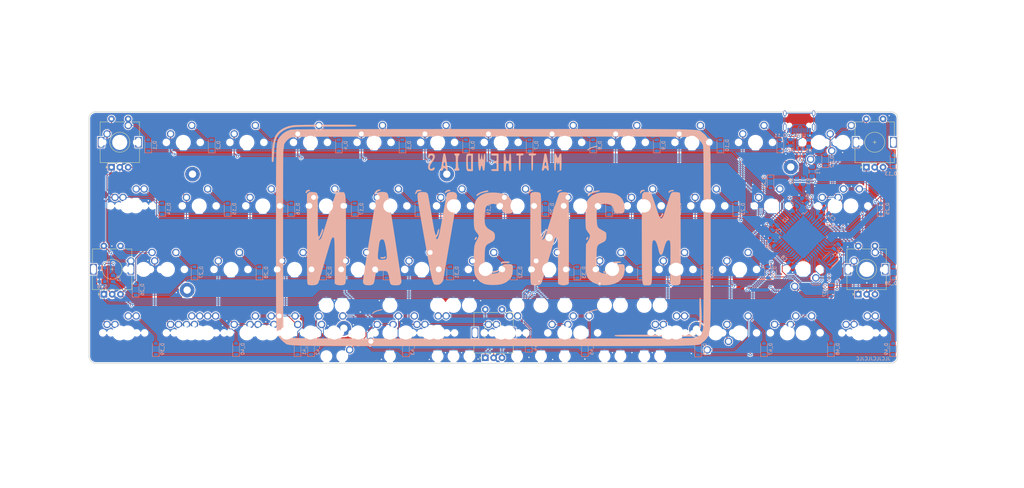
<source format=kicad_pcb>
(kicad_pcb (version 20171130) (host pcbnew "(5.1.4)-1")
  (layers (0 F.Cu signal) (31 B.Cu signal) (34 B.Paste user) (35 F.Paste user) (36 B.SilkS user) (37 F.SilkS user) (38 B.Mask user) (39 F.Mask user) (44 Edge.Cuts user))
  (net 0 "")
  (net 1 col0)
  (net 2 col1)
  (net 3 col2)
  (net 4 col3)
  (net 5 col4)
  (net 6 col5)
  (net 7 col6)
  (net 8 col7)
  (net 9 col8)
  (net 10 col9)
  (net 11 col10)
  (net 12 col11)
  (net 13 col12)
  (net 14 row0)
  (net 15 row1)
  (net 16 row2)
  (net 17 row3)
  (net 18 "Net-(D_1-Pad2)")
  (net 19 "Net-(D_2-Pad2)")
  (net 20 "Net-(D_3-Pad2)")
  (net 21 "Net-(D_4-Pad2)")
  (net 22 "Net-(D_5-Pad2)")
  (net 23 "Net-(D_6-Pad2)")
  (net 24 "Net-(D_7-Pad2)")
  (net 25 "Net-(D_8-Pad2)")
  (net 26 "Net-(D_9-Pad2)")
  (net 27 "Net-(D_10-Pad2)")
  (net 28 "Net-(D_11-Pad2)")
  (net 29 "Net-(D_12-Pad2)")
  (net 30 "Net-(D_13-Pad2)")
  (net 31 "Net-(D_14-Pad2)")
  (net 32 "Net-(D_15-Pad2)")
  (net 33 "Net-(D_16-Pad2)")
  (net 34 "Net-(D_17-Pad2)")
  (net 35 "Net-(D_18-Pad2)")
  (net 36 "Net-(D_19-Pad2)")
  (net 37 "Net-(D_20-Pad2)")
  (net 38 "Net-(D_21-Pad2)")
  (net 39 "Net-(D_22-Pad2)")
  (net 40 "Net-(D_23-Pad2)")
  (net 41 "Net-(D_24-Pad2)")
  (net 42 "Net-(D_25-Pad2)")
  (net 43 "Net-(D_26-Pad2)")
  (net 44 "Net-(D_27-Pad2)")
  (net 45 "Net-(D_28-Pad2)")
  (net 46 "Net-(D_29-Pad2)")
  (net 47 "Net-(D_30-Pad2)")
  (net 48 "Net-(D_31-Pad2)")
  (net 49 "Net-(D_32-Pad2)")
  (net 50 "Net-(D_33-Pad2)")
  (net 51 "Net-(D_34-Pad2)")
  (net 52 "Net-(D_35-Pad2)")
  (net 53 "Net-(D_36-Pad2)")
  (net 54 "Net-(D_37-Pad2)")
  (net 55 "Net-(D_38-Pad2)")
  (net 56 "Net-(D_39-Pad2)")
  (net 57 "Net-(D_40-Pad2)")
  (net 58 "Net-(D_41-Pad2)")
  (net 59 "Net-(D_42-Pad2)")
  (net 60 "Net-(D_43-Pad2)")
  (net 61 "Net-(D_44-Pad2)")
  (net 62 "Net-(D_45-Pad2)")
  (net 63 "Net-(D_46-Pad2)")
  (net 64 "Net-(D_47-Pad2)")
  (net 65 "Net-(D_48-Pad2)")
  (net 66 rot1A)
  (net 67 GND)
  (net 68 rot1B)
  (net 69 rot2A)
  (net 70 rot2B)
  (net 71 "Net-(D_49-Pad2)")
  (net 72 rot3A)
  (net 73 rot3B)
  (net 74 "Net-(C3-Pad1)")
  (net 75 +5V)
  (net 76 VCC)
  (net 77 "Net-(R1-Pad2)")
  (net 78 "Net-(R2-Pad2)")
  (net 79 D-)
  (net 80 "Net-(R3-Pad2)")
  (net 81 D+)
  (net 82 "Net-(R4-Pad2)")
  (net 83 "Net-(R5-Pad2)")
  (net 84 "Net-(R6-Pad2)")
  (net 85 "Net-(U2-Pad42)")
  (net 86 "Net-(U2-Pad22)")
  (net 87 "Net-(U2-Pad1)")
  (net 88 "Net-(USB1-Pad3)")
  (net 89 "Net-(USB1-Pad9)")
  (net 90 "Net-(H1-Pad1)")
  (net 91 "Net-(H2-Pad1)")
  (net 92 "Net-(H3-Pad1)")
  (net 93 "Net-(H4-Pad1)")
  (net 94 "Net-(H5-Pad1)")
  (net 95 "Net-(H6-Pad1)")
  (net 96 "Net-(H7-Pad1)")
  (net 97 "Net-(U2-Pad16)")
  (net 98 "Net-(U2-Pad17)")
  (module Crystal:Resonator_SMD_muRata_CSTxExxV-3Pin_3.0x1.1mm_HandSoldering (layer B.Cu) (at 411.439528 220.050528 135)
    (fp_text reference Y1 (at 0 2.000001 135) (layer B.SilkS) (effects (justify mirror)))
    (fp_text value Resonator_Small)
    (pad 1 smd rect (at -1.2 0 135) (size 0.4 3.2) (layers B.Cu B.Paste B.Mask) (net 98 "Net-(U2-Pad17)"))
    (pad 2 smd rect (at 0 0 135) (size 0.4 3.2) (layers B.Cu B.Paste B.Mask) (net 67 GND))
    (pad 3 smd rect (at 1.2 0 135) (size 0.4 3.2) (layers B.Cu B.Paste B.Mask) (net 97 "Net-(U2-Pad16)"))
  )
  (module Matt_Modules:m3n3mask (layer B.Cu) (at 309.499 212.598)
    (fp_text reference G*** hide)
    (fp_text value LOGO hide)
  )
  (module Matt_Modules:m3n3silk (layer B.Cu) (at 310.388 213.487)
    (fp_text reference G*** hide)
    (fp_text value LOGO hide)
  )
  (module MX_Only:MXOnly-1U-NoLED (layer F.Cu) (at 422.275 223.04375)
    (fp_text reference K_40)
    (fp_text value KEYSW)
    (pad 2 thru_hole circle (at 2.54 -5.08) (size 2.25 2.25) (drill 1.47) (layers *.Cu B.Mask) (net 55 "Net-(D_38-Pad2)"))
    (pad "" np_thru_hole circle (at 0 0) (size 3.9878 3.9878) (drill 3.9878) (layers *.Cu *.Mask))
    (pad 1 thru_hole circle (at -3.81 -2.54) (size 2.25 2.25) (drill 1.47) (layers *.Cu B.Mask) (net 13 col12))
    (pad "" np_thru_hole circle (at -5.08 0 48.0996) (size 1.75 1.75) (drill 1.75) (layers *.Cu *.Mask))
    (pad "" np_thru_hole circle (at 5.08 0 48.0996) (size 1.75 1.75) (drill 1.75) (layers *.Cu *.Mask))
  )
  (module Button_Switch_SMD:SW_Push_1P1T_NO_CK_KMR2 (layer B.Cu) (at 193.167 224.663 270)
    (fp_text reference SW6 (at 3.556 0 180) (layer B.SilkS) (effects (justify mirror)))
    (fp_text value SW_Push)
    (pad 2 smd rect (at 2.05 -0.8 270) (size 0.9 1) (layers B.Cu B.Paste B.Mask) (net 77 "Net-(R1-Pad2)"))
    (pad 1 smd rect (at 2.05 0.8 270) (size 0.9 1) (layers B.Cu B.Paste B.Mask) (net 67 GND))
    (pad 2 smd rect (at -2.05 -0.8 270) (size 0.9 1) (layers B.Cu B.Paste B.Mask) (net 77 "Net-(R1-Pad2)"))
    (pad 1 smd rect (at -2.05 0.8 270) (size 0.9 1) (layers B.Cu B.Paste B.Mask) (net 67 GND))
  )
  (module MountingHole:MountingHole_2.2mm_M2_Pad (layer F.Cu) (at 399.4875 192.34275)
    (fp_text reference H7 hide)
    (fp_text value MountingHole_Pad)
    (pad 1 thru_hole circle (at 0 0) (size 4.4 4.4) (drill 2.2) (layers *.Cu *.Mask) (net 96 "Net-(H7-Pad1)"))
  )
  (module MountingHole:MountingHole_2.2mm_M2_Pad (layer F.Cu) (at 371.238 240.97775)
    (fp_text reference H6 hide)
    (fp_text value MountingHole_Pad)
    (pad 1 thru_hole circle (at 0 0) (size 4.4 4.4) (drill 2.2) (layers *.Cu *.Mask) (net 95 "Net-(H6-Pad1)"))
  )
  (module MountingHole:MountingHole_2.2mm_M2_Pad (layer F.Cu) (at 327.0875 213.519)
    (fp_text reference H5 hide)
    (fp_text value MountingHole_Pad)
    (pad 1 thru_hole circle (at 0 0) (size 4.4 4.4) (drill 2.2) (layers *.Cu *.Mask) (net 94 "Net-(H5-Pad1)"))
  )
  (module MountingHole:MountingHole_2.2mm_M2_Pad (layer F.Cu) (at 296.4375 194.469)
    (fp_text reference H4 hide)
    (fp_text value MountingHole_Pad)
    (pad 1 thru_hole circle (at 0 0) (size 4.4 4.4) (drill 2.2) (layers *.Cu *.Mask) (net 93 "Net-(H4-Pad1)"))
  )
  (module MountingHole:MountingHole_2.2mm_M2_Pad (layer F.Cu) (at 265.5875 240.69275)
    (fp_text reference H3 hide)
    (fp_text value MountingHole_Pad)
    (pad 1 thru_hole circle (at 0 0) (size 4.4 4.4) (drill 2.2) (layers *.Cu *.Mask) (net 92 "Net-(H3-Pad1)"))
  )
  (module MountingHole:MountingHole_2.2mm_M2_Pad (layer F.Cu) (at 218.6375 229.24275)
    (fp_text reference H2 hide)
    (fp_text value MountingHole_Pad)
    (pad 1 thru_hole circle (at 0 0) (size 4.4 4.4) (drill 2.2) (layers *.Cu *.Mask) (net 91 "Net-(H2-Pad1)"))
  )
  (module MountingHole:MountingHole_2.2mm_M2_Pad (layer F.Cu) (at 220.2375 194.46875)
    (fp_text reference H1 hide)
    (fp_text value MountingHole_Pad)
    (pad 1 thru_hole circle (at 0 0) (size 4.4 4.4) (drill 2.2) (layers *.Cu *.Mask) (net 90 "Net-(H1-Pad1)"))
  )
  (module Type-C:HRO-TYPE-C-31-M-12-Assembly (layer B.Cu) (at 402.0345 173.609)
    (fp_text reference USB1 (at 0 9.25) (layer B.SilkS) (effects (justify mirror)))
    (fp_text value HRO-TYPE-C-31-M-12)
    (pad 13 thru_hole oval (at 4.32 2.6) (size 1 1.6) (drill oval 0.6 1.2) (layers *.Cu *.Mask) (net 96 "Net-(H7-Pad1)"))
    (pad 13 thru_hole oval (at -4.32 2.6) (size 1 1.6) (drill oval 0.6 1.2) (layers *.Cu *.Mask) (net 96 "Net-(H7-Pad1)"))
    (pad 13 thru_hole oval (at 4.32 6.78) (size 1 2.1) (drill oval 0.6 1.7) (layers *.Cu *.Mask) (net 96 "Net-(H7-Pad1)"))
    (pad 13 thru_hole oval (at -4.32 6.78) (size 1 2.1) (drill oval 0.6 1.7) (layers *.Cu *.Mask) (net 96 "Net-(H7-Pad1)"))
    (pad "" np_thru_hole circle (at -2.89 6.25) (size 0.65 0.65) (drill 0.65) (layers *.Cu *.Mask))
    (pad "" np_thru_hole circle (at 2.89 6.25) (size 0.65 0.65) (drill 0.65) (layers *.Cu *.Mask))
    (pad 6 smd rect (at -0.25 7.695) (size 0.3 1.45) (layers B.Cu B.Paste B.Mask) (net 80 "Net-(R3-Pad2)"))
    (pad 7 smd rect (at 0.25 7.695) (size 0.3 1.45) (layers B.Cu B.Paste B.Mask) (net 78 "Net-(R2-Pad2)"))
    (pad 8 smd rect (at 0.75 7.695) (size 0.3 1.45) (layers B.Cu B.Paste B.Mask) (net 80 "Net-(R3-Pad2)"))
    (pad 5 smd rect (at -0.75 7.695) (size 0.3 1.45) (layers B.Cu B.Paste B.Mask) (net 78 "Net-(R2-Pad2)"))
    (pad 9 smd rect (at 1.25 7.695) (size 0.3 1.45) (layers B.Cu B.Paste B.Mask) (net 89 "Net-(USB1-Pad9)"))
    (pad 4 smd rect (at -1.25 7.695) (size 0.3 1.45) (layers B.Cu B.Paste B.Mask) (net 82 "Net-(R4-Pad2)"))
    (pad 10 smd rect (at 1.75 7.695) (size 0.3 1.45) (layers B.Cu B.Paste B.Mask) (net 83 "Net-(R5-Pad2)"))
    (pad 3 smd rect (at -1.75 7.695) (size 0.3 1.45) (layers B.Cu B.Paste B.Mask) (net 88 "Net-(USB1-Pad3)"))
    (pad 2 smd rect (at -2.45 7.695) (size 0.6 1.45) (layers B.Cu B.Paste B.Mask) (net 76 VCC))
    (pad 11 smd rect (at 2.45 7.695) (size 0.6 1.45) (layers B.Cu B.Paste B.Mask) (net 76 VCC))
    (pad 1 smd rect (at -3.225 7.695) (size 0.6 1.45) (layers B.Cu B.Paste B.Mask) (net 67 GND))
    (pad 12 smd rect (at 3.225 7.695) (size 0.6 1.45) (layers B.Cu B.Paste B.Mask) (net 67 GND))
  )
  (module Package_QFP:TQFP-44_10x10mm_P0.8mm (layer B.Cu) (at 403.25675 213.36 225)
    (fp_text reference U2 (at 0 7.45 45) (layer B.SilkS) (effects (justify mirror)))
    (fp_text value ATmega32U4-AU)
    (pad 44 smd rect (at -4 5.7 135) (size 1.5 0.55) (layers B.Cu B.Paste B.Mask) (net 75 +5V))
    (pad 43 smd rect (at -3.2 5.7 135) (size 1.5 0.55) (layers B.Cu B.Paste B.Mask) (net 67 GND))
    (pad 42 smd rect (at -2.4 5.7 135) (size 1.5 0.55) (layers B.Cu B.Paste B.Mask) (net 85 "Net-(U2-Pad42)"))
    (pad 41 smd rect (at -1.6 5.7 135) (size 1.5 0.55) (layers B.Cu B.Paste B.Mask) (net 2 col1))
    (pad 40 smd rect (at -0.8 5.7 135) (size 1.5 0.55) (layers B.Cu B.Paste B.Mask) (net 3 col2))
    (pad 39 smd rect (at 0 5.7 135) (size 1.5 0.55) (layers B.Cu B.Paste B.Mask) (net 4 col3))
    (pad 38 smd rect (at 0.8 5.7 135) (size 1.5 0.55) (layers B.Cu B.Paste B.Mask) (net 5 col4))
    (pad 37 smd rect (at 1.6 5.7 135) (size 1.5 0.55) (layers B.Cu B.Paste B.Mask) (net 6 col5))
    (pad 36 smd rect (at 2.4 5.7 135) (size 1.5 0.55) (layers B.Cu B.Paste B.Mask) (net 7 col6))
    (pad 35 smd rect (at 3.2 5.7 135) (size 1.5 0.55) (layers B.Cu B.Paste B.Mask) (net 67 GND))
    (pad 34 smd rect (at 4 5.7 135) (size 1.5 0.55) (layers B.Cu B.Paste B.Mask) (net 75 +5V))
    (pad 33 smd rect (at 5.7 4 225) (size 1.5 0.55) (layers B.Cu B.Paste B.Mask) (net 84 "Net-(R6-Pad2)"))
    (pad 32 smd rect (at 5.7 3.2 225) (size 1.5 0.55) (layers B.Cu B.Paste B.Mask) (net 1 col0))
    (pad 31 smd rect (at 5.7 2.4 225) (size 1.5 0.55) (layers B.Cu B.Paste B.Mask) (net 14 row0))
    (pad 30 smd rect (at 5.7 1.6 225) (size 1.5 0.55) (layers B.Cu B.Paste B.Mask) (net 16 row2))
    (pad 29 smd rect (at 5.7 0.8 225) (size 1.5 0.55) (layers B.Cu B.Paste B.Mask) (net 17 row3))
    (pad 28 smd rect (at 5.7 0 225) (size 1.5 0.55) (layers B.Cu B.Paste B.Mask) (net 8 col7))
    (pad 27 smd rect (at 5.7 -0.8 225) (size 1.5 0.55) (layers B.Cu B.Paste B.Mask) (net 9 col8))
    (pad 26 smd rect (at 5.7 -1.6 225) (size 1.5 0.55) (layers B.Cu B.Paste B.Mask) (net 10 col9))
    (pad 25 smd rect (at 5.7 -2.4 225) (size 1.5 0.55) (layers B.Cu B.Paste B.Mask) (net 11 col10))
    (pad 24 smd rect (at 5.7 -3.2 225) (size 1.5 0.55) (layers B.Cu B.Paste B.Mask) (net 75 +5V))
    (pad 23 smd rect (at 5.7 -4 225) (size 1.5 0.55) (layers B.Cu B.Paste B.Mask) (net 67 GND))
    (pad 22 smd rect (at 4 -5.7 135) (size 1.5 0.55) (layers B.Cu B.Paste B.Mask) (net 86 "Net-(U2-Pad22)"))
    (pad 21 smd rect (at 3.2 -5.7 135) (size 1.5 0.55) (layers B.Cu B.Paste B.Mask) (net 72 rot3A))
    (pad 20 smd rect (at 2.4 -5.7 135) (size 1.5 0.55) (layers B.Cu B.Paste B.Mask) (net 73 rot3B))
    (pad 19 smd rect (at 1.6 -5.7 135) (size 1.5 0.55) (layers B.Cu B.Paste B.Mask) (net 66 rot1A))
    (pad 18 smd rect (at 0.8 -5.7 135) (size 1.5 0.55) (layers B.Cu B.Paste B.Mask) (net 68 rot1B))
    (pad 17 smd rect (at 0 -5.7 135) (size 1.5 0.55) (layers B.Cu B.Paste B.Mask) (net 98 "Net-(U2-Pad17)"))
    (pad 16 smd rect (at -0.8 -5.7 135) (size 1.5 0.55) (layers B.Cu B.Paste B.Mask) (net 97 "Net-(U2-Pad16)"))
    (pad 15 smd rect (at -1.6 -5.7 135) (size 1.5 0.55) (layers B.Cu B.Paste B.Mask) (net 67 GND))
    (pad 14 smd rect (at -2.4 -5.7 135) (size 1.5 0.55) (layers B.Cu B.Paste B.Mask) (net 75 +5V))
    (pad 13 smd rect (at -3.2 -5.7 135) (size 1.5 0.55) (layers B.Cu B.Paste B.Mask) (net 77 "Net-(R1-Pad2)"))
    (pad 12 smd rect (at -4 -5.7 135) (size 1.5 0.55) (layers B.Cu B.Paste B.Mask) (net 15 row1))
    (pad 11 smd rect (at -5.7 -4 225) (size 1.5 0.55) (layers B.Cu B.Paste B.Mask) (net 70 rot2B))
    (pad 10 smd rect (at -5.7 -3.2 225) (size 1.5 0.55) (layers B.Cu B.Paste B.Mask) (net 69 rot2A))
    (pad 9 smd rect (at -5.7 -2.4 225) (size 1.5 0.55) (layers B.Cu B.Paste B.Mask) (net 13 col12))
    (pad 8 smd rect (at -5.7 -1.6 225) (size 1.5 0.55) (layers B.Cu B.Paste B.Mask) (net 12 col11))
    (pad 7 smd rect (at -5.7 -0.8 225) (size 1.5 0.55) (layers B.Cu B.Paste B.Mask) (net 75 +5V))
    (pad 6 smd rect (at -5.7 0 225) (size 1.5 0.55) (layers B.Cu B.Paste B.Mask) (net 74 "Net-(C3-Pad1)"))
    (pad 5 smd rect (at -5.7 0.8 225) (size 1.5 0.55) (layers B.Cu B.Paste B.Mask) (net 67 GND))
    (pad 4 smd rect (at -5.7 1.6 225) (size 1.5 0.55) (layers B.Cu B.Paste B.Mask) (net 81 D+))
    (pad 3 smd rect (at -5.7 2.4 225) (size 1.5 0.55) (layers B.Cu B.Paste B.Mask) (net 79 D-))
    (pad 2 smd rect (at -5.7 3.2 225) (size 1.5 0.55) (layers B.Cu B.Paste B.Mask) (net 75 +5V))
    (pad 1 smd rect (at -5.7 4 225) (size 1.5 0.55) (layers B.Cu B.Paste B.Mask) (net 87 "Net-(U2-Pad1)"))
  )
  (module random-keyboard-parts:SOT143B (layer B.Cu) (at 402.336 187.579 180)
    (fp_text reference U1 (at 0 -2.45) (layer B.SilkS) (effects (justify mirror)))
    (fp_text value PRTR5V0U2X)
    (pad 1 smd rect (at -1 0.75 270) (size 1 0.7) (layers B.Cu B.Paste B.Mask) (net 67 GND))
    (pad 4 smd rect (at 1 0.95 270) (size 0.6 0.7) (layers B.Cu B.Paste B.Mask) (net 76 VCC))
    (pad 2 smd rect (at -1 -0.95 270) (size 0.6 0.7) (layers B.Cu B.Paste B.Mask) (net 80 "Net-(R3-Pad2)"))
    (pad 3 smd rect (at 1 -0.95 270) (size 0.6 0.7) (layers B.Cu B.Paste B.Mask) (net 78 "Net-(R2-Pad2)"))
  )
  (module Resistor_SMD:R_0805_2012Metric (layer B.Cu) (at 393.827 215.265 315)
    (fp_text reference R6 (at 0 1.65 135) (layer B.SilkS) (effects (justify mirror)))
    (fp_text value 10k)
    (pad 2 smd roundrect (at 0.9375 0 315) (size 0.975 1.4) (layers B.Cu B.Paste B.Mask) (net 84 "Net-(R6-Pad2)"))
    (pad 1 smd roundrect (at -0.9375 0 315) (size 0.975 1.4) (layers B.Cu B.Paste B.Mask) (net 67 GND))
  )
  (module Resistor_SMD:R_0805_2012Metric (layer B.Cu) (at 404.876 185.166 90)
    (fp_text reference R5 (at -2.286 0 180) (layer B.SilkS) (effects (justify mirror)))
    (fp_text value 5.1k)
    (pad 2 smd roundrect (at 0.9375 0 90) (size 0.975 1.4) (layers B.Cu B.Paste B.Mask) (net 83 "Net-(R5-Pad2)"))
    (pad 1 smd roundrect (at -0.9375 0 90) (size 0.975 1.4) (layers B.Cu B.Paste B.Mask) (net 67 GND))
  )
  (module Resistor_SMD:R_0805_2012Metric (layer B.Cu) (at 399.415 185.039 90)
    (fp_text reference R4 (at -2.286 0 180) (layer B.SilkS) (effects (justify mirror)))
    (fp_text value 5.1k)
    (pad 2 smd roundrect (at 0.9375 0 90) (size 0.975 1.4) (layers B.Cu B.Paste B.Mask) (net 82 "Net-(R4-Pad2)"))
    (pad 1 smd roundrect (at -0.9375 0 90) (size 0.975 1.4) (layers B.Cu B.Paste B.Mask) (net 67 GND))
  )
  (module Resistor_SMD:R_0805_2012Metric (layer B.Cu) (at 403.225 196.596 90)
    (fp_text reference R3 (at 0 1.65 90) (layer B.SilkS) (effects (justify mirror)))
    (fp_text value 22)
    (pad 2 smd roundrect (at 0.9375 0 90) (size 0.975 1.4) (layers B.Cu B.Paste B.Mask) (net 80 "Net-(R3-Pad2)"))
    (pad 1 smd roundrect (at -0.9375 0 90) (size 0.975 1.4) (layers B.Cu B.Paste B.Mask) (net 81 D+))
  )
  (module Resistor_SMD:R_0805_2012Metric (layer B.Cu) (at 401.32 196.596 90)
    (fp_text reference R2 (at 0 -1.651 90) (layer B.SilkS) (effects (justify mirror)))
    (fp_text value 22)
    (pad 2 smd roundrect (at 0.9375 0 90) (size 0.975 1.4) (layers B.Cu B.Paste B.Mask) (net 78 "Net-(R2-Pad2)"))
    (pad 1 smd roundrect (at -0.9375 0 90) (size 0.975 1.4) (layers B.Cu B.Paste B.Mask) (net 79 D-))
  )
  (module Resistor_SMD:R_0805_2012Metric (layer B.Cu) (at 196.469 225.806 90)
    (fp_text reference R1 (at 0 1.65 90) (layer B.SilkS) (effects (justify mirror)))
    (fp_text value 10k)
    (pad 2 smd roundrect (at 0.9375 0 90) (size 0.975 1.4) (layers B.Cu B.Paste B.Mask) (net 77 "Net-(R1-Pad2)"))
    (pad 1 smd roundrect (at -0.9375 0 90) (size 0.975 1.4) (layers B.Cu B.Paste B.Mask) (net 75 +5V))
  )
  (module Fuse:Fuse_1206_3216Metric (layer B.Cu) (at 405.892 193.675 90)
    (fp_text reference F1 (at 0 1.82 90) (layer B.SilkS) (effects (justify mirror)))
    (fp_text value 500mA)
    (pad 2 smd roundrect (at 1.4 0 90) (size 1.25 1.75) (layers B.Cu B.Paste B.Mask) (roundrect_rratio 0.2) (net 76 VCC))
    (pad 1 smd roundrect (at -1.4 0 90) (size 1.25 1.75) (layers B.Cu B.Paste B.Mask) (roundrect_rratio 0.2) (net 75 +5V))
  )
  (module Capacitor_SMD:C_0805_2012Metric (layer B.Cu) (at 403.606 202.438 135)
    (fp_text reference C9 (at 0 1.65 135) (layer B.SilkS) (effects (justify mirror)))
    (fp_text value 10uF)
    (pad 2 smd roundrect (at 0.9375 0 135) (size 0.975 1.4) (layers B.Cu B.Paste B.Mask) (net 67 GND))
    (pad 1 smd roundrect (at -0.9375 0 135) (size 0.975 1.4) (layers B.Cu B.Paste B.Mask) (net 75 +5V))
  )
  (module Capacitor_SMD:C_0805_2012Metric (layer B.Cu) (at 399.542 221.615 315)
    (fp_text reference C8 (at -2.783879 0.089803 135) (layer B.SilkS) (effects (justify mirror)))
    (fp_text value 0.1uF)
    (pad 1 smd roundrect (at -0.9375 0 315) (size 0.975 1.4) (layers B.Cu B.Paste B.Mask) (net 75 +5V))
    (pad 2 smd roundrect (at 0.9375 0 315) (size 0.975 1.4) (layers B.Cu B.Paste B.Mask) (net 67 GND))
  )
  (module Capacitor_SMD:C_0805_2012Metric (layer B.Cu) (at 394.716 210.566 45)
    (fp_text reference C7 (at 0 1.65 45) (layer B.SilkS) (effects (justify mirror)))
    (fp_text value 0.1uF)
    (pad 2 smd roundrect (at 0.9375 0 45) (size 0.975 1.4) (layers B.Cu B.Paste B.Mask) (net 67 GND))
    (pad 1 smd roundrect (at -0.9375 0 45) (size 0.975 1.4) (layers B.Cu B.Paste B.Mask) (net 75 +5V))
  )
  (module Capacitor_SMD:C_0805_2012Metric (layer B.Cu) (at 409.067 207.772 135)
    (fp_text reference C6 (at -2.783879 -0.089803 135) (layer B.SilkS) (effects (justify mirror)))
    (fp_text value 0.1uF)
    (pad 2 smd roundrect (at 0.9375 0 135) (size 0.975 1.4) (layers B.Cu B.Paste B.Mask) (net 67 GND))
    (pad 1 smd roundrect (at -0.9375 0 135) (size 0.975 1.4) (layers B.Cu B.Paste B.Mask) (net 75 +5V))
  )
  (module Capacitor_SMD:C_0805_2012Metric (layer B.Cu) (at 413.131 216.154 45)
    (fp_text reference C5 (at 0 1.65 45) (layer B.SilkS) (effects (justify mirror)))
    (fp_text value 0.1uF)
    (pad 1 smd roundrect (at -0.9375 0 45) (size 0.975 1.4) (layers B.Cu B.Paste B.Mask) (net 75 +5V))
    (pad 2 smd roundrect (at 0.9375 0 45) (size 0.975 1.4) (layers B.Cu B.Paste B.Mask) (net 67 GND))
  )
  (module Capacitor_SMD:C_0805_2012Metric (layer B.Cu) (at 400.685 204.724 225)
    (fp_text reference C4 (at 0 1.65 45) (layer B.SilkS) (effects (justify mirror)))
    (fp_text value 0.1uF)
    (pad 2 smd roundrect (at 0.9375 0 225) (size 0.975 1.4) (layers B.Cu B.Paste B.Mask) (net 67 GND))
    (pad 1 smd roundrect (at -0.9375 0 225) (size 0.975 1.4) (layers B.Cu B.Paste B.Mask) (net 75 +5V))
  )
  (module Capacitor_SMD:C_0805_2012Metric (layer B.Cu) (at 410.083 205.613 135)
    (fp_text reference C3 (at -2.783879 -0.089803 135) (layer B.SilkS) (effects (justify mirror)))
    (fp_text value 1uF)
    (pad 1 smd roundrect (at -0.9375 0 135) (size 0.975 1.4) (layers B.Cu B.Paste B.Mask) (net 74 "Net-(C3-Pad1)"))
    (pad 2 smd roundrect (at 0.9375 0 135) (size 0.975 1.4) (layers B.Cu B.Paste B.Mask) (net 67 GND))
  )
  (module Rotary_Encoder:RotaryEncoder_Alps_EC11E-Switch_Vertical_H20mm (layer F.Cu) (at 307.975 249.555 90)
    (fp_text reference SW5 hide)
    (fp_text value Rotary)
    (pad S1 thru_hole circle (at 14.5 5 90) (size 2 2) (drill 1) (layers *.Cu *.Mask) (net 61 "Net-(D_44-Pad2)"))
    (pad S2 thru_hole circle (at 14.5 0 90) (size 2 2) (drill 1) (layers *.Cu *.Mask) (net 6 col5))
    (pad MP thru_hole rect (at 7.5 8.1 90) (size 3.2 2) (drill oval 2.8 1.5) (layers *.Cu *.Mask))
    (pad MP thru_hole rect (at 7.5 -3.1 90) (size 3.2 2) (drill oval 2.8 1.5) (layers *.Cu *.Mask))
    (pad B thru_hole circle (at 0 5 90) (size 2 2) (drill 1) (layers *.Cu *.Mask) (net 73 rot3B))
    (pad C thru_hole circle (at 0 2.5 90) (size 2 2) (drill 1) (layers *.Cu *.Mask) (net 67 GND))
    (pad A thru_hole rect (at 0 0 90) (size 2 2) (drill 1) (layers *.Cu *.Mask) (net 72 rot3A))
  )
  (module Diode_SMD:D_SOD-123 (layer B.Cu) (at 220.853 223.901 90)
    (fp_text reference D_27 (at 0 2 90) (layer B.SilkS) (effects (justify mirror)))
    (fp_text value D)
    (pad 2 smd rect (at 1.65 0 90) (size 0.9 1.2) (layers B.Cu B.Paste B.Mask) (net 44 "Net-(D_27-Pad2)"))
    (pad 1 smd rect (at -1.65 0 90) (size 0.9 1.2) (layers B.Cu B.Paste B.Mask) (net 16 row2))
  )
  (module Rotary_Encoder:RotaryEncoder_Alps_EC11E-Switch_Vertical_H20mm (layer F.Cu) (at 193.675 230.505 90)
    (fp_text reference SW4 hide)
    (fp_text value Rotary)
    (pad S1 thru_hole circle (at 14.5 5 90) (size 2 2) (drill 1) (layers *.Cu *.Mask) (net 43 "Net-(D_26-Pad2)"))
    (pad S2 thru_hole circle (at 14.5 0 90) (size 2 2) (drill 1) (layers *.Cu *.Mask) (net 1 col0))
    (pad MP thru_hole rect (at 7.5 8.1 90) (size 3.2 2) (drill oval 2.8 1.5) (layers *.Cu *.Mask))
    (pad MP thru_hole rect (at 7.5 -3.1 90) (size 3.2 2) (drill oval 2.8 1.5) (layers *.Cu *.Mask))
    (pad B thru_hole circle (at 0 5 90) (size 2 2) (drill 1) (layers *.Cu *.Mask) (net 68 rot1B))
    (pad C thru_hole circle (at 0 2.5 90) (size 2 2) (drill 1) (layers *.Cu *.Mask) (net 67 GND))
    (pad A thru_hole rect (at 0 0 90) (size 2 2) (drill 1) (layers *.Cu *.Mask) (net 66 rot1A))
  )
  (module MX_Only:MXOnly-1U-NoLED (layer F.Cu) (at 412.75 203.99375)
    (fp_text reference K_26)
    (fp_text value KEYSW)
    (pad "" np_thru_hole circle (at 5.08 0 48.0996) (size 1.75 1.75) (drill 1.75) (layers *.Cu *.Mask))
    (pad "" np_thru_hole circle (at -5.08 0 48.0996) (size 1.75 1.75) (drill 1.75) (layers *.Cu *.Mask))
    (pad 1 thru_hole circle (at -3.81 -2.54) (size 2.25 2.25) (drill 1.47) (layers *.Cu B.Mask) (net 13 col12))
    (pad "" np_thru_hole circle (at 0 0) (size 3.9878 3.9878) (drill 3.9878) (layers *.Cu *.Mask))
    (pad 2 thru_hole circle (at 2.54 -5.08) (size 2.25 2.25) (drill 1.47) (layers *.Cu B.Mask) (net 42 "Net-(D_25-Pad2)"))
  )
  (module MX_Only:MXOnly-2U-NoStab-NoLED (layer F.Cu) (at 284.1625 242.09375)
    (fp_text reference K_55)
    (fp_text value KEYSW)
    (pad "" np_thru_hole circle (at 5.08 0 48.0996) (size 1.75 1.75) (drill 1.75) (layers *.Cu *.Mask))
    (pad "" np_thru_hole circle (at -5.08 0 48.0996) (size 1.75 1.75) (drill 1.75) (layers *.Cu *.Mask))
    (pad 1 thru_hole circle (at -3.81 -2.54) (size 2.25 2.25) (drill 1.47) (layers *.Cu B.Mask) (net 5 col4))
    (pad "" np_thru_hole circle (at 0 0) (size 3.9878 3.9878) (drill 3.9878) (layers *.Cu *.Mask))
    (pad 2 thru_hole circle (at 2.54 -5.08) (size 2.25 2.25) (drill 1.47) (layers *.Cu B.Mask) (net 60 "Net-(D_43-Pad2)"))
  )
  (module MX_Only:MXOnly-1U-NoLED (layer F.Cu) (at 212.725 223.04375)
    (fp_text reference K_29)
    (fp_text value KEYSW)
    (pad "" np_thru_hole circle (at 5.08 0 48.0996) (size 1.75 1.75) (drill 1.75) (layers *.Cu *.Mask))
    (pad "" np_thru_hole circle (at -5.08 0 48.0996) (size 1.75 1.75) (drill 1.75) (layers *.Cu *.Mask))
    (pad 1 thru_hole circle (at -3.81 -2.54) (size 2.25 2.25) (drill 1.47) (layers *.Cu B.Mask) (net 2 col1))
    (pad "" np_thru_hole circle (at 0 0) (size 3.9878 3.9878) (drill 3.9878) (layers *.Cu *.Mask))
    (pad 2 thru_hole circle (at 2.54 -5.08) (size 2.25 2.25) (drill 1.47) (layers *.Cu B.Mask) (net 44 "Net-(D_27-Pad2)"))
  )
  (module MX_Only:MXOnly-1U-NoLED (layer F.Cu) (at 203.2 203.99375)
    (fp_text reference K_15)
    (fp_text value KEYSW)
    (pad "" np_thru_hole circle (at 5.08 0 48.0996) (size 1.75 1.75) (drill 1.75) (layers *.Cu *.Mask))
    (pad "" np_thru_hole circle (at -5.08 0 48.0996) (size 1.75 1.75) (drill 1.75) (layers *.Cu *.Mask))
    (pad 1 thru_hole circle (at -3.81 -2.54) (size 2.25 2.25) (drill 1.47) (layers *.Cu B.Mask) (net 1 col0))
    (pad "" np_thru_hole circle (at 0 0) (size 3.9878 3.9878) (drill 3.9878) (layers *.Cu *.Mask))
    (pad 2 thru_hole circle (at 2.54 -5.08) (size 2.25 2.25) (drill 1.47) (layers *.Cu B.Mask) (net 31 "Net-(D_14-Pad2)"))
  )
  (module MX_Only:MXOnly-1.25U-NoLED (layer F.Cu) (at 243.68125 242.09375)
    (fp_text reference K_50)
    (fp_text value KEYSW)
    (pad "" np_thru_hole circle (at 5.08 0 48.0996) (size 1.75 1.75) (drill 1.75) (layers *.Cu *.Mask))
    (pad "" np_thru_hole circle (at -5.08 0 48.0996) (size 1.75 1.75) (drill 1.75) (layers *.Cu *.Mask))
    (pad 1 thru_hole circle (at -3.81 -2.54) (size 2.25 2.25) (drill 1.47) (layers *.Cu B.Mask) (net 3 col2))
    (pad "" np_thru_hole circle (at 0 0) (size 3.9878 3.9878) (drill 3.9878) (layers *.Cu *.Mask))
    (pad 2 thru_hole circle (at 2.54 -5.08) (size 2.25 2.25) (drill 1.47) (layers *.Cu B.Mask) (net 58 "Net-(D_41-Pad2)"))
  )
  (module MX_Only:MXOnly-5U-ReversedStabilizers-NoLED (layer F.Cu) (at 303.2125 242.09375)
    (fp_text reference K_59)
    (fp_text value KEYSW)
    (pad "" np_thru_hole circle (at 16.98625 0 48.0996) (size 1.75 1.75) (drill 1.75) (layers *.Cu *.Mask))
    (pad "" np_thru_hole circle (at 6.82625 0 48.0996) (size 1.75 1.75) (drill 1.75) (layers *.Cu *.Mask))
    (pad 1 thru_hole circle (at 8.09625 -2.54) (size 2.25 2.25) (drill 1.47) (layers *.Cu B.Mask) (net 6 col5))
    (pad "" np_thru_hole circle (at 11.90625 0) (size 3.9878 3.9878) (drill 3.9878) (layers *.Cu *.Mask))
    (pad 2 thru_hole circle (at 14.44625 -5.08) (size 2.25 2.25) (drill 1.47) (layers *.Cu B.Mask) (net 61 "Net-(D_44-Pad2)"))
    (pad "" np_thru_hole circle (at 40.48125 -8.255) (size 3.9878 3.9878) (drill 3.9878) (layers *.Cu *.Mask))
    (pad "" np_thru_hole circle (at -38.09365 -8.255) (size 3.9878 3.9878) (drill 3.9878) (layers *.Cu *.Mask))
    (pad "" np_thru_hole circle (at 40.48125 6.985) (size 3.048 3.048) (drill 3.048) (layers *.Cu *.Mask))
    (pad "" np_thru_hole circle (at -38.09365 6.985) (size 3.048 3.048) (drill 3.048) (layers *.Cu *.Mask))
  )
  (module Rotary_Encoder:RotaryEncoder_Alps_EC11E-Switch_Vertical_H20mm (layer F.Cu) (at 419.735 230.505 90)
    (fp_text reference SW3 hide)
    (fp_text value Rotary)
    (pad S1 thru_hole circle (at 14.5 5 90) (size 2 2) (drill 1) (layers *.Cu *.Mask) (net 55 "Net-(D_38-Pad2)"))
    (pad S2 thru_hole circle (at 14.5 0 90) (size 2 2) (drill 1) (layers *.Cu *.Mask) (net 13 col12))
    (pad MP thru_hole rect (at 7.5 8.1 90) (size 3.2 2) (drill oval 2.8 1.5) (layers *.Cu *.Mask))
    (pad MP thru_hole rect (at 7.5 -3.1 90) (size 3.2 2) (drill oval 2.8 1.5) (layers *.Cu *.Mask))
    (pad B thru_hole circle (at 0 5 90) (size 2 2) (drill 1) (layers *.Cu *.Mask) (net 70 rot2B))
    (pad C thru_hole circle (at 0 2.5 90) (size 2 2) (drill 1) (layers *.Cu *.Mask) (net 67 GND))
    (pad A thru_hole rect (at 0 0 90) (size 2 2) (drill 1) (layers *.Cu *.Mask) (net 69 rot2A))
  )
  (module Rotary_Encoder:RotaryEncoder_Alps_EC11E-Switch_Vertical_H20mm (layer F.Cu) (at 422.148 192.405 90)
    (fp_text reference SW2 hide)
    (fp_text value Rotary)
    (pad S1 thru_hole circle (at 14.5 5 90) (size 2 2) (drill 1) (layers *.Cu *.Mask) (net 30 "Net-(D_13-Pad2)"))
    (pad S2 thru_hole circle (at 14.5 0 90) (size 2 2) (drill 1) (layers *.Cu *.Mask) (net 13 col12))
    (pad MP thru_hole rect (at 7.5 8.1 90) (size 3.2 2) (drill oval 2.8 1.5) (layers *.Cu *.Mask))
    (pad MP thru_hole rect (at 7.5 -3.1 90) (size 3.2 2) (drill oval 2.8 1.5) (layers *.Cu *.Mask))
    (pad B thru_hole circle (at 0 5 90) (size 2 2) (drill 1) (layers *.Cu *.Mask) (net 70 rot2B))
    (pad C thru_hole circle (at 0 2.5 90) (size 2 2) (drill 1) (layers *.Cu *.Mask) (net 67 GND))
    (pad A thru_hole rect (at 0 0 90) (size 2 2) (drill 1) (layers *.Cu *.Mask) (net 69 rot2A))
  )
  (module Rotary_Encoder:RotaryEncoder_Alps_EC11E-Switch_Vertical_H20mm (layer F.Cu) (at 195.961 192.405 90)
    (fp_text reference SW1 hide)
    (fp_text value Rotary)
    (pad S1 thru_hole circle (at 14.5 5 90) (size 2 2) (drill 1) (layers *.Cu *.Mask) (net 18 "Net-(D_1-Pad2)"))
    (pad S2 thru_hole circle (at 14.5 0 90) (size 2 2) (drill 1) (layers *.Cu *.Mask) (net 1 col0))
    (pad MP thru_hole rect (at 7.5 8.1 90) (size 3.2 2) (drill oval 2.8 1.5) (layers *.Cu *.Mask))
    (pad MP thru_hole rect (at 7.5 -3.1 90) (size 3.2 2) (drill oval 2.8 1.5) (layers *.Cu *.Mask))
    (pad B thru_hole circle (at 0 5 90) (size 2 2) (drill 1) (layers *.Cu *.Mask) (net 68 rot1B))
    (pad C thru_hole circle (at 0 2.5 90) (size 2 2) (drill 1) (layers *.Cu *.Mask) (net 67 GND))
    (pad A thru_hole rect (at 0 0 90) (size 2 2) (drill 1) (layers *.Cu *.Mask) (net 66 rot1A))
  )
  (module MX_Only:MXOnly-1U-NoLED (layer F.Cu) (at 407.9875 184.94375 180)
    (fp_text reference K_12)
    (fp_text value KEYSW)
    (pad "" np_thru_hole circle (at 5.08 0 228.0996) (size 1.75 1.75) (drill 1.75) (layers *.Cu *.Mask))
    (pad "" np_thru_hole circle (at -5.08 0 228.0996) (size 1.75 1.75) (drill 1.75) (layers *.Cu *.Mask))
    (pad 1 thru_hole circle (at -3.81 -2.54 180) (size 2.25 2.25) (drill 1.47) (layers *.Cu B.Mask) (net 12 col11))
    (pad "" np_thru_hole circle (at 0 0 180) (size 3.9878 3.9878) (drill 3.9878) (layers *.Cu *.Mask))
    (pad 2 thru_hole circle (at 2.54 -5.08 180) (size 2.25 2.25) (drill 1.47) (layers *.Cu B.Mask) (net 29 "Net-(D_12-Pad2)"))
  )
  (module Diode_SMD:D_SOD-123 (layer B.Cu) (at 430.276 190.5 90)
    (fp_text reference D_13 (at -3.81 -0.762) (layer B.SilkS) (effects (justify mirror)))
    (fp_text value D)
    (pad 2 smd rect (at 1.65 0 90) (size 0.9 1.2) (layers B.Cu B.Paste B.Mask) (net 30 "Net-(D_13-Pad2)"))
    (pad 1 smd rect (at -1.65 0 90) (size 0.9 1.2) (layers B.Cu B.Paste B.Mask) (net 14 row0))
  )
  (module MX_Only:MXOnly-2U-NoStab-NoLED (layer F.Cu) (at 293.6875 242.09375)
    (fp_text reference K_57)
    (fp_text value KEYSW)
    (pad "" np_thru_hole circle (at 5.08 0 48.0996) (size 1.75 1.75) (drill 1.75) (layers *.Cu *.Mask))
    (pad "" np_thru_hole circle (at -5.08 0 48.0996) (size 1.75 1.75) (drill 1.75) (layers *.Cu *.Mask))
    (pad 1 thru_hole circle (at -3.81 -2.54) (size 2.25 2.25) (drill 1.47) (layers *.Cu B.Mask) (net 6 col5))
    (pad "" np_thru_hole circle (at 0 0) (size 3.9878 3.9878) (drill 3.9878) (layers *.Cu *.Mask))
    (pad 2 thru_hole circle (at 2.54 -5.08) (size 2.25 2.25) (drill 1.47) (layers *.Cu B.Mask) (net 61 "Net-(D_44-Pad2)"))
  )
  (module MX_Only:MXOnly-2U-NoStab-NoLED (layer F.Cu) (at 331.7875 242.09375)
    (fp_text reference K_60)
    (fp_text value KEYSW)
    (pad "" np_thru_hole circle (at 5.08 0 48.0996) (size 1.75 1.75) (drill 1.75) (layers *.Cu *.Mask))
    (pad "" np_thru_hole circle (at -5.08 0 48.0996) (size 1.75 1.75) (drill 1.75) (layers *.Cu *.Mask))
    (pad 1 thru_hole circle (at -3.81 -2.54) (size 2.25 2.25) (drill 1.47) (layers *.Cu B.Mask) (net 8 col7))
    (pad "" np_thru_hole circle (at 0 0) (size 3.9878 3.9878) (drill 3.9878) (layers *.Cu *.Mask))
    (pad 2 thru_hole circle (at 2.54 -5.08) (size 2.25 2.25) (drill 1.47) (layers *.Cu B.Mask) (net 62 "Net-(D_45-Pad2)"))
  )
  (module MX_Only:MXOnly-3U-2U-ReversedStabilizers-NoLED (layer F.Cu) (at 336.55 242.09375)
    (fp_text reference K_61)
    (fp_text value KEYSW)
    (pad "" np_thru_hole circle (at 19.05 -8.255) (size 3.9878 3.9878) (drill 3.9878) (layers *.Cu *.Mask))
    (pad "" np_thru_hole circle (at -19.05 -8.255) (size 3.9878 3.9878) (drill 3.9878) (layers *.Cu *.Mask))
    (pad "" np_thru_hole circle (at 19.05 6.985) (size 3.048 3.048) (drill 3.048) (layers *.Cu *.Mask))
    (pad "" np_thru_hole circle (at -19.05 6.985) (size 3.048 3.048) (drill 3.048) (layers *.Cu *.Mask))
    (pad "" np_thru_hole circle (at 11.90625 -8.255) (size 3.9878 3.9878) (drill 3.9878) (layers *.Cu *.Mask))
    (pad "" np_thru_hole circle (at -11.90625 -8.255) (size 3.9878 3.9878) (drill 3.9878) (layers *.Cu *.Mask))
    (pad "" np_thru_hole circle (at 11.90625 6.985) (size 3.048 3.048) (drill 3.048) (layers *.Cu *.Mask))
    (pad "" np_thru_hole circle (at -11.90625 6.985) (size 3.048 3.048) (drill 3.048) (layers *.Cu *.Mask))
    (pad "" np_thru_hole circle (at 5.08 0 48.0996) (size 1.75 1.75) (drill 1.75) (layers *.Cu *.Mask))
    (pad "" np_thru_hole circle (at -5.08 0 48.0996) (size 1.75 1.75) (drill 1.75) (layers *.Cu *.Mask))
    (pad "" np_thru_hole circle (at 0 0) (size 3.9878 3.9878) (drill 3.9878) (layers *.Cu *.Mask))
    (pad 1 thru_hole circle (at -3.81 -2.54 48.1) (size 2.25 2.25) (drill 1.47) (layers *.Cu B.Mask) (net 8 col7))
    (pad 2 thru_hole circle (at 2.54 -5.08) (size 2.25 2.25) (drill 1.47) (layers *.Cu B.Mask) (net 62 "Net-(D_45-Pad2)"))
  )
  (module MX_Only:MXOnly-6U-Centered-3U-ReversedStabilizers-NoLED (layer F.Cu) (at 312.7375 242.09375)
    (fp_text reference K_58)
    (fp_text value KEYSW)
    (pad 2 thru_hole circle (at 2.54 -5.08) (size 2.25 2.25) (drill 1.47) (layers *.Cu B.Mask) (net 61 "Net-(D_44-Pad2)"))
    (pad "" np_thru_hole circle (at 0 0) (size 3.9878 3.9878) (drill 3.9878) (layers *.Cu *.Mask))
    (pad 1 thru_hole circle (at -3.81 -2.54) (size 2.25 2.25) (drill 1.47) (layers *.Cu B.Mask) (net 6 col5))
    (pad "" np_thru_hole circle (at -5.08 0 48.0996) (size 1.75 1.75) (drill 1.75) (layers *.Cu *.Mask))
    (pad "" np_thru_hole circle (at 5.08 0 48.0996) (size 1.75 1.75) (drill 1.75) (layers *.Cu *.Mask))
    (pad "" np_thru_hole circle (at -47.625 6.985) (size 3.048 3.048) (drill 3.048) (layers *.Cu *.Mask))
    (pad "" np_thru_hole circle (at 47.625 6.985) (size 3.048 3.048) (drill 3.048) (layers *.Cu *.Mask))
    (pad "" np_thru_hole circle (at -47.625 -8.255) (size 3.9878 3.9878) (drill 3.9878) (layers *.Cu *.Mask))
    (pad "" np_thru_hole circle (at 47.625 -8.255) (size 3.9878 3.9878) (drill 3.9878) (layers *.Cu *.Mask))
    (pad "" np_thru_hole circle (at 19.05 -8.255) (size 3.9878 3.9878) (drill 3.9878) (layers *.Cu *.Mask))
    (pad "" np_thru_hole circle (at -19.05 -8.255) (size 3.9878 3.9878) (drill 3.9878) (layers *.Cu *.Mask))
    (pad "" np_thru_hole circle (at 19.05 6.985) (size 3.048 3.048) (drill 3.048) (layers *.Cu *.Mask))
    (pad "" np_thru_hole circle (at -19.05 6.985) (size 3.048 3.048) (drill 3.048) (layers *.Cu *.Mask))
  )
  (module MX_Only:MXOnly-1U-NoLED (layer F.Cu) (at 269.875 242.09375 180)
    (fp_text reference K_53)
    (fp_text value KEYSW)
    (pad "" np_thru_hole circle (at 5.08 0 228.0996) (size 1.75 1.75) (drill 1.75) (layers *.Cu *.Mask))
    (pad "" np_thru_hole circle (at -5.08 0 228.0996) (size 1.75 1.75) (drill 1.75) (layers *.Cu *.Mask))
    (pad 1 thru_hole circle (at -3.81 -2.54 180) (size 2.25 2.25) (drill 1.47) (layers *.Cu B.Mask) (net 5 col4))
    (pad "" np_thru_hole circle (at 0 0 180) (size 3.9878 3.9878) (drill 3.9878) (layers *.Cu *.Mask))
    (pad 2 thru_hole circle (at 2.54 -5.08 180) (size 2.25 2.25) (drill 1.47) (layers *.Cu B.Mask) (net 60 "Net-(D_43-Pad2)"))
  )
  (module MX_Only:MXOnly-1.25U-NoLED (layer F.Cu) (at 248.44375 242.09375)
    (fp_text reference K_49)
    (fp_text value KEYSW)
    (pad "" np_thru_hole circle (at 5.08 0 48.0996) (size 1.75 1.75) (drill 1.75) (layers *.Cu *.Mask))
    (pad "" np_thru_hole circle (at -5.08 0 48.0996) (size 1.75 1.75) (drill 1.75) (layers *.Cu *.Mask))
    (pad 1 thru_hole circle (at -3.81 -2.54) (size 2.25 2.25) (drill 1.47) (layers *.Cu B.Mask) (net 3 col2))
    (pad "" np_thru_hole circle (at 0 0) (size 3.9878 3.9878) (drill 3.9878) (layers *.Cu *.Mask))
    (pad 2 thru_hole circle (at 2.54 -5.08) (size 2.25 2.25) (drill 1.47) (layers *.Cu B.Mask) (net 58 "Net-(D_41-Pad2)"))
  )
  (module MX_Only:MXOnly-1.25U-NoLED (layer F.Cu) (at 224.63125 242.09375)
    (fp_text reference K_46)
    (fp_text value KEYSW)
    (pad "" np_thru_hole circle (at 5.08 0 48.0996) (size 1.75 1.75) (drill 1.75) (layers *.Cu *.Mask))
    (pad "" np_thru_hole circle (at -5.08 0 48.0996) (size 1.75 1.75) (drill 1.75) (layers *.Cu *.Mask))
    (pad 1 thru_hole circle (at -3.81 -2.54) (size 2.25 2.25) (drill 1.47) (layers *.Cu B.Mask) (net 2 col1))
    (pad "" np_thru_hole circle (at 0 0) (size 3.9878 3.9878) (drill 3.9878) (layers *.Cu *.Mask))
    (pad 2 thru_hole circle (at 2.54 -5.08) (size 2.25 2.25) (drill 1.47) (layers *.Cu B.Mask) (net 57 "Net-(D_40-Pad2)"))
  )
  (module MX_Only:MXOnly-2.75U-ReversedStabilizers-NoLED (layer F.Cu) (at 291.30625 242.09375)
    (fp_text reference K_56)
    (fp_text value KEYSW)
    (pad 2 thru_hole circle (at 2.54 -5.08) (size 2.25 2.25) (drill 1.47) (layers *.Cu B.Mask) (net 61 "Net-(D_44-Pad2)"))
    (pad "" np_thru_hole circle (at 0 0) (size 3.9878 3.9878) (drill 3.9878) (layers *.Cu *.Mask))
    (pad 1 thru_hole circle (at -3.81 -2.54) (size 2.25 2.25) (drill 1.47) (layers *.Cu B.Mask) (net 6 col5))
    (pad "" np_thru_hole circle (at -5.08 0 48.0996) (size 1.75 1.75) (drill 1.75) (layers *.Cu *.Mask))
    (pad "" np_thru_hole circle (at 5.08 0 48.0996) (size 1.75 1.75) (drill 1.75) (layers *.Cu *.Mask))
    (pad "" np_thru_hole circle (at -11.90625 6.985) (size 3.048 3.048) (drill 3.048) (layers *.Cu *.Mask))
    (pad "" np_thru_hole circle (at 11.90625 6.985) (size 3.048 3.048) (drill 3.048) (layers *.Cu *.Mask))
    (pad "" np_thru_hole circle (at -11.90625 -8.255) (size 3.9878 3.9878) (drill 3.9878) (layers *.Cu *.Mask))
    (pad "" np_thru_hole circle (at 11.90625 -8.255) (size 3.9878 3.9878) (drill 3.9878) (layers *.Cu *.Mask))
  )
  (module MX_Only:MXOnly-3U-ReversedStabilizers-NoLED (layer F.Cu) (at 279.4 242.09375)
    (fp_text reference K_54)
    (fp_text value KEYSW)
    (pad 2 thru_hole circle (at 2.54 -5.08) (size 2.25 2.25) (drill 1.47) (layers *.Cu B.Mask) (net 60 "Net-(D_43-Pad2)"))
    (pad 1 thru_hole circle (at -3.81 -2.54 48.1) (size 2.25 2.25) (drill 1.47) (layers *.Cu B.Mask) (net 5 col4))
    (pad "" np_thru_hole circle (at 0 0) (size 3.9878 3.9878) (drill 3.9878) (layers *.Cu *.Mask))
    (pad "" np_thru_hole circle (at -5.08 0 48.0996) (size 1.75 1.75) (drill 1.75) (layers *.Cu *.Mask))
    (pad "" np_thru_hole circle (at 5.08 0 48.0996) (size 1.75 1.75) (drill 1.75) (layers *.Cu *.Mask))
    (pad "" np_thru_hole circle (at -19.05 6.985) (size 3.048 3.048) (drill 3.048) (layers *.Cu *.Mask))
    (pad "" np_thru_hole circle (at 19.05 6.985) (size 3.048 3.048) (drill 3.048) (layers *.Cu *.Mask))
    (pad "" np_thru_hole circle (at -19.05 -8.255) (size 3.9878 3.9878) (drill 3.9878) (layers *.Cu *.Mask))
    (pad "" np_thru_hole circle (at 19.05 -8.255) (size 3.9878 3.9878) (drill 3.9878) (layers *.Cu *.Mask))
  )
  (module MX_Only:MXOnly-1U-NoLED (layer F.Cu) (at 422.275 242.09375)
    (fp_text reference K_69)
    (fp_text value KEYSW)
    (pad 2 thru_hole circle (at 2.54 -5.08) (size 2.25 2.25) (drill 1.47) (layers *.Cu B.Mask) (net 71 "Net-(D_49-Pad2)"))
    (pad "" np_thru_hole circle (at 0 0) (size 3.9878 3.9878) (drill 3.9878) (layers *.Cu *.Mask))
    (pad 1 thru_hole circle (at -3.81 -2.54) (size 2.25 2.25) (drill 1.47) (layers *.Cu B.Mask) (net 13 col12))
    (pad "" np_thru_hole circle (at -5.08 0 48.0996) (size 1.75 1.75) (drill 1.75) (layers *.Cu *.Mask))
    (pad "" np_thru_hole circle (at 5.08 0 48.0996) (size 1.75 1.75) (drill 1.75) (layers *.Cu *.Mask))
  )
  (module MX_Only:MXOnly-1.25U-NoLED (layer F.Cu) (at 419.89375 242.09375)
    (fp_text reference K_68)
    (fp_text value KEYSW)
    (pad 2 thru_hole circle (at 2.54 -5.08) (size 2.25 2.25) (drill 1.47) (layers *.Cu B.Mask) (net 71 "Net-(D_49-Pad2)"))
    (pad "" np_thru_hole circle (at 0 0) (size 3.9878 3.9878) (drill 3.9878) (layers *.Cu *.Mask))
    (pad 1 thru_hole circle (at -3.81 -2.54) (size 2.25 2.25) (drill 1.47) (layers *.Cu B.Mask) (net 13 col12))
    (pad "" np_thru_hole circle (at -5.08 0 48.0996) (size 1.75 1.75) (drill 1.75) (layers *.Cu *.Mask))
    (pad "" np_thru_hole circle (at 5.08 0 48.0996) (size 1.75 1.75) (drill 1.75) (layers *.Cu *.Mask))
  )
  (module MX_Only:MXOnly-1U-NoLED (layer F.Cu) (at 403.225 242.09375)
    (fp_text reference K_67)
    (fp_text value KEYSW)
    (pad 2 thru_hole circle (at 2.54 -5.08) (size 2.25 2.25) (drill 1.47) (layers *.Cu B.Mask) (net 65 "Net-(D_48-Pad2)"))
    (pad "" np_thru_hole circle (at 0 0) (size 3.9878 3.9878) (drill 3.9878) (layers *.Cu *.Mask))
    (pad 1 thru_hole circle (at -3.81 -2.54) (size 2.25 2.25) (drill 1.47) (layers *.Cu B.Mask) (net 12 col11))
    (pad "" np_thru_hole circle (at -5.08 0 48.0996) (size 1.75 1.75) (drill 1.75) (layers *.Cu *.Mask))
    (pad "" np_thru_hole circle (at 5.08 0 48.0996) (size 1.75 1.75) (drill 1.75) (layers *.Cu *.Mask))
  )
  (module MX_Only:MXOnly-1U-NoLED (layer F.Cu) (at 398.4625 242.09375)
    (fp_text reference K_66)
    (fp_text value KEYSW)
    (pad 2 thru_hole circle (at 2.54 -5.08) (size 2.25 2.25) (drill 1.47) (layers *.Cu B.Mask) (net 65 "Net-(D_48-Pad2)"))
    (pad "" np_thru_hole circle (at 0 0) (size 3.9878 3.9878) (drill 3.9878) (layers *.Cu *.Mask))
    (pad 1 thru_hole circle (at -3.81 -2.54) (size 2.25 2.25) (drill 1.47) (layers *.Cu B.Mask) (net 12 col11))
    (pad "" np_thru_hole circle (at -5.08 0 48.0996) (size 1.75 1.75) (drill 1.75) (layers *.Cu *.Mask))
    (pad "" np_thru_hole circle (at 5.08 0 48.0996) (size 1.75 1.75) (drill 1.75) (layers *.Cu *.Mask))
  )
  (module MX_Only:MXOnly-1U-NoLED (layer F.Cu) (at 384.175 242.09375)
    (fp_text reference K_65)
    (fp_text value KEYSW)
    (pad 2 thru_hole circle (at 2.54 -5.08) (size 2.25 2.25) (drill 1.47) (layers *.Cu B.Mask) (net 64 "Net-(D_47-Pad2)"))
    (pad "" np_thru_hole circle (at 0 0) (size 3.9878 3.9878) (drill 3.9878) (layers *.Cu *.Mask))
    (pad 1 thru_hole circle (at -3.81 -2.54) (size 2.25 2.25) (drill 1.47) (layers *.Cu B.Mask) (net 11 col10))
    (pad "" np_thru_hole circle (at -5.08 0 48.0996) (size 1.75 1.75) (drill 1.75) (layers *.Cu *.Mask))
    (pad "" np_thru_hole circle (at 5.08 0 48.0996) (size 1.75 1.75) (drill 1.75) (layers *.Cu *.Mask))
  )
  (module MX_Only:MXOnly-1.25U-NoLED (layer F.Cu) (at 377.03125 242.09375 180)
    (fp_text reference K_64)
    (fp_text value KEYSW)
    (pad 2 thru_hole circle (at 2.54 -5.08 180) (size 2.25 2.25) (drill 1.47) (layers *.Cu B.Mask) (net 64 "Net-(D_47-Pad2)"))
    (pad "" np_thru_hole circle (at 0 0 180) (size 3.9878 3.9878) (drill 3.9878) (layers *.Cu *.Mask))
    (pad 1 thru_hole circle (at -3.81 -2.54 180) (size 2.25 2.25) (drill 1.47) (layers *.Cu B.Mask) (net 11 col10))
    (pad "" np_thru_hole circle (at -5.08 0 228.0996) (size 1.75 1.75) (drill 1.75) (layers *.Cu *.Mask))
    (pad "" np_thru_hole circle (at 5.08 0 228.0996) (size 1.75 1.75) (drill 1.75) (layers *.Cu *.Mask))
  )
  (module MX_Only:MXOnly-1U-NoLED (layer F.Cu) (at 365.125 242.09375)
    (fp_text reference K_63)
    (fp_text value KEYSW)
    (pad 2 thru_hole circle (at 2.54 -5.08) (size 2.25 2.25) (drill 1.47) (layers *.Cu B.Mask) (net 63 "Net-(D_46-Pad2)"))
    (pad "" np_thru_hole circle (at 0 0) (size 3.9878 3.9878) (drill 3.9878) (layers *.Cu *.Mask))
    (pad 1 thru_hole circle (at -3.81 -2.54) (size 2.25 2.25) (drill 1.47) (layers *.Cu B.Mask) (net 10 col9))
    (pad "" np_thru_hole circle (at -5.08 0 48.0996) (size 1.75 1.75) (drill 1.75) (layers *.Cu *.Mask))
    (pad "" np_thru_hole circle (at 5.08 0 48.0996) (size 1.75 1.75) (drill 1.75) (layers *.Cu *.Mask))
  )
  (module MX_Only:MXOnly-1.25U-NoLED (layer F.Cu) (at 362.74375 242.09375)
    (fp_text reference K_62)
    (fp_text value KEYSW)
    (pad 2 thru_hole circle (at 2.54 -5.08) (size 2.25 2.25) (drill 1.47) (layers *.Cu B.Mask) (net 63 "Net-(D_46-Pad2)"))
    (pad "" np_thru_hole circle (at 0 0) (size 3.9878 3.9878) (drill 3.9878) (layers *.Cu *.Mask))
    (pad 1 thru_hole circle (at -3.81 -2.54) (size 2.25 2.25) (drill 1.47) (layers *.Cu B.Mask) (net 10 col9))
    (pad "" np_thru_hole circle (at -5.08 0 48.0996) (size 1.75 1.75) (drill 1.75) (layers *.Cu *.Mask))
    (pad "" np_thru_hole circle (at 5.08 0 48.0996) (size 1.75 1.75) (drill 1.75) (layers *.Cu *.Mask))
  )
  (module MX_Only:MXOnly-1.25U-NoLED (layer F.Cu) (at 262.73125 242.09375)
    (fp_text reference K_52)
    (fp_text value KEYSW)
    (pad 2 thru_hole circle (at 2.54 -5.08) (size 2.25 2.25) (drill 1.47) (layers *.Cu B.Mask) (net 60 "Net-(D_43-Pad2)"))
    (pad "" np_thru_hole circle (at 0 0) (size 3.9878 3.9878) (drill 3.9878) (layers *.Cu *.Mask))
    (pad 1 thru_hole circle (at -3.81 -2.54) (size 2.25 2.25) (drill 1.47) (layers *.Cu B.Mask) (net 5 col4))
    (pad "" np_thru_hole circle (at -5.08 0 48.0996) (size 1.75 1.75) (drill 1.75) (layers *.Cu *.Mask))
    (pad "" np_thru_hole circle (at 5.08 0 48.0996) (size 1.75 1.75) (drill 1.75) (layers *.Cu *.Mask))
  )
  (module MX_Only:MXOnly-1U-NoLED (layer F.Cu) (at 255.5875 242.09375)
    (fp_text reference K_51)
    (fp_text value KEYSW)
    (pad 2 thru_hole circle (at 2.54 -5.08) (size 2.25 2.25) (drill 1.47) (layers *.Cu B.Mask) (net 59 "Net-(D_42-Pad2)"))
    (pad "" np_thru_hole circle (at 0 0) (size 3.9878 3.9878) (drill 3.9878) (layers *.Cu *.Mask))
    (pad 1 thru_hole circle (at -3.81 -2.54) (size 2.25 2.25) (drill 1.47) (layers *.Cu B.Mask) (net 4 col3))
    (pad "" np_thru_hole circle (at -5.08 0 48.0996) (size 1.75 1.75) (drill 1.75) (layers *.Cu *.Mask))
    (pad "" np_thru_hole circle (at 5.08 0 48.0996) (size 1.75 1.75) (drill 1.75) (layers *.Cu *.Mask))
  )
  (module MX_Only:MXOnly-1U-NoLED (layer F.Cu) (at 241.3 242.09375)
    (fp_text reference K_48)
    (fp_text value KEYSW)
    (pad 2 thru_hole circle (at 2.54 -5.08) (size 2.25 2.25) (drill 1.47) (layers *.Cu B.Mask) (net 58 "Net-(D_41-Pad2)"))
    (pad "" np_thru_hole circle (at 0 0) (size 3.9878 3.9878) (drill 3.9878) (layers *.Cu *.Mask))
    (pad 1 thru_hole circle (at -3.81 -2.54) (size 2.25 2.25) (drill 1.47) (layers *.Cu B.Mask) (net 3 col2))
    (pad "" np_thru_hole circle (at -5.08 0 48.0996) (size 1.75 1.75) (drill 1.75) (layers *.Cu *.Mask))
    (pad "" np_thru_hole circle (at 5.08 0 48.0996) (size 1.75 1.75) (drill 1.75) (layers *.Cu *.Mask))
  )
  (module MX_Only:MXOnly-1U-NoLED (layer F.Cu) (at 236.5375 242.09375)
    (fp_text reference K_47)
    (fp_text value KEYSW)
    (pad 2 thru_hole circle (at 2.54 -5.08) (size 2.25 2.25) (drill 1.47) (layers *.Cu B.Mask) (net 58 "Net-(D_41-Pad2)"))
    (pad "" np_thru_hole circle (at 0 0) (size 3.9878 3.9878) (drill 3.9878) (layers *.Cu *.Mask))
    (pad 1 thru_hole circle (at -3.81 -2.54) (size 2.25 2.25) (drill 1.47) (layers *.Cu B.Mask) (net 3 col2))
    (pad "" np_thru_hole circle (at -5.08 0 48.0996) (size 1.75 1.75) (drill 1.75) (layers *.Cu *.Mask))
    (pad "" np_thru_hole circle (at 5.08 0 48.0996) (size 1.75 1.75) (drill 1.75) (layers *.Cu *.Mask))
  )
  (module MX_Only:MXOnly-1U-NoLED (layer F.Cu) (at 222.25 242.09375)
    (fp_text reference K_45)
    (fp_text value KEYSW)
    (pad 2 thru_hole circle (at 2.54 -5.08) (size 2.25 2.25) (drill 1.47) (layers *.Cu B.Mask) (net 57 "Net-(D_40-Pad2)"))
    (pad "" np_thru_hole circle (at 0 0) (size 3.9878 3.9878) (drill 3.9878) (layers *.Cu *.Mask))
    (pad 1 thru_hole circle (at -3.81 -2.54) (size 2.25 2.25) (drill 1.47) (layers *.Cu B.Mask) (net 2 col1))
    (pad "" np_thru_hole circle (at -5.08 0 48.0996) (size 1.75 1.75) (drill 1.75) (layers *.Cu *.Mask))
    (pad "" np_thru_hole circle (at 5.08 0 48.0996) (size 1.75 1.75) (drill 1.75) (layers *.Cu *.Mask))
  )
  (module MX_Only:MXOnly-1U-NoLED (layer F.Cu) (at 217.4875 242.09375)
    (fp_text reference K_43)
    (fp_text value KEYSW)
    (pad 2 thru_hole circle (at 2.54 -5.08) (size 2.25 2.25) (drill 1.47) (layers *.Cu B.Mask) (net 57 "Net-(D_40-Pad2)"))
    (pad "" np_thru_hole circle (at 0 0) (size 3.9878 3.9878) (drill 3.9878) (layers *.Cu *.Mask))
    (pad 1 thru_hole circle (at -3.81 -2.54) (size 2.25 2.25) (drill 1.47) (layers *.Cu B.Mask) (net 2 col1))
    (pad "" np_thru_hole circle (at -5.08 0 48.0996) (size 1.75 1.75) (drill 1.75) (layers *.Cu *.Mask))
    (pad "" np_thru_hole circle (at 5.08 0 48.0996) (size 1.75 1.75) (drill 1.75) (layers *.Cu *.Mask))
  )
  (module MX_Only:MXOnly-1.25U-NoLED (layer F.Cu) (at 219.86875 242.09375)
    (fp_text reference K_44)
    (fp_text value KEYSW)
    (pad 2 thru_hole circle (at 2.54 -5.08) (size 2.25 2.25) (drill 1.47) (layers *.Cu B.Mask) (net 57 "Net-(D_40-Pad2)"))
    (pad "" np_thru_hole circle (at 0 0) (size 3.9878 3.9878) (drill 3.9878) (layers *.Cu *.Mask))
    (pad 1 thru_hole circle (at -3.81 -2.54) (size 2.25 2.25) (drill 1.47) (layers *.Cu B.Mask) (net 2 col1))
    (pad "" np_thru_hole circle (at -5.08 0 48.0996) (size 1.75 1.75) (drill 1.75) (layers *.Cu *.Mask))
    (pad "" np_thru_hole circle (at 5.08 0 48.0996) (size 1.75 1.75) (drill 1.75) (layers *.Cu *.Mask))
  )
  (module MX_Only:MXOnly-1.25U-NoLED (layer F.Cu) (at 200.81875 242.09375)
    (fp_text reference K_42)
    (fp_text value KEYSW)
    (pad 2 thru_hole circle (at 2.54 -5.08) (size 2.25 2.25) (drill 1.47) (layers *.Cu B.Mask) (net 56 "Net-(D_39-Pad2)"))
    (pad "" np_thru_hole circle (at 0 0) (size 3.9878 3.9878) (drill 3.9878) (layers *.Cu *.Mask))
    (pad 1 thru_hole circle (at -3.81 -2.54) (size 2.25 2.25) (drill 1.47) (layers *.Cu B.Mask) (net 1 col0))
    (pad "" np_thru_hole circle (at -5.08 0 48.0996) (size 1.75 1.75) (drill 1.75) (layers *.Cu *.Mask))
    (pad "" np_thru_hole circle (at 5.08 0 48.0996) (size 1.75 1.75) (drill 1.75) (layers *.Cu *.Mask))
  )
  (module MX_Only:MXOnly-1U-NoLED (layer F.Cu) (at 198.4375 242.09375)
    (fp_text reference K_41)
    (fp_text value KEYSW)
    (pad 2 thru_hole circle (at 2.54 -5.08) (size 2.25 2.25) (drill 1.47) (layers *.Cu B.Mask) (net 56 "Net-(D_39-Pad2)"))
    (pad "" np_thru_hole circle (at 0 0) (size 3.9878 3.9878) (drill 3.9878) (layers *.Cu *.Mask))
    (pad 1 thru_hole circle (at -3.81 -2.54) (size 2.25 2.25) (drill 1.47) (layers *.Cu B.Mask) (net 1 col0))
    (pad "" np_thru_hole circle (at -5.08 0 48.0996) (size 1.75 1.75) (drill 1.75) (layers *.Cu *.Mask))
    (pad "" np_thru_hole circle (at 5.08 0 48.0996) (size 1.75 1.75) (drill 1.75) (layers *.Cu *.Mask))
  )
  (module MX_Only:MXOnly-1U-NoLED (layer F.Cu) (at 403.225 223.04375 180)
    (fp_text reference K_39)
    (fp_text value KEYSW)
    (pad 2 thru_hole circle (at 2.54 -5.08 180) (size 2.25 2.25) (drill 1.47) (layers *.Cu B.Mask) (net 54 "Net-(D_37-Pad2)"))
    (pad "" np_thru_hole circle (at 0 0 180) (size 3.9878 3.9878) (drill 3.9878) (layers *.Cu *.Mask))
    (pad 1 thru_hole circle (at -3.81 -2.54 180) (size 2.25 2.25) (drill 1.47) (layers *.Cu B.Mask) (net 12 col11))
    (pad "" np_thru_hole circle (at -5.08 0 228.0996) (size 1.75 1.75) (drill 1.75) (layers *.Cu *.Mask))
    (pad "" np_thru_hole circle (at 5.08 0 228.0996) (size 1.75 1.75) (drill 1.75) (layers *.Cu *.Mask))
  )
  (module MX_Only:MXOnly-1U-NoLED (layer F.Cu) (at 384.175 223.04375)
    (fp_text reference K_38)
    (fp_text value KEYSW)
    (pad 2 thru_hole circle (at 2.54 -5.08) (size 2.25 2.25) (drill 1.47) (layers *.Cu B.Mask) (net 53 "Net-(D_36-Pad2)"))
    (pad "" np_thru_hole circle (at 0 0) (size 3.9878 3.9878) (drill 3.9878) (layers *.Cu *.Mask))
    (pad 1 thru_hole circle (at -3.81 -2.54) (size 2.25 2.25) (drill 1.47) (layers *.Cu B.Mask) (net 11 col10))
    (pad "" np_thru_hole circle (at -5.08 0 48.0996) (size 1.75 1.75) (drill 1.75) (layers *.Cu *.Mask))
    (pad "" np_thru_hole circle (at 5.08 0 48.0996) (size 1.75 1.75) (drill 1.75) (layers *.Cu *.Mask))
  )
  (module MX_Only:MXOnly-1U-NoLED (layer F.Cu) (at 365.125 223.04375)
    (fp_text reference K_37)
    (fp_text value KEYSW)
    (pad 2 thru_hole circle (at 2.54 -5.08) (size 2.25 2.25) (drill 1.47) (layers *.Cu B.Mask) (net 52 "Net-(D_35-Pad2)"))
    (pad "" np_thru_hole circle (at 0 0) (size 3.9878 3.9878) (drill 3.9878) (layers *.Cu *.Mask))
    (pad 1 thru_hole circle (at -3.81 -2.54) (size 2.25 2.25) (drill 1.47) (layers *.Cu B.Mask) (net 10 col9))
    (pad "" np_thru_hole circle (at -5.08 0 48.0996) (size 1.75 1.75) (drill 1.75) (layers *.Cu *.Mask))
    (pad "" np_thru_hole circle (at 5.08 0 48.0996) (size 1.75 1.75) (drill 1.75) (layers *.Cu *.Mask))
  )
  (module MX_Only:MXOnly-1U-NoLED (layer F.Cu) (at 346.075 223.04375)
    (fp_text reference K_36)
    (fp_text value KEYSW)
    (pad 2 thru_hole circle (at 2.54 -5.08) (size 2.25 2.25) (drill 1.47) (layers *.Cu B.Mask) (net 51 "Net-(D_34-Pad2)"))
    (pad "" np_thru_hole circle (at 0 0) (size 3.9878 3.9878) (drill 3.9878) (layers *.Cu *.Mask))
    (pad 1 thru_hole circle (at -3.81 -2.54) (size 2.25 2.25) (drill 1.47) (layers *.Cu B.Mask) (net 9 col8))
    (pad "" np_thru_hole circle (at -5.08 0 48.0996) (size 1.75 1.75) (drill 1.75) (layers *.Cu *.Mask))
    (pad "" np_thru_hole circle (at 5.08 0 48.0996) (size 1.75 1.75) (drill 1.75) (layers *.Cu *.Mask))
  )
  (module MX_Only:MXOnly-1U-NoLED (layer F.Cu) (at 327.025 223.04375)
    (fp_text reference K_35)
    (fp_text value KEYSW)
    (pad 2 thru_hole circle (at 2.54 -5.08) (size 2.25 2.25) (drill 1.47) (layers *.Cu B.Mask) (net 50 "Net-(D_33-Pad2)"))
    (pad "" np_thru_hole circle (at 0 0) (size 3.9878 3.9878) (drill 3.9878) (layers *.Cu *.Mask))
    (pad 1 thru_hole circle (at -3.81 -2.54) (size 2.25 2.25) (drill 1.47) (layers *.Cu B.Mask) (net 8 col7))
    (pad "" np_thru_hole circle (at -5.08 0 48.0996) (size 1.75 1.75) (drill 1.75) (layers *.Cu *.Mask))
    (pad "" np_thru_hole circle (at 5.08 0 48.0996) (size 1.75 1.75) (drill 1.75) (layers *.Cu *.Mask))
  )
  (module MX_Only:MXOnly-1U-NoLED (layer F.Cu) (at 307.975 223.04375)
    (fp_text reference K_34)
    (fp_text value KEYSW)
    (pad 2 thru_hole circle (at 2.54 -5.08) (size 2.25 2.25) (drill 1.47) (layers *.Cu B.Mask) (net 49 "Net-(D_32-Pad2)"))
    (pad "" np_thru_hole circle (at 0 0) (size 3.9878 3.9878) (drill 3.9878) (layers *.Cu *.Mask))
    (pad 1 thru_hole circle (at -3.81 -2.54) (size 2.25 2.25) (drill 1.47) (layers *.Cu B.Mask) (net 7 col6))
    (pad "" np_thru_hole circle (at -5.08 0 48.0996) (size 1.75 1.75) (drill 1.75) (layers *.Cu *.Mask))
    (pad "" np_thru_hole circle (at 5.08 0 48.0996) (size 1.75 1.75) (drill 1.75) (layers *.Cu *.Mask))
  )
  (module MX_Only:MXOnly-1U-NoLED (layer F.Cu) (at 288.925 223.04375)
    (fp_text reference K_33)
    (fp_text value KEYSW)
    (pad 2 thru_hole circle (at 2.54 -5.08) (size 2.25 2.25) (drill 1.47) (layers *.Cu B.Mask) (net 48 "Net-(D_31-Pad2)"))
    (pad "" np_thru_hole circle (at 0 0) (size 3.9878 3.9878) (drill 3.9878) (layers *.Cu *.Mask))
    (pad 1 thru_hole circle (at -3.81 -2.54) (size 2.25 2.25) (drill 1.47) (layers *.Cu B.Mask) (net 6 col5))
    (pad "" np_thru_hole circle (at -5.08 0 48.0996) (size 1.75 1.75) (drill 1.75) (layers *.Cu *.Mask))
    (pad "" np_thru_hole circle (at 5.08 0 48.0996) (size 1.75 1.75) (drill 1.75) (layers *.Cu *.Mask))
  )
  (module MX_Only:MXOnly-1U-NoLED (layer F.Cu) (at 269.875 223.04375)
    (fp_text reference K_32)
    (fp_text value KEYSW)
    (pad 2 thru_hole circle (at 2.54 -5.08) (size 2.25 2.25) (drill 1.47) (layers *.Cu B.Mask) (net 47 "Net-(D_30-Pad2)"))
    (pad "" np_thru_hole circle (at 0 0) (size 3.9878 3.9878) (drill 3.9878) (layers *.Cu *.Mask))
    (pad 1 thru_hole circle (at -3.81 -2.54) (size 2.25 2.25) (drill 1.47) (layers *.Cu B.Mask) (net 5 col4))
    (pad "" np_thru_hole circle (at -5.08 0 48.0996) (size 1.75 1.75) (drill 1.75) (layers *.Cu *.Mask))
    (pad "" np_thru_hole circle (at 5.08 0 48.0996) (size 1.75 1.75) (drill 1.75) (layers *.Cu *.Mask))
  )
  (module MX_Only:MXOnly-1U-NoLED (layer F.Cu) (at 250.825 223.04375)
    (fp_text reference K_31)
    (fp_text value KEYSW)
    (pad 2 thru_hole circle (at 2.54 -5.08) (size 2.25 2.25) (drill 1.47) (layers *.Cu B.Mask) (net 46 "Net-(D_29-Pad2)"))
    (pad "" np_thru_hole circle (at 0 0) (size 3.9878 3.9878) (drill 3.9878) (layers *.Cu *.Mask))
    (pad 1 thru_hole circle (at -3.81 -2.54) (size 2.25 2.25) (drill 1.47) (layers *.Cu B.Mask) (net 4 col3))
    (pad "" np_thru_hole circle (at -5.08 0 48.0996) (size 1.75 1.75) (drill 1.75) (layers *.Cu *.Mask))
    (pad "" np_thru_hole circle (at 5.08 0 48.0996) (size 1.75 1.75) (drill 1.75) (layers *.Cu *.Mask))
  )
  (module MX_Only:MXOnly-1U-NoLED (layer F.Cu) (at 231.775 223.04375)
    (fp_text reference K_30)
    (fp_text value KEYSW)
    (pad 2 thru_hole circle (at 2.54 -5.08) (size 2.25 2.25) (drill 1.47) (layers *.Cu B.Mask) (net 45 "Net-(D_28-Pad2)"))
    (pad "" np_thru_hole circle (at 0 0) (size 3.9878 3.9878) (drill 3.9878) (layers *.Cu *.Mask))
    (pad 1 thru_hole circle (at -3.81 -2.54) (size 2.25 2.25) (drill 1.47) (layers *.Cu B.Mask) (net 3 col2))
    (pad "" np_thru_hole circle (at -5.08 0 48.0996) (size 1.75 1.75) (drill 1.75) (layers *.Cu *.Mask))
    (pad "" np_thru_hole circle (at 5.08 0 48.0996) (size 1.75 1.75) (drill 1.75) (layers *.Cu *.Mask))
  )
  (module MX_Only:MXOnly-1.75U-NoLED (layer F.Cu) (at 205.58125 223.04375)
    (fp_text reference K_28)
    (fp_text value KEYSW)
    (pad 2 thru_hole circle (at 2.54 -5.08) (size 2.25 2.25) (drill 1.47) (layers *.Cu B.Mask) (net 43 "Net-(D_26-Pad2)"))
    (pad "" np_thru_hole circle (at 0 0) (size 3.9878 3.9878) (drill 3.9878) (layers *.Cu *.Mask))
    (pad 1 thru_hole circle (at -3.81 -2.54) (size 2.25 2.25) (drill 1.47) (layers *.Cu B.Mask) (net 1 col0))
    (pad "" np_thru_hole circle (at -5.08 0 48.0996) (size 1.75 1.75) (drill 1.75) (layers *.Cu *.Mask))
    (pad "" np_thru_hole circle (at 5.08 0 48.0996) (size 1.75 1.75) (drill 1.75) (layers *.Cu *.Mask))
  )
  (module MX_Only:MXOnly-1.5U-NoLED (layer F.Cu) (at 417.5125 203.99375)
    (fp_text reference K_27)
    (fp_text value KEYSW)
    (pad 2 thru_hole circle (at 2.54 -5.08) (size 2.25 2.25) (drill 1.47) (layers *.Cu B.Mask) (net 42 "Net-(D_25-Pad2)"))
    (pad "" np_thru_hole circle (at 0 0) (size 3.9878 3.9878) (drill 3.9878) (layers *.Cu *.Mask))
    (pad 1 thru_hole circle (at -3.81 -2.54) (size 2.25 2.25) (drill 1.47) (layers *.Cu B.Mask) (net 13 col12))
    (pad "" np_thru_hole circle (at -5.08 0 48.0996) (size 1.75 1.75) (drill 1.75) (layers *.Cu *.Mask))
    (pad "" np_thru_hole circle (at 5.08 0 48.0996) (size 1.75 1.75) (drill 1.75) (layers *.Cu *.Mask))
  )
  (module MX_Only:MXOnly-1U-NoLED (layer F.Cu) (at 393.7 203.99375)
    (fp_text reference K_25)
    (fp_text value KEYSW)
    (pad 2 thru_hole circle (at 2.54 -5.08) (size 2.25 2.25) (drill 1.47) (layers *.Cu B.Mask) (net 41 "Net-(D_24-Pad2)"))
    (pad "" np_thru_hole circle (at 0 0) (size 3.9878 3.9878) (drill 3.9878) (layers *.Cu *.Mask))
    (pad 1 thru_hole circle (at -3.81 -2.54) (size 2.25 2.25) (drill 1.47) (layers *.Cu B.Mask) (net 11 col10))
    (pad "" np_thru_hole circle (at -5.08 0 48.0996) (size 1.75 1.75) (drill 1.75) (layers *.Cu *.Mask))
    (pad "" np_thru_hole circle (at 5.08 0 48.0996) (size 1.75 1.75) (drill 1.75) (layers *.Cu *.Mask))
  )
  (module MX_Only:MXOnly-1U-NoLED (layer F.Cu) (at 374.65 203.99375)
    (fp_text reference K_24)
    (fp_text value KEYSW)
    (pad 2 thru_hole circle (at 2.54 -5.08) (size 2.25 2.25) (drill 1.47) (layers *.Cu B.Mask) (net 40 "Net-(D_23-Pad2)"))
    (pad "" np_thru_hole circle (at 0 0) (size 3.9878 3.9878) (drill 3.9878) (layers *.Cu *.Mask))
    (pad 1 thru_hole circle (at -3.81 -2.54) (size 2.25 2.25) (drill 1.47) (layers *.Cu B.Mask) (net 10 col9))
    (pad "" np_thru_hole circle (at -5.08 0 48.0996) (size 1.75 1.75) (drill 1.75) (layers *.Cu *.Mask))
    (pad "" np_thru_hole circle (at 5.08 0 48.0996) (size 1.75 1.75) (drill 1.75) (layers *.Cu *.Mask))
  )
  (module MX_Only:MXOnly-1U-NoLED (layer F.Cu) (at 355.6 203.99375)
    (fp_text reference K_23)
    (fp_text value KEYSW)
    (pad 2 thru_hole circle (at 2.54 -5.08) (size 2.25 2.25) (drill 1.47) (layers *.Cu B.Mask) (net 39 "Net-(D_22-Pad2)"))
    (pad "" np_thru_hole circle (at 0 0) (size 3.9878 3.9878) (drill 3.9878) (layers *.Cu *.Mask))
    (pad 1 thru_hole circle (at -3.81 -2.54) (size 2.25 2.25) (drill 1.47) (layers *.Cu B.Mask) (net 9 col8))
    (pad "" np_thru_hole circle (at -5.08 0 48.0996) (size 1.75 1.75) (drill 1.75) (layers *.Cu *.Mask))
    (pad "" np_thru_hole circle (at 5.08 0 48.0996) (size 1.75 1.75) (drill 1.75) (layers *.Cu *.Mask))
  )
  (module MX_Only:MXOnly-1U-NoLED (layer F.Cu) (at 336.55 203.99375)
    (fp_text reference K_22)
    (fp_text value KEYSW)
    (pad 2 thru_hole circle (at 2.54 -5.08) (size 2.25 2.25) (drill 1.47) (layers *.Cu B.Mask) (net 38 "Net-(D_21-Pad2)"))
    (pad "" np_thru_hole circle (at 0 0) (size 3.9878 3.9878) (drill 3.9878) (layers *.Cu *.Mask))
    (pad 1 thru_hole circle (at -3.81 -2.54) (size 2.25 2.25) (drill 1.47) (layers *.Cu B.Mask) (net 8 col7))
    (pad "" np_thru_hole circle (at -5.08 0 48.0996) (size 1.75 1.75) (drill 1.75) (layers *.Cu *.Mask))
    (pad "" np_thru_hole circle (at 5.08 0 48.0996) (size 1.75 1.75) (drill 1.75) (layers *.Cu *.Mask))
  )
  (module MX_Only:MXOnly-1U-NoLED (layer F.Cu) (at 317.5 203.99375)
    (fp_text reference K_21)
    (fp_text value KEYSW)
    (pad 2 thru_hole circle (at 2.54 -5.08) (size 2.25 2.25) (drill 1.47) (layers *.Cu B.Mask) (net 37 "Net-(D_20-Pad2)"))
    (pad "" np_thru_hole circle (at 0 0) (size 3.9878 3.9878) (drill 3.9878) (layers *.Cu *.Mask))
    (pad 1 thru_hole circle (at -3.81 -2.54) (size 2.25 2.25) (drill 1.47) (layers *.Cu B.Mask) (net 7 col6))
    (pad "" np_thru_hole circle (at -5.08 0 48.0996) (size 1.75 1.75) (drill 1.75) (layers *.Cu *.Mask))
    (pad "" np_thru_hole circle (at 5.08 0 48.0996) (size 1.75 1.75) (drill 1.75) (layers *.Cu *.Mask))
  )
  (module MX_Only:MXOnly-1U-NoLED (layer F.Cu) (at 298.45 203.99375)
    (fp_text reference K_20)
    (fp_text value KEYSW)
    (pad 2 thru_hole circle (at 2.54 -5.08) (size 2.25 2.25) (drill 1.47) (layers *.Cu B.Mask) (net 36 "Net-(D_19-Pad2)"))
    (pad "" np_thru_hole circle (at 0 0) (size 3.9878 3.9878) (drill 3.9878) (layers *.Cu *.Mask))
    (pad 1 thru_hole circle (at -3.81 -2.54) (size 2.25 2.25) (drill 1.47) (layers *.Cu B.Mask) (net 6 col5))
    (pad "" np_thru_hole circle (at -5.08 0 48.0996) (size 1.75 1.75) (drill 1.75) (layers *.Cu *.Mask))
    (pad "" np_thru_hole circle (at 5.08 0 48.0996) (size 1.75 1.75) (drill 1.75) (layers *.Cu *.Mask))
  )
  (module MX_Only:MXOnly-1U-NoLED (layer F.Cu) (at 279.4 203.99375)
    (fp_text reference K_19)
    (fp_text value KEYSW)
    (pad 2 thru_hole circle (at 2.54 -5.08) (size 2.25 2.25) (drill 1.47) (layers *.Cu B.Mask) (net 35 "Net-(D_18-Pad2)"))
    (pad "" np_thru_hole circle (at 0 0) (size 3.9878 3.9878) (drill 3.9878) (layers *.Cu *.Mask))
    (pad 1 thru_hole circle (at -3.81 -2.54) (size 2.25 2.25) (drill 1.47) (layers *.Cu B.Mask) (net 5 col4))
    (pad "" np_thru_hole circle (at -5.08 0 48.0996) (size 1.75 1.75) (drill 1.75) (layers *.Cu *.Mask))
    (pad "" np_thru_hole circle (at 5.08 0 48.0996) (size 1.75 1.75) (drill 1.75) (layers *.Cu *.Mask))
  )
  (module MX_Only:MXOnly-1U-NoLED (layer F.Cu) (at 260.35 203.99375)
    (fp_text reference K_18)
    (fp_text value KEYSW)
    (pad 2 thru_hole circle (at 2.54 -5.08) (size 2.25 2.25) (drill 1.47) (layers *.Cu B.Mask) (net 34 "Net-(D_17-Pad2)"))
    (pad "" np_thru_hole circle (at 0 0) (size 3.9878 3.9878) (drill 3.9878) (layers *.Cu *.Mask))
    (pad 1 thru_hole circle (at -3.81 -2.54) (size 2.25 2.25) (drill 1.47) (layers *.Cu B.Mask) (net 4 col3))
    (pad "" np_thru_hole circle (at -5.08 0 48.0996) (size 1.75 1.75) (drill 1.75) (layers *.Cu *.Mask))
    (pad "" np_thru_hole circle (at 5.08 0 48.0996) (size 1.75 1.75) (drill 1.75) (layers *.Cu *.Mask))
  )
  (module MX_Only:MXOnly-1U-NoLED (layer F.Cu) (at 241.3 203.99375)
    (fp_text reference K_17)
    (fp_text value KEYSW)
    (pad 2 thru_hole circle (at 2.54 -5.08) (size 2.25 2.25) (drill 1.47) (layers *.Cu B.Mask) (net 33 "Net-(D_16-Pad2)"))
    (pad "" np_thru_hole circle (at 0 0) (size 3.9878 3.9878) (drill 3.9878) (layers *.Cu *.Mask))
    (pad 1 thru_hole circle (at -3.81 -2.54) (size 2.25 2.25) (drill 1.47) (layers *.Cu B.Mask) (net 3 col2))
    (pad "" np_thru_hole circle (at -5.08 0 48.0996) (size 1.75 1.75) (drill 1.75) (layers *.Cu *.Mask))
    (pad "" np_thru_hole circle (at 5.08 0 48.0996) (size 1.75 1.75) (drill 1.75) (layers *.Cu *.Mask))
  )
  (module MX_Only:MXOnly-1U-NoLED (layer F.Cu) (at 222.25 203.99375)
    (fp_text reference K_16)
    (fp_text value KEYSW)
    (pad 2 thru_hole circle (at 2.54 -5.08) (size 2.25 2.25) (drill 1.47) (layers *.Cu B.Mask) (net 32 "Net-(D_15-Pad2)"))
    (pad "" np_thru_hole circle (at 0 0) (size 3.9878 3.9878) (drill 3.9878) (layers *.Cu *.Mask))
    (pad 1 thru_hole circle (at -3.81 -2.54) (size 2.25 2.25) (drill 1.47) (layers *.Cu B.Mask) (net 2 col1))
    (pad "" np_thru_hole circle (at -5.08 0 48.0996) (size 1.75 1.75) (drill 1.75) (layers *.Cu *.Mask))
    (pad "" np_thru_hole circle (at 5.08 0 48.0996) (size 1.75 1.75) (drill 1.75) (layers *.Cu *.Mask))
  )
  (module MX_Only:MXOnly-1.25U-NoLED (layer F.Cu) (at 200.81875 203.99375)
    (fp_text reference K_14)
    (fp_text value KEYSW)
    (pad 2 thru_hole circle (at 2.54 -5.08) (size 2.25 2.25) (drill 1.47) (layers *.Cu B.Mask) (net 31 "Net-(D_14-Pad2)"))
    (pad "" np_thru_hole circle (at 0 0) (size 3.9878 3.9878) (drill 3.9878) (layers *.Cu *.Mask))
    (pad 1 thru_hole circle (at -3.81 -2.54) (size 2.25 2.25) (drill 1.47) (layers *.Cu B.Mask) (net 1 col0))
    (pad "" np_thru_hole circle (at -5.08 0 48.0996) (size 1.75 1.75) (drill 1.75) (layers *.Cu *.Mask))
    (pad "" np_thru_hole circle (at 5.08 0 48.0996) (size 1.75 1.75) (drill 1.75) (layers *.Cu *.Mask))
  )
  (module MX_Only:MXOnly-1.75U-NoLED (layer F.Cu) (at 415.13125 184.94375)
    (fp_text reference K_13)
    (fp_text value KEYSW)
    (pad 2 thru_hole circle (at 2.54 -5.08) (size 2.25 2.25) (drill 1.47) (layers *.Cu B.Mask) (net 29 "Net-(D_12-Pad2)"))
    (pad "" np_thru_hole circle (at 0 0) (size 3.9878 3.9878) (drill 3.9878) (layers *.Cu *.Mask))
    (pad 1 thru_hole circle (at -3.81 -2.54) (size 2.25 2.25) (drill 1.47) (layers *.Cu B.Mask) (net 12 col11))
    (pad "" np_thru_hole circle (at -5.08 0 48.0996) (size 1.75 1.75) (drill 1.75) (layers *.Cu *.Mask))
    (pad "" np_thru_hole circle (at 5.08 0 48.0996) (size 1.75 1.75) (drill 1.75) (layers *.Cu *.Mask))
  )
  (module MX_Only:MXOnly-1U-NoLED (layer F.Cu) (at 388.9375 184.94375)
    (fp_text reference K_11)
    (fp_text value KEYSW)
    (pad 2 thru_hole circle (at 2.54 -5.08) (size 2.25 2.25) (drill 1.47) (layers *.Cu B.Mask) (net 28 "Net-(D_11-Pad2)"))
    (pad "" np_thru_hole circle (at 0 0) (size 3.9878 3.9878) (drill 3.9878) (layers *.Cu *.Mask))
    (pad 1 thru_hole circle (at -3.81 -2.54) (size 2.25 2.25) (drill 1.47) (layers *.Cu B.Mask) (net 11 col10))
    (pad "" np_thru_hole circle (at -5.08 0 48.0996) (size 1.75 1.75) (drill 1.75) (layers *.Cu *.Mask))
    (pad "" np_thru_hole circle (at 5.08 0 48.0996) (size 1.75 1.75) (drill 1.75) (layers *.Cu *.Mask))
  )
  (module MX_Only:MXOnly-1U-NoLED (layer F.Cu) (at 369.8875 184.94375)
    (fp_text reference K_10)
    (fp_text value KEYSW)
    (pad 2 thru_hole circle (at 2.54 -5.08) (size 2.25 2.25) (drill 1.47) (layers *.Cu B.Mask) (net 27 "Net-(D_10-Pad2)"))
    (pad "" np_thru_hole circle (at 0 0) (size 3.9878 3.9878) (drill 3.9878) (layers *.Cu *.Mask))
    (pad 1 thru_hole circle (at -3.81 -2.54) (size 2.25 2.25) (drill 1.47) (layers *.Cu B.Mask) (net 10 col9))
    (pad "" np_thru_hole circle (at -5.08 0 48.0996) (size 1.75 1.75) (drill 1.75) (layers *.Cu *.Mask))
    (pad "" np_thru_hole circle (at 5.08 0 48.0996) (size 1.75 1.75) (drill 1.75) (layers *.Cu *.Mask))
  )
  (module MX_Only:MXOnly-1U-NoLED (layer F.Cu) (at 350.8375 184.94375)
    (fp_text reference K_9)
    (fp_text value KEYSW)
    (pad 2 thru_hole circle (at 2.54 -5.08) (size 2.25 2.25) (drill 1.47) (layers *.Cu B.Mask) (net 26 "Net-(D_9-Pad2)"))
    (pad "" np_thru_hole circle (at 0 0) (size 3.9878 3.9878) (drill 3.9878) (layers *.Cu *.Mask))
    (pad 1 thru_hole circle (at -3.81 -2.54) (size 2.25 2.25) (drill 1.47) (layers *.Cu B.Mask) (net 9 col8))
    (pad "" np_thru_hole circle (at -5.08 0 48.0996) (size 1.75 1.75) (drill 1.75) (layers *.Cu *.Mask))
    (pad "" np_thru_hole circle (at 5.08 0 48.0996) (size 1.75 1.75) (drill 1.75) (layers *.Cu *.Mask))
  )
  (module MX_Only:MXOnly-1U-NoLED (layer F.Cu) (at 331.7875 184.94375)
    (fp_text reference K_8)
    (fp_text value KEYSW)
    (pad 2 thru_hole circle (at 2.54 -5.08) (size 2.25 2.25) (drill 1.47) (layers *.Cu B.Mask) (net 25 "Net-(D_8-Pad2)"))
    (pad "" np_thru_hole circle (at 0 0) (size 3.9878 3.9878) (drill 3.9878) (layers *.Cu *.Mask))
    (pad 1 thru_hole circle (at -3.81 -2.54) (size 2.25 2.25) (drill 1.47) (layers *.Cu B.Mask) (net 8 col7))
    (pad "" np_thru_hole circle (at -5.08 0 48.0996) (size 1.75 1.75) (drill 1.75) (layers *.Cu *.Mask))
    (pad "" np_thru_hole circle (at 5.08 0 48.0996) (size 1.75 1.75) (drill 1.75) (layers *.Cu *.Mask))
  )
  (module MX_Only:MXOnly-1U-NoLED (layer F.Cu) (at 312.7375 184.94375)
    (fp_text reference K_7)
    (fp_text value KEYSW)
    (pad 2 thru_hole circle (at 2.54 -5.08) (size 2.25 2.25) (drill 1.47) (layers *.Cu B.Mask) (net 24 "Net-(D_7-Pad2)"))
    (pad "" np_thru_hole circle (at 0 0) (size 3.9878 3.9878) (drill 3.9878) (layers *.Cu *.Mask))
    (pad 1 thru_hole circle (at -3.81 -2.54) (size 2.25 2.25) (drill 1.47) (layers *.Cu B.Mask) (net 7 col6))
    (pad "" np_thru_hole circle (at -5.08 0 48.0996) (size 1.75 1.75) (drill 1.75) (layers *.Cu *.Mask))
    (pad "" np_thru_hole circle (at 5.08 0 48.0996) (size 1.75 1.75) (drill 1.75) (layers *.Cu *.Mask))
  )
  (module MX_Only:MXOnly-1U-NoLED (layer F.Cu) (at 293.6875 184.94375)
    (fp_text reference K_6)
    (fp_text value KEYSW)
    (pad 2 thru_hole circle (at 2.54 -5.08) (size 2.25 2.25) (drill 1.47) (layers *.Cu B.Mask) (net 23 "Net-(D_6-Pad2)"))
    (pad "" np_thru_hole circle (at 0 0) (size 3.9878 3.9878) (drill 3.9878) (layers *.Cu *.Mask))
    (pad 1 thru_hole circle (at -3.81 -2.54) (size 2.25 2.25) (drill 1.47) (layers *.Cu B.Mask) (net 6 col5))
    (pad "" np_thru_hole circle (at -5.08 0 48.0996) (size 1.75 1.75) (drill 1.75) (layers *.Cu *.Mask))
    (pad "" np_thru_hole circle (at 5.08 0 48.0996) (size 1.75 1.75) (drill 1.75) (layers *.Cu *.Mask))
  )
  (module MX_Only:MXOnly-1U-NoLED (layer F.Cu) (at 274.6375 184.94375)
    (fp_text reference K_5)
    (fp_text value KEYSW)
    (pad 2 thru_hole circle (at 2.54 -5.08) (size 2.25 2.25) (drill 1.47) (layers *.Cu B.Mask) (net 22 "Net-(D_5-Pad2)"))
    (pad "" np_thru_hole circle (at 0 0) (size 3.9878 3.9878) (drill 3.9878) (layers *.Cu *.Mask))
    (pad 1 thru_hole circle (at -3.81 -2.54) (size 2.25 2.25) (drill 1.47) (layers *.Cu B.Mask) (net 5 col4))
    (pad "" np_thru_hole circle (at -5.08 0 48.0996) (size 1.75 1.75) (drill 1.75) (layers *.Cu *.Mask))
    (pad "" np_thru_hole circle (at 5.08 0 48.0996) (size 1.75 1.75) (drill 1.75) (layers *.Cu *.Mask))
  )
  (module MX_Only:MXOnly-1U-NoLED (layer F.Cu) (at 255.5875 184.94375)
    (fp_text reference K_4)
    (fp_text value KEYSW)
    (pad 2 thru_hole circle (at 2.54 -5.08) (size 2.25 2.25) (drill 1.47) (layers *.Cu B.Mask) (net 21 "Net-(D_4-Pad2)"))
    (pad "" np_thru_hole circle (at 0 0) (size 3.9878 3.9878) (drill 3.9878) (layers *.Cu *.Mask))
    (pad 1 thru_hole circle (at -3.81 -2.54) (size 2.25 2.25) (drill 1.47) (layers *.Cu B.Mask) (net 4 col3))
    (pad "" np_thru_hole circle (at -5.08 0 48.0996) (size 1.75 1.75) (drill 1.75) (layers *.Cu *.Mask))
    (pad "" np_thru_hole circle (at 5.08 0 48.0996) (size 1.75 1.75) (drill 1.75) (layers *.Cu *.Mask))
  )
  (module MX_Only:MXOnly-1U-NoLED (layer F.Cu) (at 236.5375 184.94375)
    (fp_text reference K_3)
    (fp_text value KEYSW)
    (pad 2 thru_hole circle (at 2.54 -5.08) (size 2.25 2.25) (drill 1.47) (layers *.Cu B.Mask) (net 20 "Net-(D_3-Pad2)"))
    (pad "" np_thru_hole circle (at 0 0) (size 3.9878 3.9878) (drill 3.9878) (layers *.Cu *.Mask))
    (pad 1 thru_hole circle (at -3.81 -2.54) (size 2.25 2.25) (drill 1.47) (layers *.Cu B.Mask) (net 3 col2))
    (pad "" np_thru_hole circle (at -5.08 0 48.0996) (size 1.75 1.75) (drill 1.75) (layers *.Cu *.Mask))
    (pad "" np_thru_hole circle (at 5.08 0 48.0996) (size 1.75 1.75) (drill 1.75) (layers *.Cu *.Mask))
  )
  (module MX_Only:MXOnly-1U-NoLED (layer F.Cu) (at 217.4875 184.94375)
    (fp_text reference K_2)
    (fp_text value KEYSW)
    (pad 2 thru_hole circle (at 2.54 -5.08) (size 2.25 2.25) (drill 1.47) (layers *.Cu B.Mask) (net 19 "Net-(D_2-Pad2)"))
    (pad "" np_thru_hole circle (at 0 0) (size 3.9878 3.9878) (drill 3.9878) (layers *.Cu *.Mask))
    (pad 1 thru_hole circle (at -3.81 -2.54) (size 2.25 2.25) (drill 1.47) (layers *.Cu B.Mask) (net 2 col1))
    (pad "" np_thru_hole circle (at -5.08 0 48.0996) (size 1.75 1.75) (drill 1.75) (layers *.Cu *.Mask))
    (pad "" np_thru_hole circle (at 5.08 0 48.0996) (size 1.75 1.75) (drill 1.75) (layers *.Cu *.Mask))
  )
  (module MX_Only:MXOnly-1U-NoLED (layer F.Cu) (at 198.4375 184.94375)
    (fp_text reference K_1)
    (fp_text value KEYSW)
    (pad 2 thru_hole circle (at 2.54 -5.08) (size 2.25 2.25) (drill 1.47) (layers *.Cu B.Mask) (net 18 "Net-(D_1-Pad2)"))
    (pad "" np_thru_hole circle (at 0 0) (size 3.9878 3.9878) (drill 3.9878) (layers *.Cu *.Mask))
    (pad 1 thru_hole circle (at -3.81 -2.54) (size 2.25 2.25) (drill 1.47) (layers *.Cu B.Mask) (net 1 col0))
    (pad "" np_thru_hole circle (at -5.08 0 48.0996) (size 1.75 1.75) (drill 1.75) (layers *.Cu *.Mask))
    (pad "" np_thru_hole circle (at 5.08 0 48.0996) (size 1.75 1.75) (drill 1.75) (layers *.Cu *.Mask))
  )
  (module Diode_SMD:D_SOD-123 (layer B.Cu) (at 206.9625 185.82475 90)
    (fp_text reference D_1 (at 0 2 90) (layer B.SilkS) (effects (justify mirror)))
    (fp_text value D)
    (pad 1 smd rect (at -1.65 0 90) (size 0.9 1.2) (layers B.Cu B.Paste B.Mask) (net 14 row0))
    (pad 2 smd rect (at 1.65 0 90) (size 0.9 1.2) (layers B.Cu B.Paste B.Mask) (net 18 "Net-(D_1-Pad2)"))
  )
  (module Diode_SMD:D_SOD-123 (layer B.Cu) (at 226.0125 185.82475 90)
    (fp_text reference D_2 (at 0 2 90) (layer B.SilkS) (effects (justify mirror)))
    (fp_text value D)
    (pad 1 smd rect (at -1.65 0 90) (size 0.9 1.2) (layers B.Cu B.Paste B.Mask) (net 14 row0))
    (pad 2 smd rect (at 1.65 0 90) (size 0.9 1.2) (layers B.Cu B.Paste B.Mask) (net 19 "Net-(D_2-Pad2)"))
  )
  (module Diode_SMD:D_SOD-123 (layer B.Cu) (at 245.0625 185.82475 90)
    (fp_text reference D_3 (at 0 2 90) (layer B.SilkS) (effects (justify mirror)))
    (fp_text value D)
    (pad 1 smd rect (at -1.65 0 90) (size 0.9 1.2) (layers B.Cu B.Paste B.Mask) (net 14 row0))
    (pad 2 smd rect (at 1.65 0 90) (size 0.9 1.2) (layers B.Cu B.Paste B.Mask) (net 20 "Net-(D_3-Pad2)"))
  )
  (module Diode_SMD:D_SOD-123 (layer B.Cu) (at 264.1125 185.82475 90)
    (fp_text reference D_4 (at 0 2 90) (layer B.SilkS) (effects (justify mirror)))
    (fp_text value D)
    (pad 1 smd rect (at -1.65 0 90) (size 0.9 1.2) (layers B.Cu B.Paste B.Mask) (net 14 row0))
    (pad 2 smd rect (at 1.65 0 90) (size 0.9 1.2) (layers B.Cu B.Paste B.Mask) (net 21 "Net-(D_4-Pad2)"))
  )
  (module Diode_SMD:D_SOD-123 (layer B.Cu) (at 283.1625 185.82475 90)
    (fp_text reference D_5 (at 0 2 90) (layer B.SilkS) (effects (justify mirror)))
    (fp_text value D)
    (pad 1 smd rect (at -1.65 0 90) (size 0.9 1.2) (layers B.Cu B.Paste B.Mask) (net 14 row0))
    (pad 2 smd rect (at 1.65 0 90) (size 0.9 1.2) (layers B.Cu B.Paste B.Mask) (net 22 "Net-(D_5-Pad2)"))
  )
  (module Diode_SMD:D_SOD-123 (layer B.Cu) (at 302.2125 185.82475 90)
    (fp_text reference D_6 (at 0 2 90) (layer B.SilkS) (effects (justify mirror)))
    (fp_text value D)
    (pad 1 smd rect (at -1.65 0 90) (size 0.9 1.2) (layers B.Cu B.Paste B.Mask) (net 14 row0))
    (pad 2 smd rect (at 1.65 0 90) (size 0.9 1.2) (layers B.Cu B.Paste B.Mask) (net 23 "Net-(D_6-Pad2)"))
  )
  (module Diode_SMD:D_SOD-123 (layer B.Cu) (at 321.2625 185.82475 90)
    (fp_text reference D_7 (at 0 2 90) (layer B.SilkS) (effects (justify mirror)))
    (fp_text value D)
    (pad 1 smd rect (at -1.65 0 90) (size 0.9 1.2) (layers B.Cu B.Paste B.Mask) (net 14 row0))
    (pad 2 smd rect (at 1.65 0 90) (size 0.9 1.2) (layers B.Cu B.Paste B.Mask) (net 24 "Net-(D_7-Pad2)"))
  )
  (module Diode_SMD:D_SOD-123 (layer B.Cu) (at 340.3125 185.82475 90)
    (fp_text reference D_8 (at 0 2 90) (layer B.SilkS) (effects (justify mirror)))
    (fp_text value D)
    (pad 1 smd rect (at -1.65 0 90) (size 0.9 1.2) (layers B.Cu B.Paste B.Mask) (net 14 row0))
    (pad 2 smd rect (at 1.65 0 90) (size 0.9 1.2) (layers B.Cu B.Paste B.Mask) (net 25 "Net-(D_8-Pad2)"))
  )
  (module Diode_SMD:D_SOD-123 (layer B.Cu) (at 359.3625 185.82475 90)
    (fp_text reference D_9 (at 0 2 90) (layer B.SilkS) (effects (justify mirror)))
    (fp_text value D)
    (pad 1 smd rect (at -1.65 0 90) (size 0.9 1.2) (layers B.Cu B.Paste B.Mask) (net 14 row0))
    (pad 2 smd rect (at 1.65 0 90) (size 0.9 1.2) (layers B.Cu B.Paste B.Mask) (net 26 "Net-(D_9-Pad2)"))
  )
  (module Diode_SMD:D_SOD-123 (layer B.Cu) (at 378.4125 185.82475 90)
    (fp_text reference D_10 (at 0 2 90) (layer B.SilkS) (effects (justify mirror)))
    (fp_text value D)
    (pad 1 smd rect (at -1.65 0 90) (size 0.9 1.2) (layers B.Cu B.Paste B.Mask) (net 14 row0))
    (pad 2 smd rect (at 1.65 0 90) (size 0.9 1.2) (layers B.Cu B.Paste B.Mask) (net 27 "Net-(D_10-Pad2)"))
  )
  (module Diode_SMD:D_SOD-123 (layer B.Cu) (at 396.367 185.82475 90)
    (fp_text reference D_11 (at 2.94475 0 180) (layer B.SilkS) (effects (justify mirror)))
    (fp_text value D)
    (pad 1 smd rect (at -1.65 0 90) (size 0.9 1.2) (layers B.Cu B.Paste B.Mask) (net 14 row0))
    (pad 2 smd rect (at 1.65 0 90) (size 0.9 1.2) (layers B.Cu B.Paste B.Mask) (net 28 "Net-(D_11-Pad2)"))
  )
  (module Diode_SMD:D_SOD-123 (layer B.Cu) (at 409.829 190.246 90)
    (fp_text reference D_12 (at -0.508 2 90) (layer B.SilkS) (effects (justify mirror)))
    (fp_text value D)
    (pad 1 smd rect (at -1.65 0 90) (size 0.9 1.2) (layers B.Cu B.Paste B.Mask) (net 14 row0))
    (pad 2 smd rect (at 1.65 0 90) (size 0.9 1.2) (layers B.Cu B.Paste B.Mask) (net 29 "Net-(D_12-Pad2)"))
  )
  (module Diode_SMD:D_SOD-123 (layer B.Cu) (at 211.1375 204.851 90)
    (fp_text reference D_14 (at 0 2 90) (layer B.SilkS) (effects (justify mirror)))
    (fp_text value D)
    (pad 1 smd rect (at -1.65 0 90) (size 0.9 1.2) (layers B.Cu B.Paste B.Mask) (net 15 row1))
    (pad 2 smd rect (at 1.65 0 90) (size 0.9 1.2) (layers B.Cu B.Paste B.Mask) (net 31 "Net-(D_14-Pad2)"))
  )
  (module Diode_SMD:D_SOD-123 (layer B.Cu) (at 230.775 204.87475 90)
    (fp_text reference D_15 (at 0 2 90) (layer B.SilkS) (effects (justify mirror)))
    (fp_text value D)
    (pad 1 smd rect (at -1.65 0 90) (size 0.9 1.2) (layers B.Cu B.Paste B.Mask) (net 15 row1))
    (pad 2 smd rect (at 1.65 0 90) (size 0.9 1.2) (layers B.Cu B.Paste B.Mask) (net 32 "Net-(D_15-Pad2)"))
  )
  (module Diode_SMD:D_SOD-123 (layer B.Cu) (at 249.825 204.87475 90)
    (fp_text reference D_16 (at 0 2 90) (layer B.SilkS) (effects (justify mirror)))
    (fp_text value D)
    (pad 1 smd rect (at -1.65 0 90) (size 0.9 1.2) (layers B.Cu B.Paste B.Mask) (net 15 row1))
    (pad 2 smd rect (at 1.65 0 90) (size 0.9 1.2) (layers B.Cu B.Paste B.Mask) (net 33 "Net-(D_16-Pad2)"))
  )
  (module Diode_SMD:D_SOD-123 (layer B.Cu) (at 268.875 204.87475 90)
    (fp_text reference D_17 (at 0 2 90) (layer B.SilkS) (effects (justify mirror)))
    (fp_text value D)
    (pad 1 smd rect (at -1.65 0 90) (size 0.9 1.2) (layers B.Cu B.Paste B.Mask) (net 15 row1))
    (pad 2 smd rect (at 1.65 0 90) (size 0.9 1.2) (layers B.Cu B.Paste B.Mask) (net 34 "Net-(D_17-Pad2)"))
  )
  (module Diode_SMD:D_SOD-123 (layer B.Cu) (at 287.925 204.87475 90)
    (fp_text reference D_18 (at 0 2 90) (layer B.SilkS) (effects (justify mirror)))
    (fp_text value D)
    (pad 1 smd rect (at -1.65 0 90) (size 0.9 1.2) (layers B.Cu B.Paste B.Mask) (net 15 row1))
    (pad 2 smd rect (at 1.65 0 90) (size 0.9 1.2) (layers B.Cu B.Paste B.Mask) (net 35 "Net-(D_18-Pad2)"))
  )
  (module Diode_SMD:D_SOD-123 (layer B.Cu) (at 306.975 204.87475 90)
    (fp_text reference D_19 (at 0 2 90) (layer B.SilkS) (effects (justify mirror)))
    (fp_text value D)
    (pad 1 smd rect (at -1.65 0 90) (size 0.9 1.2) (layers B.Cu B.Paste B.Mask) (net 15 row1))
    (pad 2 smd rect (at 1.65 0 90) (size 0.9 1.2) (layers B.Cu B.Paste B.Mask) (net 36 "Net-(D_19-Pad2)"))
  )
  (module Diode_SMD:D_SOD-123 (layer B.Cu) (at 326.025 204.87475 90)
    (fp_text reference D_20 (at 0 2 90) (layer B.SilkS) (effects (justify mirror)))
    (fp_text value D)
    (pad 1 smd rect (at -1.65 0 90) (size 0.9 1.2) (layers B.Cu B.Paste B.Mask) (net 15 row1))
    (pad 2 smd rect (at 1.65 0 90) (size 0.9 1.2) (layers B.Cu B.Paste B.Mask) (net 37 "Net-(D_20-Pad2)"))
  )
  (module Diode_SMD:D_SOD-123 (layer B.Cu) (at 345.075 204.87475 90)
    (fp_text reference D_21 (at 0 2 90) (layer B.SilkS) (effects (justify mirror)))
    (fp_text value D)
    (pad 1 smd rect (at -1.65 0 90) (size 0.9 1.2) (layers B.Cu B.Paste B.Mask) (net 15 row1))
    (pad 2 smd rect (at 1.65 0 90) (size 0.9 1.2) (layers B.Cu B.Paste B.Mask) (net 38 "Net-(D_21-Pad2)"))
  )
  (module Diode_SMD:D_SOD-123 (layer B.Cu) (at 364.125 204.87475 90)
    (fp_text reference D_22 (at 0 2 90) (layer B.SilkS) (effects (justify mirror)))
    (fp_text value D)
    (pad 1 smd rect (at -1.65 0 90) (size 0.9 1.2) (layers B.Cu B.Paste B.Mask) (net 15 row1))
    (pad 2 smd rect (at 1.65 0 90) (size 0.9 1.2) (layers B.Cu B.Paste B.Mask) (net 39 "Net-(D_22-Pad2)"))
  )
  (module Diode_SMD:D_SOD-123 (layer B.Cu) (at 383.175 204.87475 90)
    (fp_text reference D_23 (at 0 2 90) (layer B.SilkS) (effects (justify mirror)))
    (fp_text value D)
    (pad 1 smd rect (at -1.65 0 90) (size 0.9 1.2) (layers B.Cu B.Paste B.Mask) (net 15 row1))
    (pad 2 smd rect (at 1.65 0 90) (size 0.9 1.2) (layers B.Cu B.Paste B.Mask) (net 40 "Net-(D_23-Pad2)"))
  )
  (module Diode_SMD:D_SOD-123 (layer B.Cu) (at 393.446 196.977 270)
    (fp_text reference D_24 (at 0 2 90) (layer B.SilkS) (effects (justify mirror)))
    (fp_text value D)
    (pad 1 smd rect (at -1.65 0 270) (size 0.9 1.2) (layers B.Cu B.Paste B.Mask) (net 15 row1))
    (pad 2 smd rect (at 1.65 0 270) (size 0.9 1.2) (layers B.Cu B.Paste B.Mask) (net 41 "Net-(D_24-Pad2)"))
  )
  (module Diode_SMD:D_SOD-123 (layer B.Cu) (at 426.466 204.851 90)
    (fp_text reference D_25 (at 0 2 90) (layer B.SilkS) (effects (justify mirror)))
    (fp_text value D)
    (pad 1 smd rect (at -1.65 0 90) (size 0.9 1.2) (layers B.Cu B.Paste B.Mask) (net 15 row1))
    (pad 2 smd rect (at 1.65 0 90) (size 0.9 1.2) (layers B.Cu B.Paste B.Mask) (net 42 "Net-(D_25-Pad2)"))
  )
  (module Diode_SMD:D_SOD-123 (layer B.Cu) (at 203.2 229.108 90)
    (fp_text reference D_26 (at 0 2 90) (layer B.SilkS) (effects (justify mirror)))
    (fp_text value D)
    (pad 1 smd rect (at -1.65 0 90) (size 0.9 1.2) (layers B.Cu B.Paste B.Mask) (net 16 row2))
    (pad 2 smd rect (at 1.65 0 90) (size 0.9 1.2) (layers B.Cu B.Paste B.Mask) (net 43 "Net-(D_26-Pad2)"))
  )
  (module Diode_SMD:D_SOD-123 (layer B.Cu) (at 240.3 223.92475 90)
    (fp_text reference D_28 (at 0 2 90) (layer B.SilkS) (effects (justify mirror)))
    (fp_text value D)
    (pad 1 smd rect (at -1.65 0 90) (size 0.9 1.2) (layers B.Cu B.Paste B.Mask) (net 16 row2))
    (pad 2 smd rect (at 1.65 0 90) (size 0.9 1.2) (layers B.Cu B.Paste B.Mask) (net 45 "Net-(D_28-Pad2)"))
  )
  (module Diode_SMD:D_SOD-123 (layer B.Cu) (at 259.35 223.92475 90)
    (fp_text reference D_29 (at 0 2 90) (layer B.SilkS) (effects (justify mirror)))
    (fp_text value D)
    (pad 1 smd rect (at -1.65 0 90) (size 0.9 1.2) (layers B.Cu B.Paste B.Mask) (net 16 row2))
    (pad 2 smd rect (at 1.65 0 90) (size 0.9 1.2) (layers B.Cu B.Paste B.Mask) (net 46 "Net-(D_29-Pad2)"))
  )
  (module Diode_SMD:D_SOD-123 (layer B.Cu) (at 278.4 223.92475 90)
    (fp_text reference D_30 (at 0 2 90) (layer B.SilkS) (effects (justify mirror)))
    (fp_text value D)
    (pad 1 smd rect (at -1.65 0 90) (size 0.9 1.2) (layers B.Cu B.Paste B.Mask) (net 16 row2))
    (pad 2 smd rect (at 1.65 0 90) (size 0.9 1.2) (layers B.Cu B.Paste B.Mask) (net 47 "Net-(D_30-Pad2)"))
  )
  (module Diode_SMD:D_SOD-123 (layer B.Cu) (at 297.45 223.92475 90)
    (fp_text reference D_31 (at 0 2 90) (layer B.SilkS) (effects (justify mirror)))
    (fp_text value D)
    (pad 1 smd rect (at -1.65 0 90) (size 0.9 1.2) (layers B.Cu B.Paste B.Mask) (net 16 row2))
    (pad 2 smd rect (at 1.65 0 90) (size 0.9 1.2) (layers B.Cu B.Paste B.Mask) (net 48 "Net-(D_31-Pad2)"))
  )
  (module Diode_SMD:D_SOD-123 (layer B.Cu) (at 316.5 223.92475 90)
    (fp_text reference D_32 (at 0 2 90) (layer B.SilkS) (effects (justify mirror)))
    (fp_text value D)
    (pad 1 smd rect (at -1.65 0 90) (size 0.9 1.2) (layers B.Cu B.Paste B.Mask) (net 16 row2))
    (pad 2 smd rect (at 1.65 0 90) (size 0.9 1.2) (layers B.Cu B.Paste B.Mask) (net 49 "Net-(D_32-Pad2)"))
  )
  (module Diode_SMD:D_SOD-123 (layer B.Cu) (at 335.55 223.92475 90)
    (fp_text reference D_33 (at 0 2 90) (layer B.SilkS) (effects (justify mirror)))
    (fp_text value D)
    (pad 1 smd rect (at -1.65 0 90) (size 0.9 1.2) (layers B.Cu B.Paste B.Mask) (net 16 row2))
    (pad 2 smd rect (at 1.65 0 90) (size 0.9 1.2) (layers B.Cu B.Paste B.Mask) (net 50 "Net-(D_33-Pad2)"))
  )
  (module Diode_SMD:D_SOD-123 (layer B.Cu) (at 354.6 223.92475 90)
    (fp_text reference D_34 (at 0 2 90) (layer B.SilkS) (effects (justify mirror)))
    (fp_text value D)
    (pad 1 smd rect (at -1.65 0 90) (size 0.9 1.2) (layers B.Cu B.Paste B.Mask) (net 16 row2))
    (pad 2 smd rect (at 1.65 0 90) (size 0.9 1.2) (layers B.Cu B.Paste B.Mask) (net 51 "Net-(D_34-Pad2)"))
  )
  (module Diode_SMD:D_SOD-123 (layer B.Cu) (at 373.65 223.92475 90)
    (fp_text reference D_35 (at 0 2 90) (layer B.SilkS) (effects (justify mirror)))
    (fp_text value D)
    (pad 1 smd rect (at -1.65 0 90) (size 0.9 1.2) (layers B.Cu B.Paste B.Mask) (net 16 row2))
    (pad 2 smd rect (at 1.65 0 90) (size 0.9 1.2) (layers B.Cu B.Paste B.Mask) (net 52 "Net-(D_35-Pad2)"))
  )
  (module Diode_SMD:D_SOD-123 (layer B.Cu) (at 392.7 223.92475 90)
    (fp_text reference D_36 (at 0 2 90) (layer B.SilkS) (effects (justify mirror)))
    (fp_text value D)
    (pad 1 smd rect (at -1.65 0 90) (size 0.9 1.2) (layers B.Cu B.Paste B.Mask) (net 16 row2))
    (pad 2 smd rect (at 1.65 0 90) (size 0.9 1.2) (layers B.Cu B.Paste B.Mask) (net 53 "Net-(D_36-Pad2)"))
  )
  (module Diode_SMD:D_SOD-123 (layer B.Cu) (at 411.607 229.489 270)
    (fp_text reference D_37 (at 0 2 90) (layer B.SilkS) (effects (justify mirror)))
    (fp_text value D)
    (pad 1 smd rect (at -1.65 0 270) (size 0.9 1.2) (layers B.Cu B.Paste B.Mask) (net 16 row2))
    (pad 2 smd rect (at 1.65 0 270) (size 0.9 1.2) (layers B.Cu B.Paste B.Mask) (net 54 "Net-(D_37-Pad2)"))
  )
  (module Diode_SMD:D_SOD-123 (layer B.Cu) (at 430.276 223.92475 90)
    (fp_text reference D_38 (at -3.27825 -0.762 180) (layer B.SilkS) (effects (justify mirror)))
    (fp_text value D)
    (pad 1 smd rect (at -1.65 0 90) (size 0.9 1.2) (layers B.Cu B.Paste B.Mask) (net 16 row2))
    (pad 2 smd rect (at 1.65 0 90) (size 0.9 1.2) (layers B.Cu B.Paste B.Mask) (net 55 "Net-(D_38-Pad2)"))
  )
  (module Diode_SMD:D_SOD-123 (layer B.Cu) (at 209.2325 246.91975 90)
    (fp_text reference D_39 (at 0 2 90) (layer B.SilkS) (effects (justify mirror)))
    (fp_text value D)
    (pad 1 smd rect (at -1.65 0 90) (size 0.9 1.2) (layers B.Cu B.Paste B.Mask) (net 17 row3))
    (pad 2 smd rect (at 1.65 0 90) (size 0.9 1.2) (layers B.Cu B.Paste B.Mask) (net 56 "Net-(D_39-Pad2)"))
  )
  (module Diode_SMD:D_SOD-123 (layer B.Cu) (at 233.299 246.888 90)
    (fp_text reference D_40 (at 0 2 90) (layer B.SilkS) (effects (justify mirror)))
    (fp_text value D)
    (pad 1 smd rect (at -1.65 0 90) (size 0.9 1.2) (layers B.Cu B.Paste B.Mask) (net 17 row3))
    (pad 2 smd rect (at 1.65 0 90) (size 0.9 1.2) (layers B.Cu B.Paste B.Mask) (net 57 "Net-(D_40-Pad2)"))
  )
  (module Diode_SMD:D_SOD-123 (layer B.Cu) (at 251.714 246.91975 90)
    (fp_text reference D_41 (at 0 2 90) (layer B.SilkS) (effects (justify mirror)))
    (fp_text value D)
    (pad 1 smd rect (at -1.65 0 90) (size 0.9 1.2) (layers B.Cu B.Paste B.Mask) (net 17 row3))
    (pad 2 smd rect (at 1.65 0 90) (size 0.9 1.2) (layers B.Cu B.Paste B.Mask) (net 58 "Net-(D_41-Pad2)"))
  )
  (module Diode_SMD:D_SOD-123 (layer B.Cu) (at 255.778 246.91975 90)
    (fp_text reference D_42 (at 0 2 90) (layer B.SilkS) (effects (justify mirror)))
    (fp_text value D)
    (pad 1 smd rect (at -1.65 0 90) (size 0.9 1.2) (layers B.Cu B.Paste B.Mask) (net 17 row3))
    (pad 2 smd rect (at 1.65 0 90) (size 0.9 1.2) (layers B.Cu B.Paste B.Mask) (net 59 "Net-(D_42-Pad2)"))
  )
  (module Diode_SMD:D_SOD-123 (layer B.Cu) (at 284.1752 246.9388 90)
    (fp_text reference D_43 (at 0 2 90) (layer B.SilkS) (effects (justify mirror)))
    (fp_text value D)
    (pad 1 smd rect (at -1.65 0 90) (size 0.9 1.2) (layers B.Cu B.Paste B.Mask) (net 17 row3))
    (pad 2 smd rect (at 1.65 0 90) (size 0.9 1.2) (layers B.Cu B.Paste B.Mask) (net 60 "Net-(D_43-Pad2)"))
  )
  (module Diode_SMD:D_SOD-123 (layer B.Cu) (at 320.9925 245.618 90)
    (fp_text reference D_44 (at 0 2 90) (layer B.SilkS) (effects (justify mirror)))
    (fp_text value D)
    (pad 1 smd rect (at -1.65 0 90) (size 0.9 1.2) (layers B.Cu B.Paste B.Mask) (net 17 row3))
    (pad 2 smd rect (at 1.65 0 90) (size 0.9 1.2) (layers B.Cu B.Paste B.Mask) (net 61 "Net-(D_44-Pad2)"))
  )
  (module Diode_SMD:D_SOD-123 (layer B.Cu) (at 337.82 246.91975 90)
    (fp_text reference D_45 (at 0 2 90) (layer B.SilkS) (effects (justify mirror)))
    (fp_text value D)
    (pad 1 smd rect (at -1.65 0 90) (size 0.9 1.2) (layers B.Cu B.Paste B.Mask) (net 17 row3))
    (pad 2 smd rect (at 1.65 0 90) (size 0.9 1.2) (layers B.Cu B.Paste B.Mask) (net 62 "Net-(D_45-Pad2)"))
  )
  (module Diode_SMD:D_SOD-123 (layer B.Cu) (at 371.729 247.015 90)
    (fp_text reference D_46 (at 0 2 90) (layer B.SilkS) (effects (justify mirror)))
    (fp_text value D)
    (pad 1 smd rect (at -1.65 0 90) (size 0.9 1.2) (layers B.Cu B.Paste B.Mask) (net 17 row3))
    (pad 2 smd rect (at 1.65 0 90) (size 0.9 1.2) (layers B.Cu B.Paste B.Mask) (net 63 "Net-(D_46-Pad2)"))
  )
  (module Diode_SMD:D_SOD-123 (layer B.Cu) (at 391.4775 246.91975 90)
    (fp_text reference D_47 (at 0 2 90) (layer B.SilkS) (effects (justify mirror)))
    (fp_text value D)
    (pad 1 smd rect (at -1.65 0 90) (size 0.9 1.2) (layers B.Cu B.Paste B.Mask) (net 17 row3))
    (pad 2 smd rect (at 1.65 0 90) (size 0.9 1.2) (layers B.Cu B.Paste B.Mask) (net 64 "Net-(D_47-Pad2)"))
  )
  (module Diode_SMD:D_SOD-123 (layer B.Cu) (at 411.5435 246.91975 90)
    (fp_text reference D_48 (at 0 2 90) (layer B.SilkS) (effects (justify mirror)))
    (fp_text value D)
    (pad 1 smd rect (at -1.65 0 90) (size 0.9 1.2) (layers B.Cu B.Paste B.Mask) (net 17 row3))
    (pad 2 smd rect (at 1.65 0 90) (size 0.9 1.2) (layers B.Cu B.Paste B.Mask) (net 65 "Net-(D_48-Pad2)"))
  )
  (module Diode_SMD:D_SOD-123 (layer B.Cu) (at 430.149 246.91975 90)
    (fp_text reference D_49 (at 0 -2.032 90) (layer B.SilkS) (effects (justify mirror)))
    (fp_text value D)
    (pad 1 smd rect (at -1.65 0 90) (size 0.9 1.2) (layers B.Cu B.Paste B.Mask) (net 17 row3))
    (pad 2 smd rect (at 1.65 0 90) (size 0.9 1.2) (layers B.Cu B.Paste B.Mask) (net 71 "Net-(D_49-Pad2)"))
  )
  (gr_text JLCJLCJLCJLC (at 424.18 249.809) (layer B.SilkS) (effects (font (size 1 1)) (justify mirror)))
  (gr_arc (start 429.514 177.8) (end 431.546 177.8) (angle -90) (layer Edge.Cuts) (width 0.2))
  (gr_arc (start 429.514 249.174) (end 429.514 251.206) (angle -90) (layer Edge.Cuts) (width 0.2))
  (gr_arc (start 191.262 249.174) (end 189.23 249.174) (angle -90) (layer Edge.Cuts) (width 0.2))
  (gr_arc (start 191.262 177.8) (end 191.262 175.768) (angle -90) (layer Edge.Cuts) (width 0.2))
  (gr_line (start 191.262 175.768) (end 429.514 175.768) (layer Edge.Cuts) (width 0.2))
  (gr_line (start 431.546 177.8) (end 431.546 249.174) (layer Edge.Cuts) (width 0.2))
  (gr_line (start 429.514 251.206) (end 191.262 251.206) (layer Edge.Cuts) (width 0.2))
  (gr_line (start 189.23 249.174) (end 189.23 177.8) (layer Edge.Cuts) (width 0.2))
  (segment (start 194.6275 239.55375) (end 197.00875 239.55375) (width 0.25) (layer B.Cu) (net 1))
  (segment (start 194.6275 199.0725) (end 197.00875 201.45375) (width 0.25) (layer F.Cu) (net 1))
  (segment (start 194.6275 182.40375) (end 194.6275 199.0725) (width 0.25) (layer F.Cu) (net 1))
  (segment (start 195.961 181.07025) (end 194.6275 182.40375) (width 0.25) (layer F.Cu) (net 1))
  (segment (start 195.961 177.905) (end 195.961 181.07025) (width 0.25) (layer F.Cu) (net 1))
  (segment (start 197.00875 201.45375) (end 199.39 201.45375) (width 0.25) (layer B.Cu) (net 1))
  (segment (start 193.675 214.590787) (end 193.675 216.005) (width 0.25) (layer F.Cu) (net 1))
  (segment (start 193.675 203.19651) (end 193.675 214.590787) (width 0.25) (layer F.Cu) (net 1))
  (segment (start 195.41776 201.45375) (end 193.675 203.19651) (width 0.25) (layer F.Cu) (net 1))
  (segment (start 197.00875 201.45375) (end 195.41776 201.45375) (width 0.25) (layer F.Cu) (net 1))
  (segment (start 193.502501 238.428751) (end 194.6275 239.55375) (width 0.25) (layer F.Cu) (net 1))
  (segment (start 192.349999 237.276249) (end 193.502501 238.428751) (width 0.25) (layer F.Cu) (net 1))
  (segment (start 192.349999 217.330001) (end 192.349999 237.276249) (width 0.25) (layer F.Cu) (net 1))
  (segment (start 193.675 216.005) (end 192.349999 217.330001) (width 0.25) (layer F.Cu) (net 1))
  (segment (start 396.36246 215.728807) (end 396.9635 215.127767) (width 0.25) (layer B.Cu) (net 1))
  (segment (start 395.099619 216.991648) (end 396.36246 215.728807) (width 0.25) (layer B.Cu) (net 1))
  (segment (start 394.104064 216.991648) (end 395.099619 216.991648) (width 0.25) (layer B.Cu) (net 1))
  (segment (start 199.39 201.45375) (end 207.516002 201.45375) (width 0.25) (layer B.Cu) (net 1))
  (segment (start 207.516002 201.45375) (end 209.480001 203.417749) (width 0.25) (layer B.Cu) (net 1))
  (segment (start 209.480001 203.417749) (end 209.480001 206.559001) (width 0.25) (layer B.Cu) (net 1))
  (segment (start 209.480001 206.559001) (end 210.439 207.518) (width 0.25) (layer B.Cu) (net 1))
  (segment (start 210.439 207.518) (end 384.630416 207.518) (width 0.25) (layer B.Cu) (net 1))
  (segment (start 384.630416 207.518) (end 394.104064 216.991648) (width 0.25) (layer B.Cu) (net 1))
  (via (at 195.725001 218.059) (size 0.8) (drill 0.4) (layers F.Cu B.Cu) (net 1))
  (segment (start 193.675 216.005) (end 195.725001 218.055001) (width 0.25) (layer F.Cu) (net 1))
  (segment (start 195.725001 218.055001) (end 195.725001 218.059) (width 0.25) (layer F.Cu) (net 1))
  (segment (start 198.169751 220.50375) (end 201.77125 220.50375) (width 0.25) (layer B.Cu) (net 1))
  (segment (start 195.725001 218.059) (end 198.169751 220.50375) (width 0.25) (layer B.Cu) (net 1))
  (segment (start 213.6775 239.55375) (end 216.05875 239.55375) (width 0.25) (layer B.Cu) (net 2))
  (segment (start 216.05875 239.55375) (end 218.44 239.55375) (width 0.25) (layer B.Cu) (net 2))
  (segment (start 213.6775 196.69125) (end 218.44 201.45375) (width 0.25) (layer F.Cu) (net 2))
  (segment (start 218.44 239.55375) (end 220.82125 239.55375) (width 0.25) (layer B.Cu) (net 2))
  (segment (start 218.44 210.97875) (end 208.915 220.50375) (width 0.25) (layer F.Cu) (net 2))
  (segment (start 218.44 201.45375) (end 218.44 210.97875) (width 0.25) (layer F.Cu) (net 2))
  (segment (start 208.915 234.79125) (end 213.6775 239.55375) (width 0.25) (layer F.Cu) (net 2))
  (segment (start 208.915 220.50375) (end 208.915 234.79125) (width 0.25) (layer F.Cu) (net 2))
  (via (at 214.63 188.468) (size 0.8) (drill 0.4) (layers F.Cu B.Cu) (net 2))
  (segment (start 213.6775 187.5155) (end 214.63 188.468) (width 0.25) (layer F.Cu) (net 2))
  (segment (start 213.6775 186.6265) (end 213.6775 187.5155) (width 0.25) (layer F.Cu) (net 2))
  (segment (start 213.6775 186.6265) (end 213.6775 196.69125) (width 0.25) (layer F.Cu) (net 2))
  (segment (start 213.6775 182.40375) (end 213.6775 186.6265) (width 0.25) (layer F.Cu) (net 2))
  (segment (start 214.63 188.468) (end 340.954252 188.468) (width 0.25) (layer B.Cu) (net 2))
  (segment (start 340.954252 188.468) (end 375.412 188.468) (width 0.25) (layer B.Cu) (net 2))
  (segment (start 397.129 204.969508) (end 397.129 203.962) (width 0.25) (layer B.Cu) (net 2))
  (segment (start 400.357612 208.19812) (end 397.129 204.969508) (width 0.25) (layer B.Cu) (net 2))
  (segment (start 397.129 204.755162) (end 397.129 203.962) (width 0.25) (layer B.Cu) (net 2))
  (segment (start 381.651998 188.468) (end 379.476 188.468) (width 0.25) (layer B.Cu) (net 2))
  (segment (start 392.700998 199.517) (end 381.651998 188.468) (width 0.25) (layer B.Cu) (net 2))
  (segment (start 379.476 188.468) (end 379.857 188.468) (width 0.25) (layer B.Cu) (net 2))
  (segment (start 375.412 188.468) (end 379.476 188.468) (width 0.25) (layer B.Cu) (net 2))
  (segment (start 397.129 203.962) (end 397.129 201.93) (width 0.25) (layer B.Cu) (net 2))
  (segment (start 397.129 201.93) (end 397.110248 201.93) (width 0.25) (layer B.Cu) (net 2))
  (segment (start 397.110248 201.93) (end 394.697248 199.517) (width 0.25) (layer B.Cu) (net 2))
  (segment (start 394.697248 199.517) (end 392.700998 199.517) (width 0.25) (layer B.Cu) (net 2))
  (segment (start 232.7275 196.69125) (end 237.49 201.45375) (width 0.25) (layer F.Cu) (net 3))
  (segment (start 237.49 210.97875) (end 227.965 220.50375) (width 0.25) (layer F.Cu) (net 3))
  (segment (start 237.49 201.45375) (end 237.49 210.97875) (width 0.25) (layer F.Cu) (net 3))
  (segment (start 227.965 234.79125) (end 232.7275 239.55375) (width 0.25) (layer F.Cu) (net 3))
  (segment (start 227.965 220.50375) (end 227.965 234.79125) (width 0.25) (layer F.Cu) (net 3))
  (segment (start 232.7275 239.55375) (end 237.49 239.55375) (width 0.25) (layer B.Cu) (net 3))
  (segment (start 237.49 239.55375) (end 239.87125 239.55375) (width 0.25) (layer B.Cu) (net 3))
  (segment (start 239.87125 239.55375) (end 244.63375 239.55375) (width 0.25) (layer B.Cu) (net 3))
  (via (at 233.68 189.193) (size 0.8) (drill 0.4) (layers F.Cu B.Cu) (net 3))
  (segment (start 232.7275 188.2405) (end 233.68 189.193) (width 0.25) (layer F.Cu) (net 3))
  (segment (start 232.7275 187.8965) (end 232.7275 188.2405) (width 0.25) (layer F.Cu) (net 3))
  (segment (start 232.7275 187.8965) (end 232.7275 196.69125) (width 0.25) (layer F.Cu) (net 3))
  (segment (start 232.7275 182.40375) (end 232.7275 187.8965) (width 0.25) (layer F.Cu) (net 3))
  (segment (start 233.68 189.193) (end 233.95499 188.91801) (width 0.25) (layer B.Cu) (net 3))
  (segment (start 233.95499 188.91801) (end 340.767852 188.91801) (width 0.25) (layer B.Cu) (net 3))
  (segment (start 392.514597 199.967009) (end 381.465598 188.91801) (width 0.25) (layer B.Cu) (net 3))
  (segment (start 374.83499 188.91801) (end 375.35401 188.91801) (width 0.25) (layer B.Cu) (net 3))
  (segment (start 381.465598 188.91801) (end 374.83499 188.91801) (width 0.25) (layer B.Cu) (net 3))
  (segment (start 340.767852 188.91801) (end 374.83499 188.91801) (width 0.25) (layer B.Cu) (net 3))
  (segment (start 396.67899 205.650869) (end 396.67899 202.24199) (width 0.25) (layer B.Cu) (net 3))
  (segment (start 399.791927 208.763806) (end 396.67899 205.650869) (width 0.25) (layer B.Cu) (net 3))
  (segment (start 396.67899 202.24199) (end 394.40401 199.96701) (width 0.25) (layer B.Cu) (net 3))
  (segment (start 394.40401 199.96701) (end 392.514597 199.967009) (width 0.25) (layer B.Cu) (net 3))
  (segment (start 251.7775 196.69125) (end 256.54 201.45375) (width 0.25) (layer F.Cu) (net 4))
  (segment (start 256.54 210.97875) (end 247.015 220.50375) (width 0.25) (layer F.Cu) (net 4))
  (segment (start 256.54 201.45375) (end 256.54 210.97875) (width 0.25) (layer F.Cu) (net 4))
  (segment (start 251.46 239.55375) (end 251.7775 239.55375) (width 0.25) (layer F.Cu) (net 4))
  (segment (start 248.139999 236.233749) (end 251.46 239.55375) (width 0.25) (layer F.Cu) (net 4))
  (segment (start 247.015 220.50375) (end 248.139999 221.628749) (width 0.25) (layer F.Cu) (net 4))
  (segment (start 248.139999 221.628749) (end 248.139999 236.233749) (width 0.25) (layer F.Cu) (net 4))
  (via (at 252.73 189.64301) (size 0.8) (drill 0.4) (layers F.Cu B.Cu) (net 4))
  (segment (start 251.7775 188.69051) (end 252.73 189.64301) (width 0.25) (layer F.Cu) (net 4))
  (segment (start 251.7775 187.8965) (end 251.7775 188.69051) (width 0.25) (layer F.Cu) (net 4))
  (segment (start 251.7775 187.8965) (end 251.7775 196.69125) (width 0.25) (layer F.Cu) (net 4))
  (segment (start 251.7775 182.40375) (end 251.7775 187.8965) (width 0.25) (layer F.Cu) (net 4))
  (segment (start 252.73 189.64301) (end 253.00499 189.36802) (width 0.25) (layer B.Cu) (net 4))
  (segment (start 253.00499 189.36802) (end 340.581452 189.36802) (width 0.25) (layer B.Cu) (net 4))
  (segment (start 340.581452 189.36802) (end 375.27398 189.36802) (width 0.25) (layer B.Cu) (net 4))
  (segment (start 381.26502 189.36802) (end 375.80402 189.36802) (width 0.25) (layer B.Cu) (net 4))
  (segment (start 392.314019 200.417019) (end 381.26502 189.36802) (width 0.25) (layer B.Cu) (net 4))
  (segment (start 375.27398 189.36802) (end 375.80402 189.36802) (width 0.25) (layer B.Cu) (net 4))
  (segment (start 399.226241 209.329491) (end 396.113 206.21625) (width 0.25) (layer B.Cu) (net 4))
  (segment (start 396.113 206.21625) (end 396.113 202.438) (width 0.25) (layer B.Cu) (net 4))
  (segment (start 375.80402 189.36802) (end 376.28998 189.36802) (width 0.25) (layer B.Cu) (net 4))
  (segment (start 396.113 202.438) (end 394.092019 200.417019) (width 0.25) (layer B.Cu) (net 4))
  (segment (start 394.092019 200.417019) (end 392.314019 200.417019) (width 0.25) (layer B.Cu) (net 4))
  (segment (start 270.8275 196.69125) (end 275.59 201.45375) (width 0.25) (layer F.Cu) (net 5))
  (segment (start 275.59 210.97875) (end 266.065 220.50375) (width 0.25) (layer F.Cu) (net 5))
  (segment (start 275.59 201.45375) (end 275.59 210.97875) (width 0.25) (layer F.Cu) (net 5))
  (segment (start 275.59 239.55375) (end 280.3525 239.55375) (width 0.25) (layer B.Cu) (net 5))
  (segment (start 266.065 221.869) (end 266.065 220.50375) (width 0.25) (layer F.Cu) (net 5))
  (segment (start 272.09401 244.63375) (end 273.685 244.63375) (width 0.25) (layer B.Cu) (net 5))
  (segment (start 261.431498 244.63375) (end 272.09401 244.63375) (width 0.25) (layer B.Cu) (net 5))
  (segment (start 259.467499 242.669751) (end 261.431498 244.63375) (width 0.25) (layer B.Cu) (net 5))
  (segment (start 259.467499 240.099999) (end 259.467499 242.669751) (width 0.25) (layer B.Cu) (net 5))
  (segment (start 258.92125 239.55375) (end 259.467499 240.099999) (width 0.25) (layer B.Cu) (net 5))
  (segment (start 272.560001 243.508751) (end 273.685 244.63375) (width 0.25) (layer B.Cu) (net 5))
  (segment (start 272.560001 242.077747) (end 272.560001 243.508751) (width 0.25) (layer B.Cu) (net 5))
  (segment (start 273.958999 240.678749) (end 272.560001 242.077747) (width 0.25) (layer B.Cu) (net 5))
  (segment (start 274.465001 240.678749) (end 273.958999 240.678749) (width 0.25) (layer B.Cu) (net 5))
  (segment (start 275.59 239.55375) (end 274.465001 240.678749) (width 0.25) (layer B.Cu) (net 5))
  (segment (start 266.065 230.02875) (end 275.59 239.55375) (width 0.25) (layer F.Cu) (net 5))
  (segment (start 266.065 220.50375) (end 266.065 230.02875) (width 0.25) (layer F.Cu) (net 5))
  (via (at 271.78 190.09302) (size 0.8) (drill 0.4) (layers F.Cu B.Cu) (net 5))
  (segment (start 270.8275 189.14052) (end 271.78 190.09302) (width 0.25) (layer F.Cu) (net 5))
  (segment (start 270.8275 187.8965) (end 270.8275 189.14052) (width 0.25) (layer F.Cu) (net 5))
  (segment (start 270.8275 187.8965) (end 270.8275 196.69125) (width 0.25) (layer F.Cu) (net 5))
  (segment (start 270.8275 182.40375) (end 270.8275 187.8965) (width 0.25) (layer F.Cu) (net 5))
  (segment (start 271.78 190.09302) (end 272.05499 189.81803) (width 0.25) (layer B.Cu) (net 5))
  (segment (start 375.33197 189.81803) (end 376.72897 189.81803) (width 0.25) (layer B.Cu) (net 5))
  (segment (start 272.05499 189.81803) (end 375.33197 189.81803) (width 0.25) (layer B.Cu) (net 5))
  (segment (start 376.72897 189.81803) (end 381.07862 189.81803) (width 0.25) (layer B.Cu) (net 5))
  (segment (start 381.07862 189.81803) (end 387.35 196.08941) (width 0.25) (layer B.Cu) (net 5))
  (segment (start 387.35 196.08941) (end 387.35 204.499752) (width 0.25) (layer B.Cu) (net 5))
  (segment (start 387.35 204.499752) (end 387.652624 204.802376) (width 0.25) (layer B.Cu) (net 5))
  (segment (start 388.043999 205.193751) (end 387.652624 204.802376) (width 0.25) (layer B.Cu) (net 5))
  (segment (start 391.468027 205.193751) (end 388.043999 205.193751) (width 0.25) (layer B.Cu) (net 5))
  (segment (start 392.586927 206.312651) (end 391.468027 205.193751) (width 0.25) (layer B.Cu) (net 5))
  (segment (start 395.078031 206.312651) (end 392.586927 206.312651) (width 0.25) (layer B.Cu) (net 5))
  (segment (start 398.660556 209.895177) (end 395.078031 206.312651) (width 0.25) (layer B.Cu) (net 5))
  (segment (start 289.8775 196.69125) (end 294.64 201.45375) (width 0.25) (layer F.Cu) (net 6))
  (segment (start 294.64 210.97875) (end 285.115 220.50375) (width 0.25) (layer F.Cu) (net 6))
  (segment (start 294.64 201.45375) (end 294.64 210.97875) (width 0.25) (layer F.Cu) (net 6))
  (segment (start 287.49625 239.55375) (end 289.8775 239.55375) (width 0.25) (layer B.Cu) (net 6))
  (segment (start 289.8775 239.55375) (end 308.9275 239.55375) (width 0.25) (layer B.Cu) (net 6))
  (segment (start 308.9275 239.55375) (end 311.30875 239.55375) (width 0.25) (layer B.Cu) (net 6))
  (segment (start 285.90526 239.55375) (end 287.49625 239.55375) (width 0.25) (layer F.Cu) (net 6))
  (segment (start 285.115 238.76349) (end 285.90526 239.55375) (width 0.25) (layer F.Cu) (net 6))
  (segment (start 285.115 220.50375) (end 285.115 238.76349) (width 0.25) (layer F.Cu) (net 6))
  (segment (start 307.975 238.60125) (end 308.9275 239.55375) (width 0.25) (layer F.Cu) (net 6))
  (segment (start 307.975 235.055) (end 307.975 238.60125) (width 0.25) (layer F.Cu) (net 6))
  (via (at 290.83 190.54303) (size 0.8) (drill 0.4) (layers F.Cu B.Cu) (net 6))
  (segment (start 289.8775 189.59053) (end 290.83 190.54303) (width 0.25) (layer F.Cu) (net 6))
  (segment (start 289.8775 187.8965) (end 289.8775 189.59053) (width 0.25) (layer F.Cu) (net 6))
  (segment (start 289.8775 187.8965) (end 289.8775 196.69125) (width 0.25) (layer F.Cu) (net 6))
  (segment (start 289.8775 182.40375) (end 289.8775 187.8965) (width 0.25) (layer F.Cu) (net 6))
  (segment (start 291.10499 190.26804) (end 290.83 190.54303) (width 0.25) (layer B.Cu) (net 6))
  (segment (start 380.89222 190.26804) (end 291.10499 190.26804) (width 0.25) (layer B.Cu) (net 6))
  (segment (start 386.89999 196.27581) (end 380.89222 190.26804) (width 0.25) (layer B.Cu) (net 6))
  (segment (start 398.09487 210.460862) (end 394.396669 206.762661) (width 0.25) (layer B.Cu) (net 6))
  (segment (start 392.400527 206.762661) (end 391.281627 205.643761) (width 0.25) (layer B.Cu) (net 6))
  (segment (start 394.396669 206.762661) (end 392.400527 206.762661) (width 0.25) (layer B.Cu) (net 6))
  (segment (start 391.281627 205.643761) (end 387.857599 205.643761) (width 0.25) (layer B.Cu) (net 6))
  (segment (start 387.857599 205.643761) (end 386.899991 204.686153) (width 0.25) (layer B.Cu) (net 6))
  (segment (start 386.899991 204.686153) (end 386.89999 196.27581) (width 0.25) (layer B.Cu) (net 6))
  (segment (start 308.9275 196.69125) (end 313.69 201.45375) (width 0.25) (layer F.Cu) (net 7))
  (segment (start 313.69 210.97875) (end 304.165 220.50375) (width 0.25) (layer F.Cu) (net 7))
  (segment (start 313.69 201.45375) (end 313.69 210.97875) (width 0.25) (layer F.Cu) (net 7))
  (via (at 309.88 190.99304) (size 0.8) (drill 0.4) (layers F.Cu B.Cu) (net 7))
  (segment (start 308.9275 190.04054) (end 309.88 190.99304) (width 0.25) (layer F.Cu) (net 7))
  (segment (start 308.9275 188.0235) (end 308.9275 190.04054) (width 0.25) (layer F.Cu) (net 7))
  (segment (start 308.9275 188.0235) (end 308.9275 196.69125) (width 0.25) (layer F.Cu) (net 7))
  (segment (start 308.9275 182.40375) (end 308.9275 188.0235) (width 0.25) (layer F.Cu) (net 7))
  (segment (start 396.928145 210.425508) (end 397.529185 211.026548) (width 0.25) (layer B.Cu) (net 7))
  (segment (start 396.928145 210.303255) (end 396.928145 210.425508) (width 0.25) (layer B.Cu) (net 7))
  (segment (start 393.837561 207.212671) (end 396.928145 210.303255) (width 0.25) (layer B.Cu) (net 7))
  (segment (start 392.214127 207.212671) (end 393.837561 207.212671) (width 0.25) (layer B.Cu) (net 7))
  (segment (start 391.095227 206.093771) (end 392.214127 207.212671) (width 0.25) (layer B.Cu) (net 7))
  (segment (start 309.88 190.99304) (end 310.15499 190.71805) (width 0.25) (layer B.Cu) (net 7))
  (segment (start 310.15499 190.71805) (end 380.70582 190.71805) (width 0.25) (layer B.Cu) (net 7))
  (segment (start 380.70582 190.71805) (end 386.449982 196.462212) (width 0.25) (layer B.Cu) (net 7))
  (segment (start 386.449982 196.462212) (end 386.449982 204.872554) (width 0.25) (layer B.Cu) (net 7))
  (segment (start 386.449982 204.872554) (end 387.671199 206.093771) (width 0.25) (layer B.Cu) (net 7))
  (segment (start 387.671199 206.093771) (end 391.095227 206.093771) (width 0.25) (layer B.Cu) (net 7))
  (segment (start 327.9775 196.69125) (end 332.74 201.45375) (width 0.25) (layer F.Cu) (net 8))
  (segment (start 327.9775 182.40375) (end 327.9775 196.69125) (width 0.25) (layer F.Cu) (net 8))
  (segment (start 327.9775 237.96276) (end 327.9775 239.55375) (width 0.25) (layer F.Cu) (net 8))
  (segment (start 327.9775 233.740526) (end 327.9775 237.96276) (width 0.25) (layer F.Cu) (net 8))
  (segment (start 323.215 228.978026) (end 327.9775 233.740526) (width 0.25) (layer F.Cu) (net 8))
  (segment (start 327.9775 239.55375) (end 332.74 239.55375) (width 0.25) (layer B.Cu) (net 8))
  (segment (start 332.74 211.603502) (end 324.506502 219.837) (width 0.25) (layer F.Cu) (net 8))
  (segment (start 332.74 201.45375) (end 332.74 211.603502) (width 0.25) (layer F.Cu) (net 8))
  (segment (start 323.88175 219.837) (end 323.215 220.50375) (width 0.25) (layer F.Cu) (net 8))
  (segment (start 324.506502 219.837) (end 323.88175 219.837) (width 0.25) (layer F.Cu) (net 8))
  (via (at 324.104 226.568) (size 0.8) (drill 0.4) (layers F.Cu B.Cu) (net 8))
  (segment (start 323.215 225.679) (end 324.104 226.568) (width 0.25) (layer F.Cu) (net 8))
  (segment (start 323.215 224.536) (end 323.215 225.679) (width 0.25) (layer F.Cu) (net 8))
  (segment (start 323.215 224.536) (end 323.215 228.978026) (width 0.25) (layer F.Cu) (net 8))
  (segment (start 323.215 220.50375) (end 323.215 224.536) (width 0.25) (layer F.Cu) (net 8))
  (segment (start 324.104 226.568) (end 324.231 226.441) (width 0.25) (layer B.Cu) (net 8))
  (segment (start 324.231 226.441) (end 334.899 226.441) (width 0.25) (layer B.Cu) (net 8))
  (segment (start 334.899 226.441) (end 393.573 226.441) (width 0.25) (layer B.Cu) (net 8))
  (segment (start 393.573 226.441) (end 394.138002 226.441) (width 0.25) (layer B.Cu) (net 8))
  (segment (start 394.138002 226.441) (end 394.933001 225.646001) (width 0.25) (layer B.Cu) (net 8))
  (segment (start 394.933001 221.263097) (end 394.933001 222.667999) (width 0.25) (layer B.Cu) (net 8))
  (segment (start 394.933001 221.683749) (end 394.933001 222.667999) (width 0.25) (layer B.Cu) (net 8))
  (segment (start 394.933001 222.667999) (end 394.933001 223.048999) (width 0.25) (layer B.Cu) (net 8))
  (segment (start 398.393848 218.222902) (end 397.792866 218.222902) (width 0.25) (layer B.Cu) (net 8))
  (segment (start 399.226241 217.390509) (end 398.393848 218.222902) (width 0.25) (layer B.Cu) (net 8))
  (segment (start 394.933001 221.082767) (end 394.933001 223.737001) (width 0.25) (layer B.Cu) (net 8))
  (segment (start 397.792866 218.222902) (end 394.933001 221.082767) (width 0.25) (layer B.Cu) (net 8))
  (segment (start 394.933001 225.646001) (end 394.933001 223.737001) (width 0.25) (layer B.Cu) (net 8))
  (segment (start 394.933001 223.737001) (end 394.933001 223.048999) (width 0.25) (layer B.Cu) (net 8))
  (segment (start 347.0275 196.69125) (end 351.79 201.45375) (width 0.25) (layer F.Cu) (net 9))
  (segment (start 347.0275 182.40375) (end 347.0275 196.69125) (width 0.25) (layer F.Cu) (net 9))
  (segment (start 351.79 210.97875) (end 342.265 220.50375) (width 0.25) (layer F.Cu) (net 9))
  (segment (start 351.79 201.45375) (end 351.79 210.97875) (width 0.25) (layer F.Cu) (net 9))
  (via (at 342.265 227.166) (size 0.8) (drill 0.4) (layers F.Cu B.Cu) (net 9))
  (segment (start 342.265 220.50375) (end 342.265 227.166) (width 0.25) (layer F.Cu) (net 9))
  (segment (start 342.302 227.166) (end 342.57699 226.89101) (width 0.25) (layer B.Cu) (net 9))
  (segment (start 342.265 227.166) (end 342.302 227.166) (width 0.25) (layer B.Cu) (net 9))
  (segment (start 394.324402 226.89101) (end 392.61499 226.89101) (width 0.25) (layer B.Cu) (net 9))
  (segment (start 395.38301 225.832402) (end 394.324402 226.89101) (width 0.25) (layer B.Cu) (net 9))
  (segment (start 342.57699 226.89101) (end 392.61499 226.89101) (width 0.25) (layer B.Cu) (net 9))
  (segment (start 399.791927 217.956194) (end 399.075211 218.67291) (width 0.25) (layer B.Cu) (net 9))
  (segment (start 399.075211 218.67291) (end 397.979267 218.672911) (width 0.25) (layer B.Cu) (net 9))
  (segment (start 392.61499 226.89101) (end 393.192 226.89101) (width 0.25) (layer B.Cu) (net 9))
  (segment (start 397.979267 218.672911) (end 395.383011 221.269167) (width 0.25) (layer B.Cu) (net 9))
  (segment (start 395.383011 221.269167) (end 395.38301 225.832402) (width 0.25) (layer B.Cu) (net 9))
  (segment (start 366.0775 196.69125) (end 370.84 201.45375) (width 0.25) (layer F.Cu) (net 10))
  (segment (start 366.0775 182.40375) (end 366.0775 196.69125) (width 0.25) (layer F.Cu) (net 10))
  (segment (start 370.84 210.97875) (end 361.315 220.50375) (width 0.25) (layer F.Cu) (net 10))
  (segment (start 370.84 201.45375) (end 370.84 210.97875) (width 0.25) (layer F.Cu) (net 10))
  (segment (start 362.439999 238.428751) (end 361.315 239.55375) (width 0.25) (layer F.Cu) (net 10))
  (segment (start 362.681401 238.187349) (end 362.439999 238.428751) (width 0.25) (layer F.Cu) (net 10))
  (segment (start 361.315 222.09474) (end 362.681401 223.461141) (width 0.25) (layer F.Cu) (net 10))
  (segment (start 361.315 220.50375) (end 361.315 222.09474) (width 0.25) (layer F.Cu) (net 10))
  (segment (start 358.93375 239.55375) (end 361.315 239.55375) (width 0.25) (layer B.Cu) (net 10))
  (via (at 363.601 227.61601) (size 0.8) (drill 0.4) (layers F.Cu B.Cu) (net 10))
  (segment (start 362.681401 226.696411) (end 363.601 227.61601) (width 0.25) (layer F.Cu) (net 10))
  (segment (start 362.681401 226.090599) (end 362.681401 226.696411) (width 0.25) (layer F.Cu) (net 10))
  (segment (start 362.681401 226.090599) (end 362.681401 238.187349) (width 0.25) (layer F.Cu) (net 10))
  (segment (start 362.681401 223.461141) (end 362.681401 226.090599) (width 0.25) (layer F.Cu) (net 10))
  (segment (start 363.601 227.61601) (end 363.87599 227.34102) (width 0.25) (layer B.Cu) (net 10))
  (segment (start 394.510802 227.34102) (end 392.44102 227.34102) (width 0.25) (layer B.Cu) (net 10))
  (segment (start 392.44102 227.34102) (end 392.811 227.34102) (width 0.25) (layer B.Cu) (net 10))
  (segment (start 363.87599 227.34102) (end 392.44102 227.34102) (width 0.25) (layer B.Cu) (net 10))
  (segment (start 400.357612 218.52188) (end 399.756572 219.12292) (width 0.25) (layer B.Cu) (net 10))
  (segment (start 395.833019 226.018803) (end 394.510802 227.34102) (width 0.25) (layer B.Cu) (net 10))
  (segment (start 399.756572 219.12292) (end 398.165668 219.12292) (width 0.25) (layer B.Cu) (net 10))
  (segment (start 398.165668 219.12292) (end 395.83302 221.455568) (width 0.25) (layer B.Cu) (net 10))
  (segment (start 395.83302 221.455568) (end 395.833019 226.018803) (width 0.25) (layer B.Cu) (net 10))
  (segment (start 385.1275 196.69125) (end 389.89 201.45375) (width 0.25) (layer F.Cu) (net 11))
  (segment (start 385.1275 182.40375) (end 385.1275 196.69125) (width 0.25) (layer F.Cu) (net 11))
  (segment (start 389.89 210.97875) (end 380.365 220.50375) (width 0.25) (layer F.Cu) (net 11))
  (segment (start 389.89 201.45375) (end 389.89 210.97875) (width 0.25) (layer F.Cu) (net 11))
  (segment (start 381.489999 238.428751) (end 380.365 239.55375) (width 0.25) (layer F.Cu) (net 11))
  (segment (start 380.365 220.50375) (end 380.365 222.09474) (width 0.25) (layer F.Cu) (net 11))
  (segment (start 380.365 222.09474) (end 381.489999 223.219739) (width 0.25) (layer F.Cu) (net 11))
  (segment (start 380.365 244.1575) (end 380.84125 244.63375) (width 0.25) (layer F.Cu) (net 11))
  (segment (start 380.365 239.55375) (end 380.365 244.1575) (width 0.25) (layer F.Cu) (net 11))
  (via (at 382.397 228.06602) (size 0.8) (drill 0.4) (layers F.Cu B.Cu) (net 11))
  (segment (start 381.489999 227.159019) (end 382.397 228.06602) (width 0.25) (layer F.Cu) (net 11))
  (segment (start 381.489999 226.041999) (end 381.489999 227.159019) (width 0.25) (layer F.Cu) (net 11))
  (segment (start 381.489999 226.041999) (end 381.489999 238.428751) (width 0.25) (layer F.Cu) (net 11))
  (segment (start 381.489999 223.219739) (end 381.489999 226.041999) (width 0.25) (layer F.Cu) (net 11))
  (segment (start 382.397 228.06602) (end 382.67199 227.79103) (width 0.25) (layer B.Cu) (net 11))
  (segment (start 400.923298 219.087565) (end 400.173863 219.837) (width 0.25) (layer B.Cu) (net 11))
  (segment (start 400.173863 219.837) (end 398.087998 219.837) (width 0.25) (layer B.Cu) (net 11))
  (segment (start 394.697202 227.79103) (end 391.74803 227.79103) (width 0.25) (layer B.Cu) (net 11))
  (segment (start 396.283028 226.205204) (end 394.697202 227.79103) (width 0.25) (layer B.Cu) (net 11))
  (segment (start 396.283029 221.641969) (end 396.283028 226.205204) (width 0.25) (layer B.Cu) (net 11))
  (segment (start 397.100499 220.824499) (end 396.283029 221.641969) (width 0.25) (layer B.Cu) (net 11))
  (segment (start 398.087998 219.837) (end 397.100499 220.824499) (width 0.25) (layer B.Cu) (net 11))
  (segment (start 397.100499 220.824499) (end 396.494 221.430998) (width 0.25) (layer B.Cu) (net 11))
  (segment (start 382.67199 227.79103) (end 391.74803 227.79103) (width 0.25) (layer B.Cu) (net 11))
  (segment (start 391.74803 227.79103) (end 392.303 227.79103) (width 0.25) (layer B.Cu) (net 11))
  (segment (start 396.24349 239.55375) (end 399.415 239.55375) (width 0.25) (layer B.Cu) (net 12))
  (segment (start 394.6525 239.55375) (end 396.24349 239.55375) (width 0.25) (layer B.Cu) (net 12))
  (segment (start 411.32125 187.0075) (end 411.7975 187.48375) (width 0.25) (layer F.Cu) (net 12))
  (segment (start 411.32125 182.40375) (end 411.32125 187.0075) (width 0.25) (layer F.Cu) (net 12))
  (segment (start 399.415 239.55375) (end 401.00599 239.55375) (width 0.25) (layer F.Cu) (net 12))
  (via (at 412.1785 209.7405) (size 0.8) (drill 0.4) (layers F.Cu B.Cu) (net 12))
  (segment (start 409.01967 209.859822) (end 408.41863 210.460862) (width 0.25) (layer B.Cu) (net 12))
  (segment (start 409.337883 209.859822) (end 409.01967 209.859822) (width 0.25) (layer B.Cu) (net 12))
  (segment (start 409.503715 210.025654) (end 409.337883 209.859822) (width 0.25) (layer B.Cu) (net 12))
  (segment (start 411.327661 210.025654) (end 409.503715 210.025654) (width 0.25) (layer B.Cu) (net 12))
  (segment (start 411.612815 209.7405) (end 411.327661 210.025654) (width 0.25) (layer B.Cu) (net 12))
  (segment (start 412.1785 209.7405) (end 411.612815 209.7405) (width 0.25) (layer B.Cu) (net 12))
  (segment (start 418.084 215.646) (end 412.1785 209.7405) (width 0.25) (layer F.Cu) (net 12))
  (segment (start 418.084 218.370998) (end 418.084 215.646) (width 0.25) (layer F.Cu) (net 12))
  (segment (start 414.110001 229.202001) (end 414.110001 226.473999) (width 0.25) (layer F.Cu) (net 12))
  (segment (start 410.535132 232.77687) (end 414.110001 229.202001) (width 0.25) (layer F.Cu) (net 12))
  (segment (start 407.78287 232.77687) (end 410.535132 232.77687) (width 0.25) (layer F.Cu) (net 12))
  (segment (start 401.00599 239.55375) (end 407.78287 232.77687) (width 0.25) (layer F.Cu) (net 12))
  (segment (start 413.219752 225.58375) (end 407.035 225.58375) (width 0.25) (layer F.Cu) (net 12))
  (segment (start 414.110001 226.473999) (end 413.219752 225.58375) (width 0.25) (layer F.Cu) (net 12))
  (segment (start 413.219752 223.235246) (end 413.667999 222.786999) (width 0.25) (layer F.Cu) (net 12))
  (segment (start 413.219752 225.58375) (end 413.219752 223.235246) (width 0.25) (layer F.Cu) (net 12))
  (segment (start 413.667999 222.786999) (end 418.084 218.370998) (width 0.25) (layer F.Cu) (net 12))
  (segment (start 410.431099 207.993099) (end 412.1785 209.7405) (width 0.25) (layer F.Cu) (net 12))
  (segment (start 410.431099 201.454901) (end 410.431099 207.993099) (width 0.25) (layer F.Cu) (net 12))
  (segment (start 411.7975 200.0885) (end 410.431099 201.454901) (width 0.25) (layer F.Cu) (net 12))
  (segment (start 411.7975 187.48375) (end 411.7975 200.0885) (width 0.25) (layer F.Cu) (net 12))
  (segment (start 416.08375 239.55375) (end 418.465 239.55375) (width 0.25) (layer B.Cu) (net 13))
  (segment (start 419.735 219.23375) (end 418.465 220.50375) (width 0.25) (layer F.Cu) (net 13))
  (segment (start 419.735 216.005) (end 419.735 219.23375) (width 0.25) (layer F.Cu) (net 13))
  (segment (start 421.411251 180.055962) (end 421.411251 183.616749) (width 0.25) (layer F.Cu) (net 13))
  (segment (start 422.148 179.319213) (end 421.411251 180.055962) (width 0.25) (layer F.Cu) (net 13))
  (segment (start 422.148 177.905) (end 422.148 179.319213) (width 0.25) (layer F.Cu) (net 13))
  (segment (start 421.411251 183.616749) (end 421.411251 182.905251) (width 0.25) (layer F.Cu) (net 13))
  (segment (start 408.94 201.45375) (end 413.7025 201.45375) (width 0.25) (layer B.Cu) (net 13))
  (segment (start 421.411251 185.726751) (end 421.411251 185.013749) (width 0.25) (layer F.Cu) (net 13))
  (segment (start 421.411251 185.519751) (end 421.411251 185.013749) (width 0.25) (layer F.Cu) (net 13))
  (segment (start 421.411251 185.013749) (end 421.411251 183.616749) (width 0.25) (layer F.Cu) (net 13))
  (segment (start 418.735001 215.005001) (end 419.735 216.005) (width 0.25) (layer F.Cu) (net 13))
  (segment (start 415.193599 211.463599) (end 418.735001 215.005001) (width 0.25) (layer F.Cu) (net 13))
  (segment (start 413.7025 201.45375) (end 415.193599 202.944849) (width 0.25) (layer F.Cu) (net 13))
  (via (at 415.193599 210.200674) (size 0.8) (drill 0.4) (layers F.Cu B.Cu) (net 13))
  (segment (start 415.193599 210.342599) (end 415.193599 210.200674) (width 0.25) (layer F.Cu) (net 13))
  (segment (start 415.193599 210.342599) (end 415.193599 211.463599) (width 0.25) (layer F.Cu) (net 13))
  (segment (start 415.193599 202.944849) (end 415.193599 210.342599) (width 0.25) (layer F.Cu) (net 13))
  (segment (start 409.535199 210.475664) (end 408.984315 211.026548) (width 0.25) (layer B.Cu) (net 13))
  (segment (start 414.999336 210.475664) (end 409.535199 210.475664) (width 0.25) (layer B.Cu) (net 13))
  (segment (start 415.193599 210.281401) (end 414.999336 210.475664) (width 0.25) (layer B.Cu) (net 13))
  (segment (start 415.193599 210.200674) (end 415.193599 210.281401) (width 0.25) (layer B.Cu) (net 13))
  (segment (start 418.465 222.09474) (end 418.465 220.50375) (width 0.25) (layer F.Cu) (net 13))
  (segment (start 418.409999 222.149741) (end 418.465 222.09474) (width 0.25) (layer F.Cu) (net 13))
  (segment (start 418.409999 237.907759) (end 418.409999 222.149741) (width 0.25) (layer F.Cu) (net 13))
  (segment (start 418.465 237.96276) (end 418.409999 237.907759) (width 0.25) (layer F.Cu) (net 13))
  (segment (start 418.465 239.55375) (end 418.465 237.96276) (width 0.25) (layer F.Cu) (net 13))
  (segment (start 420.308001 186.830001) (end 417.589001 186.830001) (width 0.25) (layer F.Cu) (net 13))
  (segment (start 421.411251 185.726751) (end 420.308001 186.830001) (width 0.25) (layer F.Cu) (net 13))
  (segment (start 422.148 177.905) (end 421.411251 178.641749) (width 0.25) (layer F.Cu) (net 13))
  (segment (start 421.411251 178.641749) (end 421.411251 185.726751) (width 0.25) (layer F.Cu) (net 13))
  (segment (start 417.589001 186.830001) (end 412.369 192.050002) (width 0.25) (layer F.Cu) (net 13))
  (segment (start 412.369 200.12025) (end 413.7025 201.45375) (width 0.25) (layer F.Cu) (net 13))
  (segment (start 412.369 192.050002) (end 412.369 200.12025) (width 0.25) (layer F.Cu) (net 13))
  (segment (start 206.9625 187.47475) (end 226.0125 187.47475) (width 0.25) (layer B.Cu) (net 14))
  (segment (start 226.8625 187.47475) (end 245.0625 187.47475) (width 0.25) (layer B.Cu) (net 14))
  (segment (start 226.0125 187.47475) (end 226.8625 187.47475) (width 0.25) (layer B.Cu) (net 14))
  (segment (start 245.0625 187.47475) (end 264.1125 187.47475) (width 0.25) (layer B.Cu) (net 14))
  (segment (start 264.1125 187.47475) (end 283.1625 187.47475) (width 0.25) (layer B.Cu) (net 14))
  (segment (start 283.1625 187.47475) (end 302.2125 187.47475) (width 0.25) (layer B.Cu) (net 14))
  (segment (start 302.2125 187.47475) (end 321.2625 187.47475) (width 0.25) (layer B.Cu) (net 14))
  (segment (start 321.2625 187.47475) (end 340.3125 187.47475) (width 0.25) (layer B.Cu) (net 14))
  (segment (start 340.3125 187.47475) (end 359.3625 187.47475) (width 0.25) (layer B.Cu) (net 14))
  (segment (start 360.2125 187.47475) (end 378.4125 187.47475) (width 0.25) (layer B.Cu) (net 14))
  (segment (start 359.3625 187.47475) (end 360.2125 187.47475) (width 0.25) (layer B.Cu) (net 14))
  (segment (start 428.854002 192.15) (end 430.276 192.15) (width 0.25) (layer B.Cu) (net 14))
  (segment (start 427.784001 191.079999) (end 428.854002 192.15) (width 0.25) (layer B.Cu) (net 14))
  (segment (start 411.495001 191.079999) (end 426.410999 191.079999) (width 0.25) (layer B.Cu) (net 14))
  (segment (start 410.679 191.896) (end 411.495001 191.079999) (width 0.25) (layer B.Cu) (net 14))
  (segment (start 409.829 191.896) (end 410.679 191.896) (width 0.25) (layer B.Cu) (net 14))
  (segment (start 426.029999 191.079999) (end 426.410999 191.079999) (width 0.25) (layer B.Cu) (net 14))
  (segment (start 426.410999 191.079999) (end 427.784001 191.079999) (width 0.25) (layer B.Cu) (net 14))
  (segment (start 378.4125 187.47475) (end 379.2625 187.47475) (width 0.25) (layer B.Cu) (net 14))
  (via (at 408.051 191.897) (size 0.8) (drill 0.4) (layers F.Cu B.Cu) (net 14))
  (segment (start 409.829 191.896) (end 408.052 191.896) (width 0.25) (layer B.Cu) (net 14))
  (segment (start 408.052 191.896) (end 408.051 191.897) (width 0.25) (layer B.Cu) (net 14))
  (via (at 398.907 187.325) (size 0.8) (drill 0.4) (layers F.Cu B.Cu) (net 14))
  (segment (start 399.632001 188.050001) (end 398.907 187.325) (width 0.25) (layer F.Cu) (net 14))
  (segment (start 405.619753 188.050001) (end 399.632001 188.050001) (width 0.25) (layer F.Cu) (net 14))
  (segment (start 408.051 191.897) (end 408.051 190.481248) (width 0.25) (layer F.Cu) (net 14))
  (segment (start 408.051 190.481248) (end 405.619753 188.050001) (width 0.25) (layer F.Cu) (net 14))
  (segment (start 398.75725 187.47475) (end 398.907 187.325) (width 0.25) (layer B.Cu) (net 14))
  (segment (start 396.367 187.47475) (end 398.75725 187.47475) (width 0.25) (layer B.Cu) (net 14))
  (via (at 384.378652 190.169348) (size 0.8) (drill 0.4) (layers F.Cu B.Cu) (net 14))
  (segment (start 381.684054 187.47475) (end 384.378652 190.169348) (width 0.25) (layer B.Cu) (net 14))
  (segment (start 380.26075 187.47475) (end 381.684054 187.47475) (width 0.25) (layer B.Cu) (net 14))
  (segment (start 380.26075 187.47475) (end 396.367 187.47475) (width 0.25) (layer B.Cu) (net 14))
  (segment (start 379.2625 187.47475) (end 380.26075 187.47475) (width 0.25) (layer B.Cu) (net 14))
  (via (at 384.302 208.243) (size 0.8) (drill 0.4) (layers F.Cu B.Cu) (net 14))
  (segment (start 384.378652 190.169348) (end 384.378652 208.166348) (width 0.25) (layer F.Cu) (net 14))
  (segment (start 384.378652 208.166348) (end 384.302 208.243) (width 0.25) (layer F.Cu) (net 14))
  (segment (start 396.928145 216.294492) (end 397.529185 215.693452) (width 0.25) (layer B.Cu) (net 14))
  (segment (start 395.780979 217.441658) (end 396.928145 216.294492) (width 0.25) (layer B.Cu) (net 14))
  (segment (start 393.917664 217.441658) (end 395.780979 217.441658) (width 0.25) (layer B.Cu) (net 14))
  (segment (start 384.756006 208.28) (end 393.917664 217.441658) (width 0.25) (layer B.Cu) (net 14))
  (segment (start 384.339 208.28) (end 384.756006 208.28) (width 0.25) (layer B.Cu) (net 14))
  (segment (start 384.302 208.243) (end 384.339 208.28) (width 0.25) (layer B.Cu) (net 14))
  (segment (start 230.775 206.52475) (end 249.825 206.52475) (width 0.25) (layer B.Cu) (net 15))
  (segment (start 249.825 206.52475) (end 268.875 206.52475) (width 0.25) (layer B.Cu) (net 15))
  (segment (start 269.725 206.52475) (end 287.925 206.52475) (width 0.25) (layer B.Cu) (net 15))
  (segment (start 268.875 206.52475) (end 269.725 206.52475) (width 0.25) (layer B.Cu) (net 15))
  (segment (start 287.925 206.52475) (end 306.975 206.52475) (width 0.25) (layer B.Cu) (net 15))
  (segment (start 306.975 206.52475) (end 326.025 206.52475) (width 0.25) (layer B.Cu) (net 15))
  (segment (start 337.450974 206.52475) (end 345.075 206.52475) (width 0.25) (layer B.Cu) (net 15))
  (segment (start 326.025 206.52475) (end 337.450974 206.52475) (width 0.25) (layer B.Cu) (net 15))
  (segment (start 364.125 206.52475) (end 345.075 206.52475) (width 0.25) (layer B.Cu) (net 15))
  (segment (start 230.75125 206.501) (end 230.775 206.52475) (width 0.25) (layer B.Cu) (net 15))
  (segment (start 211.1375 206.501) (end 230.75125 206.501) (width 0.25) (layer B.Cu) (net 15))
  (via (at 399.542 196.596) (size 0.8) (drill 0.4) (layers F.Cu B.Cu) (net 15))
  (segment (start 393.446 195.327) (end 398.273 195.327) (width 0.25) (layer B.Cu) (net 15))
  (segment (start 398.273 195.327) (end 399.542 196.596) (width 0.25) (layer B.Cu) (net 15))
  (via (at 406.654 196.596) (size 0.8) (drill 0.4) (layers F.Cu B.Cu) (net 15))
  (segment (start 399.542 196.596) (end 406.654 196.596) (width 0.25) (layer F.Cu) (net 15))
  (segment (start 426.466 205.801) (end 426.466 206.501) (width 0.25) (layer B.Cu) (net 15))
  (segment (start 427.391001 204.875999) (end 426.466 205.801) (width 0.25) (layer B.Cu) (net 15))
  (segment (start 427.391001 202.490999) (end 427.391001 204.875999) (width 0.25) (layer B.Cu) (net 15))
  (segment (start 421.896001 196.995999) (end 427.391001 202.490999) (width 0.25) (layer B.Cu) (net 15))
  (segment (start 407.053999 196.995999) (end 421.896001 196.995999) (width 0.25) (layer B.Cu) (net 15))
  (segment (start 406.654 196.596) (end 407.053999 196.995999) (width 0.25) (layer B.Cu) (net 15))
  (segment (start 364.125 206.52475) (end 383.175 206.52475) (width 0.25) (layer B.Cu) (net 15))
  (segment (start 384.04403 206.54378) (end 387.484799 206.543781) (width 0.25) (layer B.Cu) (net 15))
  (segment (start 383.175 206.52475) (end 384.025 206.52475) (width 0.25) (layer B.Cu) (net 15))
  (segment (start 384.025 206.52475) (end 384.04403 206.54378) (width 0.25) (layer B.Cu) (net 15))
  (via (at 390.779 206.818771) (size 0.8) (drill 0.4) (layers F.Cu B.Cu) (net 15))
  (segment (start 387.484799 206.543781) (end 390.50401 206.543781) (width 0.25) (layer B.Cu) (net 15))
  (segment (start 390.50401 206.543781) (end 390.779 206.818771) (width 0.25) (layer B.Cu) (net 15))
  (via (at 391.414 195.326) (size 0.8) (drill 0.4) (layers F.Cu B.Cu) (net 15))
  (segment (start 391.340001 195.399999) (end 391.414 195.326) (width 0.25) (layer F.Cu) (net 15))
  (segment (start 390.779 206.818771) (end 391.340001 206.25777) (width 0.25) (layer F.Cu) (net 15))
  (segment (start 391.340001 206.25777) (end 391.340001 195.399999) (width 0.25) (layer F.Cu) (net 15))
  (segment (start 393.445 195.326) (end 393.446 195.327) (width 0.25) (layer B.Cu) (net 15))
  (segment (start 391.414 195.326) (end 393.445 195.326) (width 0.25) (layer B.Cu) (net 15))
  (segment (start 426.466 206.501) (end 425.616 206.501) (width 0.25) (layer B.Cu) (net 15))
  (segment (start 425.616 206.501) (end 417.820082 214.296918) (width 0.25) (layer B.Cu) (net 15))
  (segment (start 417.820082 214.296918) (end 413.083082 214.296918) (width 0.25) (layer B.Cu) (net 15))
  (segment (start 410.716726 215.163122) (end 410.115686 214.562082) (width 0.25) (layer B.Cu) (net 15))
  (segment (start 413.083082 214.296918) (end 412.101202 215.278798) (width 0.25) (layer B.Cu) (net 15))
  (segment (start 412.101202 215.278798) (end 410.832402 215.278798) (width 0.25) (layer B.Cu) (net 15))
  (segment (start 410.832402 215.278798) (end 410.716726 215.163122) (width 0.25) (layer B.Cu) (net 15))
  (segment (start 240.3 225.57475) (end 259.35 225.57475) (width 0.25) (layer B.Cu) (net 16))
  (segment (start 259.35 225.57475) (end 278.4 225.57475) (width 0.25) (layer B.Cu) (net 16))
  (segment (start 278.4 225.57475) (end 297.45 225.57475) (width 0.25) (layer B.Cu) (net 16))
  (segment (start 297.45 225.57475) (end 316.5 225.57475) (width 0.25) (layer B.Cu) (net 16))
  (segment (start 317.35 225.57475) (end 335.55 225.57475) (width 0.25) (layer B.Cu) (net 16))
  (segment (start 316.5 225.57475) (end 317.35 225.57475) (width 0.25) (layer B.Cu) (net 16))
  (segment (start 335.55 225.57475) (end 354.6 225.57475) (width 0.25) (layer B.Cu) (net 16))
  (segment (start 354.6 225.57475) (end 373.65 225.57475) (width 0.25) (layer B.Cu) (net 16))
  (segment (start 240.27625 225.551) (end 240.3 225.57475) (width 0.25) (layer B.Cu) (net 16))
  (segment (start 220.87675 225.57475) (end 220.853 225.551) (width 0.25) (layer B.Cu) (net 16))
  (segment (start 240.3 225.57475) (end 220.87675 225.57475) (width 0.25) (layer B.Cu) (net 16))
  (segment (start 218.724998 225.551) (end 220.853 225.551) (width 0.25) (layer B.Cu) (net 16))
  (segment (start 203.2 230.758) (end 213.517998 230.758) (width 0.25) (layer B.Cu) (net 16))
  (segment (start 213.517998 230.758) (end 218.724998 225.551) (width 0.25) (layer B.Cu) (net 16))
  (segment (start 410.757 227.839) (end 411.607 227.839) (width 0.25) (layer B.Cu) (net 16))
  (segment (start 430.276 226.27475) (end 430.276 225.57475) (width 0.25) (layer B.Cu) (net 16))
  (segment (start 428.71175 227.839) (end 430.276 226.27475) (width 0.25) (layer B.Cu) (net 16))
  (segment (start 411.607 227.839) (end 428.71175 227.839) (width 0.25) (layer B.Cu) (net 16))
  (via (at 394.208 225.298) (size 0.8) (drill 0.4) (layers F.Cu B.Cu) (net 16))
  (segment (start 392.7 225.57475) (end 393.93125 225.57475) (width 0.25) (layer B.Cu) (net 16))
  (segment (start 393.93125 225.57475) (end 394.208 225.298) (width 0.25) (layer B.Cu) (net 16))
  (segment (start 394.208 225.298) (end 400.005252 225.298) (width 0.25) (layer F.Cu) (net 16))
  (segment (start 387.83525 225.57475) (end 389.99425 225.57475) (width 0.25) (layer B.Cu) (net 16))
  (segment (start 387.83525 225.57475) (end 392.7 225.57475) (width 0.25) (layer B.Cu) (net 16))
  (segment (start 373.65 225.57475) (end 387.83525 225.57475) (width 0.25) (layer B.Cu) (net 16))
  (via (at 393.573 220.853) (size 0.8) (drill 0.4) (layers F.Cu B.Cu) (net 16))
  (segment (start 393.573 221.996) (end 393.573 220.853) (width 0.25) (layer F.Cu) (net 16))
  (segment (start 397.223974 217.130034) (end 398.09487 216.259138) (width 0.25) (layer B.Cu) (net 16))
  (segment (start 397.223974 217.518974) (end 397.223974 217.130034) (width 0.25) (layer B.Cu) (net 16))
  (segment (start 393.573 220.853) (end 393.889948 220.853) (width 0.25) (layer B.Cu) (net 16))
  (segment (start 393.889948 220.853) (end 397.223974 217.518974) (width 0.25) (layer B.Cu) (net 16))
  (via (at 409.829 227.838) (size 0.8) (drill 0.4) (layers F.Cu B.Cu) (net 16))
  (segment (start 400.005252 225.298) (end 402.545252 227.838) (width 0.25) (layer F.Cu) (net 16))
  (segment (start 402.545252 227.838) (end 409.829 227.838) (width 0.25) (layer F.Cu) (net 16))
  (segment (start 411.606 227.838) (end 411.607 227.839) (width 0.25) (layer B.Cu) (net 16))
  (segment (start 409.829 227.838) (end 411.606 227.838) (width 0.25) (layer B.Cu) (net 16))
  (via (at 392.679347 223.896347) (size 0.8) (drill 0.4) (layers F.Cu B.Cu) (net 16))
  (segment (start 393.573 221.996) (end 393.573 223.002694) (width 0.25) (layer F.Cu) (net 16))
  (segment (start 393.573 223.002694) (end 392.679347 223.896347) (width 0.25) (layer F.Cu) (net 16))
  (segment (start 392.679347 225.554097) (end 392.7 225.57475) (width 0.25) (layer B.Cu) (net 16))
  (segment (start 392.679347 223.896347) (end 392.679347 225.554097) (width 0.25) (layer B.Cu) (net 16))
  (segment (start 391.4775 248.56975) (end 411.5435 248.56975) (width 0.25) (layer B.Cu) (net 17))
  (segment (start 233.33075 248.56975) (end 233.299 248.538) (width 0.25) (layer B.Cu) (net 17))
  (segment (start 209.26425 248.538) (end 209.2325 248.56975) (width 0.25) (layer B.Cu) (net 17))
  (segment (start 233.299 248.538) (end 209.26425 248.538) (width 0.25) (layer B.Cu) (net 17))
  (segment (start 430.149 248.56975) (end 411.5435 248.56975) (width 0.25) (layer B.Cu) (net 17))
  (segment (start 371.579 248.665) (end 371.729 248.665) (width 0.25) (layer B.Cu) (net 17))
  (segment (start 370.143749 247.229749) (end 371.579 248.665) (width 0.25) (layer B.Cu) (net 17))
  (segment (start 391.38225 248.665) (end 391.4775 248.56975) (width 0.25) (layer B.Cu) (net 17))
  (segment (start 336.97 248.56975) (end 337.82 248.56975) (width 0.25) (layer B.Cu) (net 17))
  (segment (start 335.629999 247.229749) (end 336.97 248.56975) (width 0.25) (layer B.Cu) (net 17))
  (segment (start 340.010001 247.229749) (end 343.114749 247.229749) (width 0.25) (layer B.Cu) (net 17))
  (segment (start 338.67 248.56975) (end 340.010001 247.229749) (width 0.25) (layer B.Cu) (net 17))
  (segment (start 337.82 248.56975) (end 338.67 248.56975) (width 0.25) (layer B.Cu) (net 17))
  (segment (start 342.806229 247.229749) (end 343.114749 247.229749) (width 0.25) (layer B.Cu) (net 17))
  (segment (start 343.114749 247.229749) (end 370.143749 247.229749) (width 0.25) (layer B.Cu) (net 17))
  (segment (start 318.428251 247.229749) (end 318.802499 247.229749) (width 0.25) (layer B.Cu) (net 17))
  (segment (start 320.1425 247.268) (end 320.104249 247.229749) (width 0.25) (layer B.Cu) (net 17))
  (segment (start 320.9925 247.268) (end 320.1425 247.268) (width 0.25) (layer B.Cu) (net 17))
  (segment (start 321.880751 247.229749) (end 323.889251 247.229749) (width 0.25) (layer B.Cu) (net 17))
  (segment (start 321.8425 247.268) (end 321.880751 247.229749) (width 0.25) (layer B.Cu) (net 17))
  (segment (start 320.9925 247.268) (end 321.8425 247.268) (width 0.25) (layer B.Cu) (net 17))
  (segment (start 323.756229 247.229749) (end 323.889251 247.229749) (width 0.25) (layer B.Cu) (net 17))
  (segment (start 323.889251 247.229749) (end 335.629999 247.229749) (width 0.25) (layer B.Cu) (net 17))
  (segment (start 251.68225 248.538) (end 251.714 248.56975) (width 0.25) (layer B.Cu) (net 17))
  (segment (start 233.299 248.538) (end 251.68225 248.538) (width 0.25) (layer B.Cu) (net 17))
  (segment (start 251.714 248.56975) (end 255.778 248.56975) (width 0.25) (layer B.Cu) (net 17))
  (segment (start 283.3252 248.5888) (end 284.1752 248.5888) (width 0.25) (layer B.Cu) (net 17))
  (segment (start 281.966149 247.229749) (end 283.3252 248.5888) (width 0.25) (layer B.Cu) (net 17))
  (segment (start 274.134997 247.229749) (end 281.966149 247.229749) (width 0.25) (layer B.Cu) (net 17))
  (segment (start 272.628997 245.723749) (end 274.134997 247.229749) (width 0.25) (layer B.Cu) (net 17))
  (segment (start 259.474001 245.723749) (end 272.628997 245.723749) (width 0.25) (layer B.Cu) (net 17))
  (segment (start 256.628 248.56975) (end 259.474001 245.723749) (width 0.25) (layer B.Cu) (net 17))
  (segment (start 255.778 248.56975) (end 256.628 248.56975) (width 0.25) (layer B.Cu) (net 17))
  (segment (start 286.384251 247.229749) (end 319.060949 247.229749) (width 0.25) (layer B.Cu) (net 17))
  (segment (start 285.0252 248.5888) (end 286.384251 247.229749) (width 0.25) (layer B.Cu) (net 17))
  (segment (start 284.1752 248.5888) (end 285.0252 248.5888) (width 0.25) (layer B.Cu) (net 17))
  (segment (start 320.104249 247.229749) (end 319.060949 247.229749) (width 0.25) (layer B.Cu) (net 17))
  (segment (start 319.060949 247.229749) (end 318.428251 247.229749) (width 0.25) (layer B.Cu) (net 17))
  (via (at 387.349 248.665) (size 0.8) (drill 0.4) (layers F.Cu B.Cu) (net 17))
  (segment (start 386.079 248.665) (end 387.349 248.665) (width 0.25) (layer B.Cu) (net 17))
  (segment (start 386.079 248.665) (end 391.38225 248.665) (width 0.25) (layer B.Cu) (net 17))
  (segment (start 371.729 248.665) (end 386.079 248.665) (width 0.25) (layer B.Cu) (net 17))
  (via (at 394.208001 224.285539) (size 0.8) (drill 0.4) (layers F.Cu B.Cu) (net 17))
  (segment (start 394.147459 224.285539) (end 394.208001 224.285539) (width 0.25) (layer F.Cu) (net 17))
  (segment (start 387.349 248.665) (end 387.349 238.525752) (width 0.25) (layer F.Cu) (net 17))
  (segment (start 394.208001 224.285539) (end 394.208001 224.027999) (width 0.25) (layer B.Cu) (net 17))
  (segment (start 394.208001 224.027999) (end 394.462 223.774) (width 0.25) (layer B.Cu) (net 17))
  (segment (start 398.059516 217.425863) (end 398.660556 216.824823) (width 0.25) (layer B.Cu) (net 17))
  (segment (start 397.953495 217.425863) (end 398.059516 217.425863) (width 0.25) (layer B.Cu) (net 17))
  (segment (start 394.462 220.917358) (end 397.953495 217.425863) (width 0.25) (layer B.Cu) (net 17))
  (segment (start 394.462 223.774) (end 394.462 220.917358) (width 0.25) (layer B.Cu) (net 17))
  (segment (start 388.165001 237.709751) (end 388.165001 229.435999) (width 0.25) (layer F.Cu) (net 17))
  (segment (start 387.349 238.525752) (end 388.165001 237.709751) (width 0.25) (layer F.Cu) (net 17))
  (segment (start 393.315461 224.285539) (end 394.208001 224.285539) (width 0.25) (layer F.Cu) (net 17))
  (segment (start 388.165001 229.435999) (end 393.315461 224.285539) (width 0.25) (layer F.Cu) (net 17))
  (segment (start 200.961 179.84725) (end 200.9775 179.86375) (width 0.25) (layer B.Cu) (net 18))
  (segment (start 200.961 177.905) (end 200.961 179.84725) (width 0.25) (layer B.Cu) (net 18))
  (segment (start 202.56849 179.86375) (end 200.9775 179.86375) (width 0.25) (layer B.Cu) (net 18))
  (segment (start 203.3515 179.86375) (end 202.56849 179.86375) (width 0.25) (layer B.Cu) (net 18))
  (segment (start 206.9625 183.47475) (end 203.3515 179.86375) (width 0.25) (layer B.Cu) (net 18))
  (segment (start 206.9625 184.17475) (end 206.9625 183.47475) (width 0.25) (layer B.Cu) (net 18))
  (segment (start 224.3385 184.17475) (end 220.0275 179.86375) (width 0.25) (layer B.Cu) (net 19))
  (segment (start 226.0125 184.17475) (end 224.3385 184.17475) (width 0.25) (layer B.Cu) (net 19))
  (segment (start 243.3885 184.17475) (end 239.0775 179.86375) (width 0.25) (layer B.Cu) (net 20))
  (segment (start 245.0625 184.17475) (end 243.3885 184.17475) (width 0.25) (layer B.Cu) (net 20))
  (segment (start 262.4385 184.17475) (end 258.1275 179.86375) (width 0.25) (layer B.Cu) (net 21))
  (segment (start 264.1125 184.17475) (end 262.4385 184.17475) (width 0.25) (layer B.Cu) (net 21))
  (segment (start 281.4885 184.17475) (end 277.1775 179.86375) (width 0.25) (layer B.Cu) (net 22))
  (segment (start 283.1625 184.17475) (end 281.4885 184.17475) (width 0.25) (layer B.Cu) (net 22))
  (segment (start 300.5385 184.17475) (end 296.2275 179.86375) (width 0.25) (layer B.Cu) (net 23))
  (segment (start 302.2125 184.17475) (end 300.5385 184.17475) (width 0.25) (layer B.Cu) (net 23))
  (segment (start 319.5885 184.17475) (end 315.2775 179.86375) (width 0.25) (layer B.Cu) (net 24))
  (segment (start 321.2625 184.17475) (end 319.5885 184.17475) (width 0.25) (layer B.Cu) (net 24))
  (segment (start 338.6385 184.17475) (end 334.3275 179.86375) (width 0.25) (layer B.Cu) (net 25))
  (segment (start 340.3125 184.17475) (end 338.6385 184.17475) (width 0.25) (layer B.Cu) (net 25))
  (segment (start 357.6885 184.17475) (end 353.3775 179.86375) (width 0.25) (layer B.Cu) (net 26))
  (segment (start 359.3625 184.17475) (end 357.6885 184.17475) (width 0.25) (layer B.Cu) (net 26))
  (segment (start 376.7385 184.17475) (end 372.4275 179.86375) (width 0.25) (layer B.Cu) (net 27))
  (segment (start 378.4125 184.17475) (end 376.7385 184.17475) (width 0.25) (layer B.Cu) (net 27))
  (segment (start 395.7885 184.17475) (end 396.367 184.17475) (width 0.25) (layer B.Cu) (net 28))
  (segment (start 391.4775 179.86375) (end 395.7885 184.17475) (width 0.25) (layer B.Cu) (net 28))
  (segment (start 409.829 187.896) (end 409.829 188.596) (width 0.25) (layer B.Cu) (net 29))
  (segment (start 416.546251 180.988749) (end 414.882253 180.988749) (width 0.25) (layer B.Cu) (net 29))
  (segment (start 414.882253 180.988749) (end 411.251251 184.619751) (width 0.25) (layer B.Cu) (net 29))
  (segment (start 417.67125 179.86375) (end 416.546251 180.988749) (width 0.25) (layer B.Cu) (net 29))
  (segment (start 411.251251 184.619751) (end 411.251251 185.883997) (width 0.25) (layer B.Cu) (net 29))
  (segment (start 411.251251 185.883997) (end 409.829 187.306248) (width 0.25) (layer B.Cu) (net 29))
  (segment (start 409.829 187.306248) (end 409.829 187.896) (width 0.25) (layer B.Cu) (net 29))
  (segment (start 406.87525 188.596) (end 405.4475 190.02375) (width 0.25) (layer B.Cu) (net 29))
  (segment (start 409.829 188.596) (end 406.87525 188.596) (width 0.25) (layer B.Cu) (net 29))
  (segment (start 430.276 188.15) (end 428.625 186.499) (width 0.25) (layer B.Cu) (net 30))
  (segment (start 430.276 188.85) (end 430.276 188.15) (width 0.25) (layer B.Cu) (net 30))
  (segment (start 428.625 179.382) (end 427.148 177.905) (width 0.25) (layer B.Cu) (net 30))
  (segment (start 428.625 186.499) (end 428.625 179.382) (width 0.25) (layer B.Cu) (net 30))
  (segment (start 203.35875 198.91375) (end 205.74 198.91375) (width 0.25) (layer B.Cu) (net 31))
  (segment (start 210.02725 203.201) (end 211.1375 203.201) (width 0.25) (layer B.Cu) (net 31))
  (segment (start 205.74 198.91375) (end 210.02725 203.201) (width 0.25) (layer B.Cu) (net 31))
  (segment (start 229.101 203.22475) (end 224.79 198.91375) (width 0.25) (layer B.Cu) (net 32))
  (segment (start 230.775 203.22475) (end 229.101 203.22475) (width 0.25) (layer B.Cu) (net 32))
  (segment (start 248.151 203.22475) (end 243.84 198.91375) (width 0.25) (layer B.Cu) (net 33))
  (segment (start 249.825 203.22475) (end 248.151 203.22475) (width 0.25) (layer B.Cu) (net 33))
  (segment (start 267.201 203.22475) (end 262.89 198.91375) (width 0.25) (layer B.Cu) (net 34))
  (segment (start 268.875 203.22475) (end 267.201 203.22475) (width 0.25) (layer B.Cu) (net 34))
  (segment (start 286.251 203.22475) (end 281.94 198.91375) (width 0.25) (layer B.Cu) (net 35))
  (segment (start 287.925 203.22475) (end 286.251 203.22475) (width 0.25) (layer B.Cu) (net 35))
  (segment (start 305.301 203.22475) (end 300.99 198.91375) (width 0.25) (layer B.Cu) (net 36))
  (segment (start 306.975 203.22475) (end 305.301 203.22475) (width 0.25) (layer B.Cu) (net 36))
  (segment (start 324.351 203.22475) (end 320.04 198.91375) (width 0.25) (layer B.Cu) (net 37))
  (segment (start 326.025 203.22475) (end 324.351 203.22475) (width 0.25) (layer B.Cu) (net 37))
  (segment (start 343.401 203.22475) (end 339.09 198.91375) (width 0.25) (layer B.Cu) (net 38))
  (segment (start 345.075 203.22475) (end 343.401 203.22475) (width 0.25) (layer B.Cu) (net 38))
  (segment (start 362.451 203.22475) (end 358.14 198.91375) (width 0.25) (layer B.Cu) (net 39))
  (segment (start 364.125 203.22475) (end 362.451 203.22475) (width 0.25) (layer B.Cu) (net 39))
  (segment (start 381.501 203.22475) (end 377.19 198.91375) (width 0.25) (layer B.Cu) (net 40))
  (segment (start 383.175 203.22475) (end 381.501 203.22475) (width 0.25) (layer B.Cu) (net 40))
  (segment (start 393.73275 198.91375) (end 393.446 198.627) (width 0.25) (layer B.Cu) (net 41))
  (segment (start 396.24 198.91375) (end 393.73275 198.91375) (width 0.25) (layer B.Cu) (net 41))
  (segment (start 421.64349 198.91375) (end 420.0525 198.91375) (width 0.25) (layer B.Cu) (net 42))
  (segment (start 422.02875 198.91375) (end 421.64349 198.91375) (width 0.25) (layer B.Cu) (net 42))
  (segment (start 426.316 203.201) (end 422.02875 198.91375) (width 0.25) (layer B.Cu) (net 42))
  (segment (start 426.466 203.201) (end 426.316 203.201) (width 0.25) (layer B.Cu) (net 42))
  (segment (start 420.0525 198.91375) (end 415.29 198.91375) (width 0.25) (layer B.Cu) (net 42))
  (segment (start 198.675 216.005) (end 200.63375 217.96375) (width 0.25) (layer B.Cu) (net 43))
  (segment (start 203.221251 219.561749) (end 204.81925 217.96375) (width 0.25) (layer B.Cu) (net 43))
  (segment (start 203.221251 226.736749) (end 203.221251 219.561749) (width 0.25) (layer B.Cu) (net 43))
  (segment (start 203.2 226.758) (end 203.221251 226.736749) (width 0.25) (layer B.Cu) (net 43))
  (segment (start 203.2 227.458) (end 203.2 226.758) (width 0.25) (layer B.Cu) (net 43))
  (segment (start 200.63375 217.96375) (end 204.81925 217.96375) (width 0.25) (layer B.Cu) (net 43))
  (segment (start 204.81925 217.96375) (end 208.12125 217.96375) (width 0.25) (layer B.Cu) (net 43))
  (segment (start 219.55225 222.251) (end 220.853 222.251) (width 0.25) (layer B.Cu) (net 44))
  (segment (start 215.265 217.96375) (end 219.55225 222.251) (width 0.25) (layer B.Cu) (net 44))
  (segment (start 238.626 222.27475) (end 234.315 217.96375) (width 0.25) (layer B.Cu) (net 45))
  (segment (start 240.3 222.27475) (end 238.626 222.27475) (width 0.25) (layer B.Cu) (net 45))
  (segment (start 257.676 222.27475) (end 253.365 217.96375) (width 0.25) (layer B.Cu) (net 46))
  (segment (start 259.35 222.27475) (end 257.676 222.27475) (width 0.25) (layer B.Cu) (net 46))
  (segment (start 276.726 222.27475) (end 272.415 217.96375) (width 0.25) (layer B.Cu) (net 47))
  (segment (start 278.4 222.27475) (end 276.726 222.27475) (width 0.25) (layer B.Cu) (net 47))
  (segment (start 295.776 222.27475) (end 291.465 217.96375) (width 0.25) (layer B.Cu) (net 48))
  (segment (start 297.45 222.27475) (end 295.776 222.27475) (width 0.25) (layer B.Cu) (net 48))
  (segment (start 314.826 222.27475) (end 310.515 217.96375) (width 0.25) (layer B.Cu) (net 49))
  (segment (start 316.5 222.27475) (end 314.826 222.27475) (width 0.25) (layer B.Cu) (net 49))
  (segment (start 333.876 222.27475) (end 329.565 217.96375) (width 0.25) (layer B.Cu) (net 50))
  (segment (start 335.55 222.27475) (end 333.876 222.27475) (width 0.25) (layer B.Cu) (net 50))
  (segment (start 352.926 222.27475) (end 348.615 217.96375) (width 0.25) (layer B.Cu) (net 51))
  (segment (start 354.6 222.27475) (end 352.926 222.27475) (width 0.25) (layer B.Cu) (net 51))
  (segment (start 371.976 222.27475) (end 367.665 217.96375) (width 0.25) (layer B.Cu) (net 52))
  (segment (start 373.65 222.27475) (end 371.976 222.27475) (width 0.25) (layer B.Cu) (net 52))
  (segment (start 391.026 222.27475) (end 386.715 217.96375) (width 0.25) (layer B.Cu) (net 53))
  (segment (start 392.7 222.27475) (end 391.026 222.27475) (width 0.25) (layer B.Cu) (net 53))
  (segment (start 400.685 228.12375) (end 403.70025 231.139) (width 0.25) (layer B.Cu) (net 54))
  (segment (start 403.70025 231.139) (end 411.607 231.139) (width 0.25) (layer B.Cu) (net 54))
  (segment (start 424.735 217.88375) (end 424.815 217.96375) (width 0.25) (layer B.Cu) (net 55))
  (segment (start 424.735 216.005) (end 424.735 217.88375) (width 0.25) (layer B.Cu) (net 55))
  (segment (start 426.40599 217.96375) (end 424.815 217.96375) (width 0.25) (layer B.Cu) (net 55))
  (segment (start 426.665 217.96375) (end 426.40599 217.96375) (width 0.25) (layer B.Cu) (net 55))
  (segment (start 430.276 221.57475) (end 426.665 217.96375) (width 0.25) (layer B.Cu) (net 55))
  (segment (start 430.276 222.27475) (end 430.276 221.57475) (width 0.25) (layer B.Cu) (net 55))
  (segment (start 200.9775 237.01375) (end 203.35875 237.01375) (width 0.25) (layer B.Cu) (net 56))
  (segment (start 209.2325 242.8875) (end 209.2325 245.26975) (width 0.25) (layer B.Cu) (net 56))
  (segment (start 203.35875 237.01375) (end 209.2325 242.8875) (width 0.25) (layer B.Cu) (net 56))
  (segment (start 220.0275 237.01375) (end 222.40875 237.01375) (width 0.25) (layer B.Cu) (net 57))
  (segment (start 222.40875 237.01375) (end 224.79 237.01375) (width 0.25) (layer B.Cu) (net 57))
  (segment (start 224.79 237.01375) (end 227.17125 237.01375) (width 0.25) (layer B.Cu) (net 57))
  (segment (start 227.48875 237.01375) (end 227.17125 237.01375) (width 0.25) (layer B.Cu) (net 57))
  (segment (start 231.368749 240.893749) (end 227.48875 237.01375) (width 0.25) (layer B.Cu) (net 57))
  (segment (start 232.033501 240.893749) (end 231.368749 240.893749) (width 0.25) (layer B.Cu) (net 57))
  (segment (start 233.299 245.238) (end 233.299 242.159248) (width 0.25) (layer B.Cu) (net 57))
  (segment (start 233.299 242.159248) (end 232.033501 240.893749) (width 0.25) (layer B.Cu) (net 57))
  (segment (start 252.57474 237.01375) (end 250.98375 237.01375) (width 0.25) (layer B.Cu) (net 58))
  (segment (start 253.227501 237.666511) (end 252.57474 237.01375) (width 0.25) (layer B.Cu) (net 58))
  (segment (start 253.227501 240.249751) (end 253.227501 237.666511) (width 0.25) (layer B.Cu) (net 58))
  (segment (start 251.707501 241.769751) (end 253.227501 240.249751) (width 0.25) (layer B.Cu) (net 58))
  (segment (start 239.0775 237.01375) (end 243.84 237.01375) (width 0.25) (layer B.Cu) (net 58))
  (segment (start 243.84 237.01375) (end 246.22125 237.01375) (width 0.25) (layer B.Cu) (net 58))
  (segment (start 246.22125 237.01375) (end 250.98375 237.01375) (width 0.25) (layer B.Cu) (net 58))
  (segment (start 251.714 241.77625) (end 251.714 245.26975) (width 0.25) (layer B.Cu) (net 58))
  (segment (start 251.707501 241.769751) (end 251.714 241.77625) (width 0.25) (layer B.Cu) (net 58))
  (segment (start 256.628 245.26975) (end 255.778 245.26975) (width 0.25) (layer B.Cu) (net 59))
  (segment (start 258.851251 243.046499) (end 256.628 245.26975) (width 0.25) (layer B.Cu) (net 59))
  (segment (start 258.1275 237.01375) (end 257.471249 237.670001) (width 0.25) (layer B.Cu) (net 59))
  (segment (start 257.471249 237.670001) (end 257.471249 240.249751) (width 0.25) (layer B.Cu) (net 59))
  (segment (start 257.471249 240.249751) (end 257.96875 240.747252) (width 0.25) (layer B.Cu) (net 59))
  (segment (start 257.96875 240.747252) (end 258.080754 240.747252) (width 0.25) (layer B.Cu) (net 59))
  (segment (start 258.080754 240.747252) (end 258.851251 241.517749) (width 0.25) (layer B.Cu) (net 59))
  (segment (start 258.851251 241.517749) (end 258.851251 243.046499) (width 0.25) (layer B.Cu) (net 59))
  (segment (start 281.94 237.01375) (end 286.7025 237.01375) (width 0.25) (layer B.Cu) (net 60))
  (segment (start 265.27125 237.01375) (end 281.94 237.01375) (width 0.25) (layer B.Cu) (net 60))
  (segment (start 283.925576 245.2888) (end 284.1752 245.2888) (width 0.25) (layer B.Cu) (net 60))
  (segment (start 281.843599 243.206823) (end 283.925576 245.2888) (width 0.25) (layer B.Cu) (net 60))
  (segment (start 281.843599 240.980677) (end 281.843599 243.206823) (width 0.25) (layer B.Cu) (net 60))
  (segment (start 281.94 240.884276) (end 281.843599 240.980677) (width 0.25) (layer B.Cu) (net 60))
  (segment (start 281.94 237.01375) (end 281.94 240.884276) (width 0.25) (layer B.Cu) (net 60))
  (segment (start 269.351973 246.048751) (end 272.193901 243.206823) (width 0.25) (layer F.Cu) (net 60))
  (segment (start 268.226974 237.01375) (end 266.86224 237.01375) (width 0.25) (layer F.Cu) (net 60))
  (segment (start 266.86224 237.01375) (end 265.27125 237.01375) (width 0.25) (layer F.Cu) (net 60))
  (segment (start 272.193901 240.980677) (end 268.226974 237.01375) (width 0.25) (layer F.Cu) (net 60))
  (segment (start 272.193901 243.206823) (end 272.193901 240.980677) (width 0.25) (layer F.Cu) (net 60))
  (segment (start 267.335 247.17375) (end 268.459999 246.048751) (width 0.25) (layer F.Cu) (net 60))
  (segment (start 268.459999 246.048751) (end 269.351973 246.048751) (width 0.25) (layer F.Cu) (net 60))
  (segment (start 293.84625 237.01375) (end 296.2275 237.01375) (width 0.25) (layer B.Cu) (net 61))
  (segment (start 296.2275 237.01375) (end 315.2775 237.01375) (width 0.25) (layer B.Cu) (net 61))
  (segment (start 315.2775 237.01375) (end 317.65875 237.01375) (width 0.25) (layer B.Cu) (net 61))
  (segment (start 317.65875 237.01375) (end 321.398751 240.753751) (width 0.25) (layer B.Cu) (net 61))
  (segment (start 314.93375 237.01375) (end 315.2775 237.01375) (width 0.25) (layer B.Cu) (net 61))
  (segment (start 312.975 235.055) (end 314.93375 237.01375) (width 0.25) (layer B.Cu) (net 61))
  (segment (start 320.9925 243.268) (end 320.9925 243.968) (width 0.25) (layer B.Cu) (net 61))
  (segment (start 321.398751 242.861749) (end 320.9925 243.268) (width 0.25) (layer B.Cu) (net 61))
  (segment (start 321.398751 240.753751) (end 321.398751 242.861749) (width 0.25) (layer B.Cu) (net 61))
  (segment (start 334.3275 237.01375) (end 339.09 237.01375) (width 0.25) (layer B.Cu) (net 62))
  (segment (start 337.97 245.26975) (end 337.82 245.26975) (width 0.25) (layer B.Cu) (net 62))
  (segment (start 339.09 244.14975) (end 337.97 245.26975) (width 0.25) (layer B.Cu) (net 62))
  (segment (start 339.09 237.01375) (end 339.09 244.14975) (width 0.25) (layer B.Cu) (net 62))
  (segment (start 365.28375 237.01375) (end 367.665 237.01375) (width 0.25) (layer B.Cu) (net 63))
  (segment (start 371.729 244.665) (end 371.729 245.365) (width 0.25) (layer B.Cu) (net 63))
  (segment (start 373.763001 242.630999) (end 371.729 244.665) (width 0.25) (layer B.Cu) (net 63))
  (segment (start 373.763001 239.765749) (end 373.763001 242.630999) (width 0.25) (layer B.Cu) (net 63))
  (segment (start 371.011002 237.01375) (end 373.763001 239.765749) (width 0.25) (layer B.Cu) (net 63))
  (segment (start 367.665 237.01375) (end 371.011002 237.01375) (width 0.25) (layer B.Cu) (net 63))
  (segment (start 391.4775 241.77625) (end 386.715 237.01375) (width 0.25) (layer B.Cu) (net 64))
  (segment (start 391.4775 245.26975) (end 391.4775 241.77625) (width 0.25) (layer B.Cu) (net 64))
  (segment (start 386.715 238.60474) (end 386.715 237.01375) (width 0.25) (layer B.Cu) (net 64))
  (segment (start 386.715 242.985724) (end 386.715 238.60474) (width 0.25) (layer B.Cu) (net 64))
  (segment (start 382.526974 247.17375) (end 386.715 242.985724) (width 0.25) (layer B.Cu) (net 64))
  (segment (start 374.49125 247.17375) (end 382.526974 247.17375) (width 0.25) (layer B.Cu) (net 64))
  (segment (start 402.59349 237.01375) (end 405.765 237.01375) (width 0.25) (layer B.Cu) (net 65))
  (segment (start 401.0025 237.01375) (end 402.59349 237.01375) (width 0.25) (layer B.Cu) (net 65))
  (segment (start 411.5435 242.79225) (end 405.765 237.01375) (width 0.25) (layer B.Cu) (net 65))
  (segment (start 411.5435 245.26975) (end 411.5435 242.79225) (width 0.25) (layer B.Cu) (net 65))
  (segment (start 193.675 229.255) (end 193.675 230.505) (width 0.25) (layer B.Cu) (net 66))
  (segment (start 195.000001 227.929999) (end 193.675 229.255) (width 0.25) (layer B.Cu) (net 66))
  (segment (start 195.000001 215.368999) (end 195.000001 227.929999) (width 0.25) (layer B.Cu) (net 66))
  (segment (start 194.538749 214.907747) (end 195.000001 215.368999) (width 0.25) (layer B.Cu) (net 66))
  (segment (start 194.538749 195.077251) (end 194.538749 214.907747) (width 0.25) (layer B.Cu) (net 66))
  (segment (start 195.961 193.655) (end 194.538749 195.077251) (width 0.25) (layer B.Cu) (net 66))
  (segment (start 195.961 192.405) (end 195.961 193.655) (width 0.25) (layer B.Cu) (net 66))
  (segment (start 406.756928 219.12292) (end 406.155888 218.52188) (width 0.25) (layer B.Cu) (net 66))
  (segment (start 406.756928 223.241928) (end 406.756928 219.12292) (width 0.25) (layer B.Cu) (net 66))
  (segment (start 408.485001 224.970001) (end 406.756928 223.241928) (width 0.25) (layer B.Cu) (net 66))
  (segment (start 408.485001 226.279751) (end 408.485001 224.970001) (width 0.25) (layer B.Cu) (net 66))
  (segment (start 407.731001 227.033751) (end 408.485001 226.279751) (width 0.25) (layer B.Cu) (net 66))
  (segment (start 406.338999 227.033751) (end 407.731001 227.033751) (width 0.25) (layer B.Cu) (net 66))
  (segment (start 405.567917 226.262669) (end 406.338999 227.033751) (width 0.25) (layer B.Cu) (net 66))
  (segment (start 259.050527 231.069839) (end 393.327623 231.069839) (width 0.25) (layer B.Cu) (net 66))
  (segment (start 257.002585 233.117781) (end 259.050527 231.069839) (width 0.25) (layer B.Cu) (net 66))
  (segment (start 195.037781 233.117781) (end 257.002585 233.117781) (width 0.25) (layer B.Cu) (net 66))
  (segment (start 193.675 231.755) (end 195.037781 233.117781) (width 0.25) (layer B.Cu) (net 66))
  (segment (start 193.675 230.505) (end 193.675 231.755) (width 0.25) (layer B.Cu) (net 66))
  (segment (start 401.773849 226.262669) (end 401.2012 225.69002) (width 0.25) (layer B.Cu) (net 66))
  (segment (start 405.567917 226.262669) (end 401.773849 226.262669) (width 0.25) (layer B.Cu) (net 66))
  (segment (start 398.707442 225.69002) (end 397.860231 226.537231) (width 0.25) (layer B.Cu) (net 66))
  (segment (start 401.2012 225.69002) (end 398.707442 225.69002) (width 0.25) (layer B.Cu) (net 66))
  (segment (start 393.327623 231.069839) (end 397.860231 226.537231) (width 0.25) (layer B.Cu) (net 66))
  (segment (start 397.860231 226.537231) (end 398.134793 226.262669) (width 0.25) (layer B.Cu) (net 66))
  (segment (start 402.054668 220.428158) (end 402.054668 220.218936) (width 0.25) (layer B.Cu) (net 67))
  (segment (start 400.204913 222.277913) (end 402.054668 220.428158) (width 0.25) (layer B.Cu) (net 67))
  (segment (start 395.378913 210.007646) (end 396.9635 211.592233) (width 0.25) (layer B.Cu) (net 67))
  (segment (start 395.378913 209.903087) (end 395.378913 210.007646) (width 0.25) (layer B.Cu) (net 67))
  (segment (start 400.022087 205.599854) (end 401.488983 207.06675) (width 0.25) (layer B.Cu) (net 67))
  (segment (start 400.022087 205.386913) (end 400.022087 205.599854) (width 0.25) (layer B.Cu) (net 67))
  (segment (start 408.376292 207.109087) (end 406.721573 208.763806) (width 0.25) (layer B.Cu) (net 67))
  (segment (start 408.404087 207.109087) (end 408.376292 207.109087) (width 0.25) (layer B.Cu) (net 67))
  (segment (start 409.420087 206.093087) (end 408.404087 207.109087) (width 0.25) (layer B.Cu) (net 67))
  (segment (start 409.420087 204.950087) (end 409.420087 206.093087) (width 0.25) (layer B.Cu) (net 67))
  (segment (start 406.120533 209.364846) (end 406.721573 208.763806) (width 0.25) (layer B.Cu) (net 67))
  (segment (start 402.054668 220.218936) (end 402.655708 219.617896) (width 0.25) (layer B.Cu) (net 67))
  (segment (start 402.88738 212.598) (end 403.69119 211.79419) (width 0.25) (layer B.Cu) (net 67))
  (segment (start 396.9635 211.592233) (end 397.969267 212.598) (width 0.25) (layer B.Cu) (net 67))
  (segment (start 402.655708 212.829671) (end 403.69119 211.79419) (width 0.25) (layer B.Cu) (net 67))
  (segment (start 403.69119 211.79419) (end 406.120533 209.364846) (width 0.25) (layer B.Cu) (net 67))
  (segment (start 403.343508 213.986508) (end 402.655708 213.298708) (width 0.25) (layer B.Cu) (net 67))
  (segment (start 408.41863 216.259138) (end 406.146 213.986508) (width 0.25) (layer B.Cu) (net 67))
  (segment (start 402.655708 219.617896) (end 402.655708 213.298708) (width 0.25) (layer B.Cu) (net 67))
  (segment (start 402.655708 213.298708) (end 402.655708 212.829671) (width 0.25) (layer B.Cu) (net 67))
  (segment (start 402.090023 211.446977) (end 400.939 212.598) (width 0.25) (layer B.Cu) (net 67))
  (segment (start 402.090023 207.66779) (end 402.090023 211.446977) (width 0.25) (layer B.Cu) (net 67))
  (segment (start 401.488983 207.06675) (end 402.090023 207.66779) (width 0.25) (layer B.Cu) (net 67))
  (segment (start 400.939 212.598) (end 402.88738 212.598) (width 0.25) (layer B.Cu) (net 67))
  (segment (start 398.858763 185.420263) (end 399.415 185.9765) (width 0.25) (layer B.Cu) (net 67))
  (segment (start 398.041539 184.603039) (end 398.858763 185.420263) (width 0.25) (layer B.Cu) (net 67))
  (segment (start 398.041539 182.496961) (end 398.041539 184.603039) (width 0.25) (layer B.Cu) (net 67))
  (segment (start 398.8095 181.729) (end 398.041539 182.496961) (width 0.25) (layer B.Cu) (net 67))
  (segment (start 398.8095 181.304) (end 398.8095 181.729) (width 0.25) (layer B.Cu) (net 67))
  (via (at 405.257 182.88) (size 0.8) (drill 0.4) (layers F.Cu B.Cu) (net 67))
  (segment (start 405.2595 181.304) (end 405.2595 182.8775) (width 0.25) (layer B.Cu) (net 67))
  (segment (start 405.2595 182.8775) (end 405.257 182.88) (width 0.25) (layer B.Cu) (net 67))
  (via (at 405.257 187.325) (size 0.8) (drill 0.4) (layers F.Cu B.Cu) (net 67))
  (segment (start 405.257 186.4845) (end 404.876 186.1035) (width 0.25) (layer B.Cu) (net 67))
  (segment (start 405.257 187.325) (end 405.257 186.4845) (width 0.25) (layer B.Cu) (net 67))
  (segment (start 404.1505 186.829) (end 404.876 186.1035) (width 0.25) (layer B.Cu) (net 67))
  (segment (start 403.336 186.829) (end 404.1505 186.829) (width 0.25) (layer B.Cu) (net 67))
  (segment (start 403.78601 189.539238) (end 403.78601 190.5) (width 0.25) (layer B.Cu) (net 67))
  (segment (start 404.857001 188.468247) (end 403.78601 189.539238) (width 0.25) (layer B.Cu) (net 67))
  (segment (start 405.257 187.325) (end 404.857001 187.724999) (width 0.25) (layer B.Cu) (net 67))
  (segment (start 404.857001 187.724999) (end 404.857001 188.468247) (width 0.25) (layer B.Cu) (net 67))
  (segment (start 403.769999 194.699149) (end 404.495 195.42415) (width 0.25) (layer B.Cu) (net 67))
  (segment (start 403.78601 190.5) (end 403.769999 190.516011) (width 0.25) (layer B.Cu) (net 67))
  (segment (start 403.769999 190.516011) (end 403.769999 194.699149) (width 0.25) (layer B.Cu) (net 67))
  (via (at 403.987 199.644) (size 0.8) (drill 0.4) (layers F.Cu B.Cu) (net 67))
  (segment (start 404.495 195.42415) (end 404.495 199.136) (width 0.25) (layer B.Cu) (net 67))
  (segment (start 404.495 199.136) (end 403.987 199.644) (width 0.25) (layer B.Cu) (net 67))
  (via (at 401.955 200.787) (size 0.8) (drill 0.4) (layers F.Cu B.Cu) (net 67))
  (segment (start 403.987 199.644) (end 403.098 199.644) (width 0.25) (layer F.Cu) (net 67))
  (segment (start 403.098 199.644) (end 401.955 200.787) (width 0.25) (layer F.Cu) (net 67))
  (segment (start 401.955 200.787) (end 402.943087 201.775087) (width 0.25) (layer B.Cu) (net 67))
  (segment (start 399.236621 205.386913) (end 400.022087 205.386913) (width 0.25) (layer B.Cu) (net 67))
  (segment (start 398.397161 205.386913) (end 399.236621 205.386913) (width 0.25) (layer B.Cu) (net 67))
  (segment (start 397.579999 204.569751) (end 398.397161 205.386913) (width 0.25) (layer B.Cu) (net 67))
  (segment (start 397.579999 202.056999) (end 397.579999 204.569751) (width 0.25) (layer B.Cu) (net 67))
  (segment (start 398.849998 200.787) (end 397.579999 202.056999) (width 0.25) (layer B.Cu) (net 67))
  (segment (start 401.955 200.787) (end 398.849998 200.787) (width 0.25) (layer B.Cu) (net 67))
  (segment (start 397.513352 212.598) (end 399.161 212.598) (width 0.25) (layer B.Cu) (net 67))
  (segment (start 395.509265 214.602087) (end 397.513352 212.598) (width 0.25) (layer B.Cu) (net 67))
  (segment (start 393.164087 214.602087) (end 395.509265 214.602087) (width 0.25) (layer B.Cu) (net 67))
  (segment (start 397.969267 212.598) (end 399.161 212.598) (width 0.25) (layer B.Cu) (net 67))
  (segment (start 399.161 212.598) (end 400.939 212.598) (width 0.25) (layer B.Cu) (net 67))
  (segment (start 405.011492 213.986508) (end 403.343508 213.986508) (width 0.25) (layer B.Cu) (net 67))
  (segment (start 406.146 213.986508) (end 405.011492 213.986508) (width 0.25) (layer B.Cu) (net 67))
  (via (at 193.294 228.219) (size 0.8) (drill 0.4) (layers F.Cu B.Cu) (net 67))
  (segment (start 196.175 230.505) (end 193.889 228.219) (width 0.25) (layer F.Cu) (net 67))
  (segment (start 193.889 228.219) (end 193.294 228.219) (width 0.25) (layer F.Cu) (net 67))
  (segment (start 193.294 227.64) (end 192.367 226.713) (width 0.25) (layer B.Cu) (net 67))
  (segment (start 193.294 228.219) (end 193.294 227.64) (width 0.25) (layer B.Cu) (net 67))
  (segment (start 192.367 226.013) (end 192.367 222.613) (width 0.25) (layer B.Cu) (net 67))
  (segment (start 192.367 226.713) (end 192.367 226.013) (width 0.25) (layer B.Cu) (net 67))
  (via (at 195.273036 200.743341) (size 0.8) (drill 0.4) (layers F.Cu B.Cu) (net 67))
  (segment (start 198.461 192.405) (end 198.461 197.555377) (width 0.25) (layer B.Cu) (net 67))
  (segment (start 198.461 197.555377) (end 195.273036 200.743341) (width 0.25) (layer B.Cu) (net 67))
  (via (at 193.802 201.93) (size 0.8) (drill 0.4) (layers F.Cu B.Cu) (net 67))
  (segment (start 195.273036 200.743341) (end 194.988659 200.743341) (width 0.25) (layer F.Cu) (net 67))
  (segment (start 194.988659 200.743341) (end 193.802 201.93) (width 0.25) (layer F.Cu) (net 67))
  (segment (start 192.367 221.913) (end 192.367 222.613) (width 0.25) (layer B.Cu) (net 67))
  (segment (start 192.349999 221.895999) (end 192.367 221.913) (width 0.25) (layer B.Cu) (net 67))
  (segment (start 192.349999 203.382001) (end 192.349999 221.895999) (width 0.25) (layer B.Cu) (net 67))
  (segment (start 193.802 201.93) (end 192.349999 203.382001) (width 0.25) (layer B.Cu) (net 67))
  (via (at 398.018 186.74975) (size 0.8) (drill 0.4) (layers F.Cu B.Cu) (net 67))
  (segment (start 399.415 185.9765) (end 398.79125 185.9765) (width 0.25) (layer B.Cu) (net 67))
  (segment (start 398.79125 185.9765) (end 398.018 186.74975) (width 0.25) (layer B.Cu) (net 67))
  (segment (start 404.916751 186.349751) (end 405.257 186.69) (width 0.25) (layer F.Cu) (net 67))
  (segment (start 398.417999 186.349751) (end 404.916751 186.349751) (width 0.25) (layer F.Cu) (net 67))
  (segment (start 398.018 186.74975) (end 398.417999 186.349751) (width 0.25) (layer F.Cu) (net 67))
  (segment (start 405.257 182.88) (end 405.257 186.69) (width 0.25) (layer F.Cu) (net 67))
  (segment (start 405.257 186.69) (end 405.257 187.325) (width 0.25) (layer F.Cu) (net 67))
  (via (at 422.275 227.076) (size 0.8) (drill 0.4) (layers F.Cu B.Cu) (net 67))
  (segment (start 424.648 224.703) (end 422.275 227.076) (width 0.25) (layer B.Cu) (net 67))
  (segment (start 423.364999 215.413999) (end 423.364999 218.659751) (width 0.25) (layer B.Cu) (net 67))
  (segment (start 423.364999 218.659751) (end 424.648 219.942752) (width 0.25) (layer B.Cu) (net 67))
  (segment (start 424.648 219.942752) (end 424.648 224.703) (width 0.25) (layer B.Cu) (net 67))
  (segment (start 422.275 230.465) (end 422.235 230.505) (width 0.25) (layer F.Cu) (net 67))
  (segment (start 422.275 227.076) (end 422.275 230.465) (width 0.25) (layer F.Cu) (net 67))
  (segment (start 198.337771 232.667771) (end 196.175 230.505) (width 0.25) (layer B.Cu) (net 67))
  (segment (start 220.218 232.667771) (end 198.337771 232.667771) (width 0.25) (layer B.Cu) (net 67))
  (segment (start 310.475 249.555) (end 310.475 246.44141) (width 0.25) (layer F.Cu) (net 67))
  (segment (start 310.475 246.44141) (end 312.053749 244.862661) (width 0.25) (layer F.Cu) (net 67))
  (segment (start 319.842252 244.86266) (end 321.848761 242.856151) (width 0.25) (layer F.Cu) (net 67))
  (segment (start 312.053749 244.862661) (end 319.842252 244.86266) (width 0.25) (layer F.Cu) (net 67))
  (segment (start 321.848761 242.856151) (end 321.848761 242.316) (width 0.25) (layer F.Cu) (net 67))
  (segment (start 256.816185 232.667771) (end 258.864127 230.619829) (width 0.25) (layer B.Cu) (net 67))
  (segment (start 220.218 232.667771) (end 256.816185 232.667771) (width 0.25) (layer B.Cu) (net 67))
  (segment (start 258.864127 230.619829) (end 260.985 230.619829) (width 0.25) (layer B.Cu) (net 67))
  (segment (start 321.84876 241.331348) (end 320.268911 239.751499) (width 0.25) (layer F.Cu) (net 67))
  (segment (start 321.848761 242.316) (end 321.84876 241.331348) (width 0.25) (layer F.Cu) (net 67))
  (via (at 320.294 230.344839) (size 0.8) (drill 0.4) (layers F.Cu B.Cu) (net 67))
  (segment (start 320.268911 239.751499) (end 320.268911 230.369928) (width 0.25) (layer F.Cu) (net 67))
  (segment (start 320.268911 230.369928) (end 320.294 230.344839) (width 0.25) (layer F.Cu) (net 67))
  (segment (start 320.052171 230.619829) (end 317.893171 230.619829) (width 0.25) (layer B.Cu) (net 67))
  (segment (start 320.294 230.378) (end 320.052171 230.619829) (width 0.25) (layer B.Cu) (net 67))
  (segment (start 320.294 230.344839) (end 320.294 230.378) (width 0.25) (layer B.Cu) (net 67))
  (segment (start 260.985 230.619829) (end 317.893171 230.619829) (width 0.25) (layer B.Cu) (net 67))
  (segment (start 317.893171 230.619829) (end 318.516 230.619829) (width 0.25) (layer B.Cu) (net 67))
  (segment (start 320.294 230.344839) (end 320.294 229.87) (width 0.25) (layer B.Cu) (net 67))
  (segment (start 322.844405 229.169829) (end 323.394385 229.719809) (width 0.25) (layer B.Cu) (net 67))
  (segment (start 320.294 229.87) (end 320.994171 229.169829) (width 0.25) (layer B.Cu) (net 67))
  (segment (start 320.994171 229.169829) (end 322.844405 229.169829) (width 0.25) (layer B.Cu) (net 67))
  (segment (start 323.394385 229.719809) (end 385.191 229.719809) (width 0.25) (layer B.Cu) (net 67))
  (via (at 387.440001 229.444819) (size 0.8) (drill 0.4) (layers F.Cu B.Cu) (net 67))
  (segment (start 385.191 229.719809) (end 387.165011 229.719809) (width 0.25) (layer B.Cu) (net 67))
  (segment (start 387.165011 229.719809) (end 387.440001 229.444819) (width 0.25) (layer B.Cu) (net 67))
  (via (at 391.578 213.058129) (size 0.8) (drill 0.4) (layers F.Cu B.Cu) (net 67))
  (segment (start 391.620129 213.058129) (end 393.164087 214.602087) (width 0.25) (layer B.Cu) (net 67))
  (segment (start 391.578 213.058129) (end 391.620129 213.058129) (width 0.25) (layer B.Cu) (net 67))
  (segment (start 391.578 225.38659) (end 391.578 222.541) (width 0.25) (layer F.Cu) (net 67))
  (segment (start 387.519771 229.444819) (end 391.578 225.38659) (width 0.25) (layer F.Cu) (net 67))
  (segment (start 387.440001 229.444819) (end 387.519771 229.444819) (width 0.25) (layer F.Cu) (net 67))
  (segment (start 391.578 222.917998) (end 391.578 222.541) (width 0.25) (layer F.Cu) (net 67))
  (segment (start 391.578 222.541) (end 391.578 213.058129) (width 0.25) (layer F.Cu) (net 67))
  (segment (start 425.647999 193.404999) (end 424.648 192.405) (width 0.25) (layer B.Cu) (net 67))
  (segment (start 427.84101 195.59801) (end 425.647999 193.404999) (width 0.25) (layer B.Cu) (net 67))
  (segment (start 427.84101 210.937988) (end 427.84101 195.59801) (width 0.25) (layer B.Cu) (net 67))
  (segment (start 423.364999 215.413999) (end 427.84101 210.937988) (width 0.25) (layer B.Cu) (net 67))
  (via (at 304.546 226.441) (size 0.8) (drill 0.4) (layers F.Cu B.Cu) (net 67))
  (via (at 196.088 216.027) (size 0.8) (drill 0.4) (layers F.Cu B.Cu) (net 67))
  (via (at 369.697 248.285) (size 0.8) (drill 0.4) (layers F.Cu B.Cu) (net 67))
  (via (at 358.013 248.031) (size 0.8) (drill 0.4) (layers F.Cu B.Cu) (net 67))
  (via (at 351.917 248.031) (size 0.8) (drill 0.4) (layers F.Cu B.Cu) (net 67))
  (via (at 346.075 248.031) (size 0.8) (drill 0.4) (layers F.Cu B.Cu) (net 67))
  (via (at 337.82 249.936) (size 0.8) (drill 0.4) (layers F.Cu B.Cu) (net 67))
  (via (at 321.056 249.428) (size 0.8) (drill 0.4) (layers F.Cu B.Cu) (net 67))
  (via (at 314.706 248.031) (size 0.8) (drill 0.4) (layers F.Cu B.Cu) (net 67))
  (via (at 305.816 249.936) (size 0.8) (drill 0.4) (layers F.Cu B.Cu) (net 67))
  (via (at 300.863 248.031) (size 0.8) (drill 0.4) (layers F.Cu B.Cu) (net 67))
  (via (at 296.037 248.031) (size 0.8) (drill 0.4) (layers F.Cu B.Cu) (net 67))
  (via (at 291.211 250.063) (size 0.8) (drill 0.4) (layers F.Cu B.Cu) (net 67))
  (via (at 276.86 250.063) (size 0.8) (drill 0.4) (layers F.Cu B.Cu) (net 67))
  (via (at 429.006 176.911) (size 0.8) (drill 0.4) (layers F.Cu B.Cu) (net 67))
  (via (at 406.654 198.12) (size 0.8) (drill 0.4) (layers F.Cu B.Cu) (net 67))
  (via (at 416.687 209.423) (size 0.8) (drill 0.4) (layers F.Cu B.Cu) (net 67))
  (via (at 376.047 228.092) (size 0.8) (drill 0.4) (layers F.Cu B.Cu) (net 67))
  (via (at 276.225 232.41) (size 0.8) (drill 0.4) (layers F.Cu B.Cu) (net 67))
  (via (at 306.578 232.41) (size 0.8) (drill 0.4) (layers F.Cu B.Cu) (net 67))
  (via (at 282.956 239.141) (size 0.8) (drill 0.4) (layers F.Cu B.Cu) (net 67))
  (via (at 270.51 235.839) (size 0.8) (drill 0.4) (layers F.Cu B.Cu) (net 67))
  (via (at 230.505 238.506) (size 0.8) (drill 0.4) (layers F.Cu B.Cu) (net 67))
  (via (at 206.883 220.345) (size 0.8) (drill 0.4) (layers F.Cu B.Cu) (net 67))
  (via (at 390.652 209.804) (size 0.8) (drill 0.4) (layers F.Cu B.Cu) (net 67))
  (via (at 413.766 209.55) (size 0.8) (drill 0.4) (layers F.Cu B.Cu) (net 67))
  (via (at 415.036 187.96) (size 0.8) (drill 0.4) (layers F.Cu B.Cu) (net 67))
  (via (at 398.018 188.468) (size 0.8) (drill 0.4) (layers F.Cu B.Cu) (net 67))
  (via (at 388.112 197.612) (size 0.8) (drill 0.4) (layers F.Cu B.Cu) (net 67))
  (via (at 417.703 198.12) (size 0.8) (drill 0.4) (layers F.Cu B.Cu) (net 67))
  (via (at 400.05 223.901) (size 0.8) (drill 0.4) (layers F.Cu B.Cu) (net 67))
  (via (at 328.168 250.063) (size 0.8) (drill 0.4) (layers F.Cu B.Cu) (net 67))
  (via (at 273.304 240.157) (size 0.8) (drill 0.4) (layers F.Cu B.Cu) (net 67))
  (via (at 242.189 238.76) (size 0.8) (drill 0.4) (layers F.Cu B.Cu) (net 67))
  (via (at 229.235 239.903) (size 0.8) (drill 0.4) (layers F.Cu B.Cu) (net 67))
  (via (at 215.392 229.997) (size 0.8) (drill 0.4) (layers F.Cu B.Cu) (net 67))
  (via (at 207.01 202.438) (size 0.8) (drill 0.4) (layers F.Cu B.Cu) (net 67))
  (via (at 260.858 239.903) (size 0.8) (drill 0.4) (layers F.Cu B.Cu) (net 67))
  (via (at 262.763 232.283) (size 0.8) (drill 0.4) (layers F.Cu B.Cu) (net 67))
  (via (at 268.478 239.649) (size 0.8) (drill 0.4) (layers F.Cu B.Cu) (net 67))
  (via (at 416.56 216.281) (size 0.8) (drill 0.4) (layers F.Cu B.Cu) (net 67))
  (segment (start 423.364999 218.659751) (end 418.938751 218.659751) (width 0.25) (layer B.Cu) (net 67))
  (segment (start 418.938751 218.659751) (end 416.56 216.281) (width 0.25) (layer B.Cu) (net 67))
  (via (at 413.766 213.487) (size 0.8) (drill 0.4) (layers F.Cu B.Cu) (net 67))
  (segment (start 416.56 216.281) (end 413.766 213.487) (width 0.25) (layer F.Cu) (net 67))
  (segment (start 406.645508 213.487) (end 406.146 213.986508) (width 0.25) (layer B.Cu) (net 67))
  (segment (start 413.766 213.487) (end 406.645508 213.487) (width 0.25) (layer B.Cu) (net 67))
  (segment (start 414.583826 216.281) (end 413.793913 215.491087) (width 0.25) (layer B.Cu) (net 67))
  (segment (start 416.56 216.281) (end 414.583826 216.281) (width 0.25) (layer B.Cu) (net 67))
  (segment (start 409.76369 217.604198) (end 408.41863 216.259138) (width 0.25) (layer B.Cu) (net 67))
  (segment (start 411.715574 217.604198) (end 409.76369 217.604198) (width 0.25) (layer B.Cu) (net 67))
  (segment (start 412.188802 218.077426) (end 411.715574 217.604198) (width 0.25) (layer B.Cu) (net 67))
  (segment (start 412.188802 218.346676) (end 412.188802 218.077426) (width 0.25) (layer B.Cu) (net 67))
  (segment (start 411.439528 220.050528) (end 411.439528 219.09595) (width 0.25) (layer B.Cu) (net 67))
  (segment (start 411.439528 219.09595) (end 412.188802 218.346676) (width 0.25) (layer B.Cu) (net 67))
  (segment (start 203.221251 225.958749) (end 199.674999 229.505001) (width 0.25) (layer F.Cu) (net 68))
  (segment (start 203.221251 219.807749) (end 203.221251 225.958749) (width 0.25) (layer F.Cu) (net 68))
  (segment (start 209.480001 213.548999) (end 203.221251 219.807749) (width 0.25) (layer F.Cu) (net 68))
  (segment (start 199.674999 229.505001) (end 198.675 230.505) (width 0.25) (layer F.Cu) (net 68))
  (segment (start 202.375213 192.405) (end 209.480001 199.509788) (width 0.25) (layer F.Cu) (net 68))
  (segment (start 209.480001 199.509788) (end 209.480001 213.548999) (width 0.25) (layer F.Cu) (net 68))
  (segment (start 200.961 192.405) (end 202.375213 192.405) (width 0.25) (layer F.Cu) (net 68))
  (via (at 201.93 233.842781) (size 0.8) (drill 0.4) (layers F.Cu B.Cu) (net 68))
  (segment (start 198.675 230.505) (end 201.93 233.76) (width 0.25) (layer F.Cu) (net 68))
  (segment (start 201.93 233.76) (end 201.93 233.842781) (width 0.25) (layer F.Cu) (net 68))
  (segment (start 407.322613 218.557234) (end 406.721573 217.956194) (width 0.25) (layer B.Cu) (net 68))
  (segment (start 407.322613 220.285361) (end 407.322613 218.557234) (width 0.25) (layer B.Cu) (net 68))
  (segment (start 393.514024 231.519848) (end 398.893842 226.14003) (width 0.25) (layer B.Cu) (net 68))
  (segment (start 202.169209 233.567791) (end 257.188985 233.567791) (width 0.25) (layer B.Cu) (net 68))
  (segment (start 406.152599 227.483761) (end 407.917402 227.48376) (width 0.25) (layer B.Cu) (net 68))
  (segment (start 257.188985 233.567791) (end 259.236927 231.519849) (width 0.25) (layer B.Cu) (net 68))
  (segment (start 201.93 233.807) (end 202.169209 233.567791) (width 0.25) (layer B.Cu) (net 68))
  (segment (start 405.381517 226.712679) (end 406.152599 227.483761) (width 0.25) (layer B.Cu) (net 68))
  (segment (start 201.93 233.842781) (end 201.93 233.807) (width 0.25) (layer B.Cu) (net 68))
  (segment (start 409.505001 222.467749) (end 407.322613 220.285361) (width 0.25) (layer B.Cu) (net 68))
  (segment (start 398.893842 226.14003) (end 401.0148 226.14003) (width 0.25) (layer B.Cu) (net 68))
  (segment (start 401.0148 226.14003) (end 401.587449 226.712679) (width 0.25) (layer B.Cu) (net 68))
  (segment (start 259.236927 231.519849) (end 393.514024 231.519848) (width 0.25) (layer B.Cu) (net 68))
  (segment (start 401.587449 226.712679) (end 405.381517 226.712679) (width 0.25) (layer B.Cu) (net 68))
  (segment (start 407.917402 227.48376) (end 408.935011 226.466151) (width 0.25) (layer B.Cu) (net 68))
  (segment (start 408.935011 226.466151) (end 408.935011 224.783601) (width 0.25) (layer B.Cu) (net 68))
  (segment (start 408.935011 224.783601) (end 409.505001 224.213611) (width 0.25) (layer B.Cu) (net 68))
  (segment (start 409.505001 224.213611) (end 409.505001 222.467749) (width 0.25) (layer B.Cu) (net 68))
  (segment (start 422.148 202.662248) (end 421.060001 203.750247) (width 0.25) (layer F.Cu) (net 69))
  (segment (start 422.148 192.405) (end 422.148 202.662248) (width 0.25) (layer F.Cu) (net 69))
  (segment (start 421.060001 203.750247) (end 421.060001 206.31501) (width 0.25) (layer F.Cu) (net 69))
  (segment (start 410.216559 210.925674) (end 409.55 211.592233) (width 0.25) (layer B.Cu) (net 69))
  (segment (start 421.060001 220.826775) (end 419.735 222.151776) (width 0.25) (layer F.Cu) (net 69))
  (segment (start 419.735 222.151776) (end 419.735 229.255) (width 0.25) (layer F.Cu) (net 69))
  (segment (start 419.735 229.255) (end 419.735 230.505) (width 0.25) (layer F.Cu) (net 69))
  (via (at 421.060001 206.303001) (size 0.8) (drill 0.4) (layers F.Cu B.Cu) (net 69))
  (segment (start 421.060001 203.750247) (end 421.060001 206.303001) (width 0.25) (layer F.Cu) (net 69))
  (segment (start 421.060001 206.303001) (end 421.060001 220.826775) (width 0.25) (layer F.Cu) (net 69))
  (segment (start 415.692327 210.925675) (end 415.692326 210.925674) (width 0.25) (layer B.Cu) (net 69))
  (segment (start 416.437327 210.925675) (end 415.692327 210.925675) (width 0.25) (layer B.Cu) (net 69))
  (segment (start 421.060001 206.303001) (end 416.437327 210.925675) (width 0.25) (layer B.Cu) (net 69))
  (segment (start 415.899357 210.925674) (end 415.692326 210.925674) (width 0.25) (layer B.Cu) (net 69))
  (segment (start 415.692326 210.925674) (end 410.216559 210.925674) (width 0.25) (layer B.Cu) (net 69))
  (segment (start 424.735 229.090787) (end 424.735 230.505) (width 0.25) (layer F.Cu) (net 70))
  (segment (start 424.735 223.887748) (end 424.735 229.090787) (width 0.25) (layer F.Cu) (net 70))
  (segment (start 426.509999 222.112749) (end 424.735 223.887748) (width 0.25) (layer F.Cu) (net 70))
  (segment (start 427.148 193.819213) (end 426.509999 194.457214) (width 0.25) (layer F.Cu) (net 70))
  (segment (start 427.148 192.405) (end 427.148 193.819213) (width 0.25) (layer F.Cu) (net 70))
  (segment (start 426.509999 196.679001) (end 426.509999 198.711001) (width 0.25) (layer F.Cu) (net 70))
  (segment (start 426.509999 194.457214) (end 426.509999 196.679001) (width 0.25) (layer F.Cu) (net 70))
  (segment (start 410.89792 211.375684) (end 410.115686 212.157918) (width 0.25) (layer B.Cu) (net 70))
  (segment (start 415.276365 211.375684) (end 410.89792 211.375684) (width 0.25) (layer B.Cu) (net 70))
  (via (at 424.798347 202.708653) (size 0.8) (drill 0.4) (layers F.Cu B.Cu) (net 70))
  (segment (start 424.798347 203.637657) (end 424.798347 202.708653) (width 0.25) (layer B.Cu) (net 70))
  (segment (start 415.276365 211.375684) (end 417.06032 211.375684) (width 0.25) (layer B.Cu) (net 70))
  (segment (start 417.06032 211.375684) (end 424.798347 203.637657) (width 0.25) (layer B.Cu) (net 70))
  (segment (start 425.198346 202.308654) (end 426.509999 200.997001) (width 0.25) (layer F.Cu) (net 70))
  (segment (start 424.798347 202.708653) (end 425.198346 202.308654) (width 0.25) (layer F.Cu) (net 70))
  (segment (start 426.509999 196.679001) (end 426.509999 200.997001) (width 0.25) (layer F.Cu) (net 70))
  (segment (start 426.509999 200.997001) (end 426.509999 222.112749) (width 0.25) (layer F.Cu) (net 70))
  (segment (start 422.43375 237.01375) (end 424.815 237.01375) (width 0.25) (layer B.Cu) (net 71))
  (segment (start 430.149 242.34775) (end 424.815 237.01375) (width 0.25) (layer B.Cu) (net 71))
  (segment (start 430.149 245.26975) (end 430.149 242.34775) (width 0.25) (layer B.Cu) (net 71))
  (segment (start 319.655851 244.412651) (end 321.398751 242.669751) (width 0.25) (layer F.Cu) (net 72))
  (segment (start 311.867349 244.412651) (end 319.655851 244.412651) (width 0.25) (layer F.Cu) (net 72))
  (segment (start 307.975 249.555) (end 307.975 248.305) (width 0.25) (layer F.Cu) (net 72))
  (segment (start 307.975 248.305) (end 311.867349 244.412651) (width 0.25) (layer F.Cu) (net 72))
  (segment (start 321.398751 242.669751) (end 321.398751 241.935) (width 0.25) (layer F.Cu) (net 72))
  (segment (start 321.398751 241.517749) (end 320.04 240.158998) (width 0.25) (layer F.Cu) (net 72))
  (segment (start 321.398751 241.935) (end 321.398751 241.517749) (width 0.25) (layer F.Cu) (net 72))
  (segment (start 319.818901 239.937899) (end 319.818901 232.315901) (width 0.25) (layer F.Cu) (net 72))
  (segment (start 320.04 240.158998) (end 319.818901 239.937899) (width 0.25) (layer F.Cu) (net 72))
  (via (at 321.31 230.344839) (size 0.8) (drill 0.4) (layers F.Cu B.Cu) (net 72))
  (segment (start 319.568999 232.065999) (end 319.568999 229.996838) (width 0.25) (layer F.Cu) (net 72))
  (segment (start 319.818901 232.315901) (end 319.568999 232.065999) (width 0.25) (layer F.Cu) (net 72))
  (segment (start 319.568999 229.996838) (end 319.945999 229.619838) (width 0.25) (layer F.Cu) (net 72))
  (segment (start 319.945999 229.619838) (end 320.642001 229.619838) (width 0.25) (layer F.Cu) (net 72))
  (segment (start 320.642001 229.619838) (end 321.31 230.287837) (width 0.25) (layer F.Cu) (net 72))
  (segment (start 321.31 230.287837) (end 321.31 230.344839) (width 0.25) (layer F.Cu) (net 72))
  (segment (start 321.31 230.27184) (end 321.31 230.344839) (width 0.25) (layer B.Cu) (net 72))
  (segment (start 321.962002 229.619838) (end 321.31 230.27184) (width 0.25) (layer B.Cu) (net 72))
  (segment (start 322.658004 229.619838) (end 321.962002 229.619838) (width 0.25) (layer B.Cu) (net 72))
  (segment (start 323.207985 230.169819) (end 322.658004 229.619838) (width 0.25) (layer B.Cu) (net 72))
  (segment (start 392.954823 230.169819) (end 323.207985 230.169819) (width 0.25) (layer B.Cu) (net 72))
  (segment (start 398.334642 224.79) (end 392.954823 230.169819) (width 0.25) (layer B.Cu) (net 72))
  (segment (start 401.574 224.79) (end 398.334642 224.79) (width 0.25) (layer B.Cu) (net 72))
  (segment (start 405.024517 219.936077) (end 405.543901 220.455461) (width 0.25) (layer B.Cu) (net 72))
  (segment (start 405.543901 220.455461) (end 405.543901 224.156823) (width 0.25) (layer B.Cu) (net 72))
  (segment (start 405.543901 224.156823) (end 404.338073 225.362651) (width 0.25) (layer B.Cu) (net 72))
  (segment (start 405.024517 219.65325) (end 405.024517 219.936077) (width 0.25) (layer B.Cu) (net 72))
  (segment (start 404.338073 225.362651) (end 402.146651 225.362651) (width 0.25) (layer B.Cu) (net 72))
  (segment (start 402.146651 225.362651) (end 401.574 224.79) (width 0.25) (layer B.Cu) (net 72))
  (via (at 322.310003 230.344839) (size 0.8) (drill 0.4) (layers F.Cu B.Cu) (net 73))
  (segment (start 314.579001 245.312669) (end 312.975 246.91667) (width 0.25) (layer F.Cu) (net 73))
  (segment (start 320.028653 245.312669) (end 314.579001 245.312669) (width 0.25) (layer F.Cu) (net 73))
  (segment (start 322.310003 230.344839) (end 322.310003 230.417838) (width 0.25) (layer F.Cu) (net 73))
  (segment (start 312.975 246.91667) (end 312.975 249.555) (width 0.25) (layer F.Cu) (net 73))
  (segment (start 320.718921 232.00892) (end 320.718921 239.565099) (width 0.25) (layer F.Cu) (net 73))
  (segment (start 320.718921 239.565099) (end 322.298771 241.144949) (width 0.25) (layer F.Cu) (net 73))
  (segment (start 322.310003 230.417838) (end 320.718921 232.00892) (width 0.25) (layer F.Cu) (net 73))
  (segment (start 322.298771 241.144949) (end 322.298771 243.042551) (width 0.25) (layer F.Cu) (net 73))
  (segment (start 322.298771 243.042551) (end 320.028653 245.312669) (width 0.25) (layer F.Cu) (net 73))
  (segment (start 322.310003 230.344839) (end 322.419839 230.344839) (width 0.25) (layer B.Cu) (net 73))
  (segment (start 322.419839 230.344839) (end 322.694829 230.619829) (width 0.25) (layer B.Cu) (net 73))
  (segment (start 322.694829 230.619829) (end 393.141224 230.619828) (width 0.25) (layer B.Cu) (net 73))
  (segment (start 398.521042 225.24001) (end 397.605526 226.155526) (width 0.25) (layer B.Cu) (net 73))
  (segment (start 401.3876 225.24001) (end 398.521042 225.24001) (width 0.25) (layer B.Cu) (net 73))
  (segment (start 401.96025 225.81266) (end 401.3876 225.24001) (width 0.25) (layer B.Cu) (net 73))
  (segment (start 404.524473 225.812661) (end 401.96025 225.81266) (width 0.25) (layer B.Cu) (net 73))
  (segment (start 397.605526 226.155526) (end 397.948391 225.812661) (width 0.25) (layer B.Cu) (net 73))
  (segment (start 393.141224 230.619828) (end 397.605526 226.155526) (width 0.25) (layer B.Cu) (net 73))
  (segment (start 405.590202 219.087565) (end 405.590202 219.370391) (width 0.25) (layer B.Cu) (net 73))
  (segment (start 405.590202 219.370391) (end 406.074311 219.8545) (width 0.25) (layer B.Cu) (net 73))
  (segment (start 406.074311 219.8545) (end 406.074311 224.262823) (width 0.25) (layer B.Cu) (net 73))
  (segment (start 406.074311 224.262823) (end 404.524473 225.812661) (width 0.25) (layer B.Cu) (net 73))
  (segment (start 407.888299 208.728451) (end 407.287259 209.329491) (width 0.25) (layer B.Cu) (net 74))
  (segment (start 407.933787 208.728451) (end 407.888299 208.728451) (width 0.25) (layer B.Cu) (net 74))
  (segment (start 409.820641 206.841597) (end 407.933787 208.728451) (width 0.25) (layer B.Cu) (net 74))
  (segment (start 410.180229 206.841597) (end 409.820641 206.841597) (width 0.25) (layer B.Cu) (net 74))
  (segment (start 410.745913 206.275913) (end 410.180229 206.841597) (width 0.25) (layer B.Cu) (net 74))
  (segment (start 400.190146 220.952087) (end 401.488983 219.65325) (width 0.25) (layer B.Cu) (net 75))
  (segment (start 398.879087 220.952087) (end 400.190146 220.952087) (width 0.25) (layer B.Cu) (net 75))
  (segment (start 395.468809 211.228913) (end 396.397814 212.157918) (width 0.25) (layer B.Cu) (net 75))
  (segment (start 394.053087 211.228913) (end 395.468809 211.228913) (width 0.25) (layer B.Cu) (net 75))
  (segment (start 401.347913 205.794309) (end 402.054668 206.501064) (width 0.25) (layer B.Cu) (net 75))
  (segment (start 401.347913 204.061087) (end 401.347913 205.794309) (width 0.25) (layer B.Cu) (net 75))
  (segment (start 409.313208 208.434913) (end 407.852944 209.895177) (width 0.25) (layer B.Cu) (net 75))
  (segment (start 409.729913 208.434913) (end 409.313208 208.434913) (width 0.25) (layer B.Cu) (net 75))
  (segment (start 405.625557 206.46571) (end 405.625557 205.854557) (width 0.25) (layer B.Cu) (net 75))
  (segment (start 405.024517 207.06675) (end 405.625557 206.46571) (width 0.25) (layer B.Cu) (net 75))
  (segment (start 404.268913 204.497913) (end 404.268913 203.100913) (width 0.25) (layer B.Cu) (net 75))
  (segment (start 405.625557 205.854557) (end 404.268913 204.497913) (width 0.25) (layer B.Cu) (net 75))
  (via (at 405.744999 201.295) (size 0.8) (drill 0.4) (layers F.Cu B.Cu) (net 75))
  (segment (start 405.892 195.075) (end 405.892 201.147999) (width 0.25) (layer B.Cu) (net 75))
  (segment (start 405.892 201.147999) (end 405.744999 201.295) (width 0.25) (layer B.Cu) (net 75))
  (via (at 404.913 204.216) (size 0.8) (drill 0.4) (layers F.Cu B.Cu) (net 75))
  (segment (start 405.744999 201.295) (end 405.744999 203.384001) (width 0.25) (layer F.Cu) (net 75))
  (segment (start 405.744999 203.384001) (end 404.913 204.216) (width 0.25) (layer F.Cu) (net 75))
  (segment (start 404.913 203.745) (end 404.268913 203.100913) (width 0.25) (layer B.Cu) (net 75))
  (segment (start 404.913 204.216) (end 404.913 203.745) (width 0.25) (layer B.Cu) (net 75))
  (via (at 399.161 201.549) (size 0.8) (drill 0.4) (layers F.Cu B.Cu) (net 75))
  (segment (start 401.267416 201.549) (end 399.161 201.549) (width 0.25) (layer B.Cu) (net 75))
  (segment (start 404.268913 203.100913) (end 402.819329 203.100913) (width 0.25) (layer B.Cu) (net 75))
  (segment (start 402.819329 203.100913) (end 401.267416 201.549) (width 0.25) (layer B.Cu) (net 75))
  (segment (start 401.347913 203.735913) (end 401.347913 204.061087) (width 0.25) (layer B.Cu) (net 75))
  (segment (start 399.161 201.549) (end 401.347913 203.735913) (width 0.25) (layer B.Cu) (net 75))
  (via (at 392.303 209.55) (size 0.8) (drill 0.4) (layers F.Cu B.Cu) (net 75))
  (segment (start 392.374174 209.55) (end 394.053087 211.228913) (width 0.25) (layer B.Cu) (net 75))
  (segment (start 392.303 209.55) (end 392.374174 209.55) (width 0.25) (layer B.Cu) (net 75))
  (segment (start 398.595315 201.549) (end 396.875 203.269315) (width 0.25) (layer F.Cu) (net 75))
  (segment (start 399.161 201.549) (end 398.595315 201.549) (width 0.25) (layer F.Cu) (net 75))
  (segment (start 396.875 204.978) (end 392.303 209.55) (width 0.25) (layer F.Cu) (net 75))
  (segment (start 396.875 203.269315) (end 396.875 204.978) (width 0.25) (layer F.Cu) (net 75))
  (via (at 397.383 221.615) (size 0.8) (drill 0.4) (layers F.Cu B.Cu) (net 75))
  (segment (start 392.303 209.55) (end 392.303 216.535) (width 0.25) (layer F.Cu) (net 75))
  (segment (start 392.303 216.535) (end 397.383 221.615) (width 0.25) (layer F.Cu) (net 75))
  (segment (start 398.216174 221.615) (end 398.879087 220.952087) (width 0.25) (layer B.Cu) (net 75))
  (segment (start 397.383 221.615) (end 398.216174 221.615) (width 0.25) (layer B.Cu) (net 75))
  (segment (start 197.470325 227.299737) (end 202.153599 231.983011) (width 0.25) (layer B.Cu) (net 75))
  (segment (start 196.469 226.7435) (end 197.025237 227.299737) (width 0.25) (layer B.Cu) (net 75))
  (segment (start 197.025237 227.299737) (end 197.470325 227.299737) (width 0.25) (layer B.Cu) (net 75))
  (via (at 410.713347 209.300653) (size 0.8) (drill 0.4) (layers F.Cu B.Cu) (net 75))
  (segment (start 410.595653 209.300653) (end 409.729913 208.434913) (width 0.25) (layer B.Cu) (net 75))
  (segment (start 410.713347 209.300653) (end 410.595653 209.300653) (width 0.25) (layer B.Cu) (net 75))
  (segment (start 202.153599 231.983011) (end 202.388349 232.217761) (width 0.25) (layer B.Cu) (net 75))
  (segment (start 202.388349 232.217761) (end 220.726 232.217761) (width 0.25) (layer B.Cu) (net 75))
  (segment (start 258.677727 230.169819) (end 260.7986 230.169819) (width 0.25) (layer B.Cu) (net 75))
  (segment (start 220.726 232.217761) (end 256.629785 232.217761) (width 0.25) (layer B.Cu) (net 75))
  (segment (start 256.629785 232.217761) (end 258.677727 230.169819) (width 0.25) (layer B.Cu) (net 75))
  (segment (start 260.7986 230.169819) (end 315.214 230.169819) (width 0.25) (layer B.Cu) (net 75))
  (segment (start 319.357771 230.169819) (end 320.807771 228.719819) (width 0.25) (layer B.Cu) (net 75))
  (segment (start 315.214 230.169819) (end 319.357771 230.169819) (width 0.25) (layer B.Cu) (net 75))
  (segment (start 320.807771 228.719819) (end 321.691 228.719819) (width 0.25) (layer B.Cu) (net 75))
  (segment (start 396.944999 222.053001) (end 397.383 221.615) (width 0.25) (layer F.Cu) (net 75))
  (segment (start 396.944999 223.619751) (end 396.944999 222.053001) (width 0.25) (layer F.Cu) (net 75))
  (segment (start 402.731652 227.38799) (end 400.191653 224.847991) (width 0.25) (layer F.Cu) (net 75))
  (segment (start 400.191653 224.847991) (end 398.173238 224.84799) (width 0.25) (layer F.Cu) (net 75))
  (segment (start 398.173238 224.84799) (end 396.944999 223.619751) (width 0.25) (layer F.Cu) (net 75))
  (segment (start 323.030806 228.71982) (end 323.580785 229.269799) (width 0.25) (layer B.Cu) (net 75))
  (segment (start 321.691 228.719819) (end 323.030806 228.71982) (width 0.25) (layer B.Cu) (net 75))
  (segment (start 323.580785 229.269799) (end 384.81 229.269799) (width 0.25) (layer B.Cu) (net 75))
  (via (at 386.44646 228.994809) (size 0.8) (drill 0.4) (layers F.Cu B.Cu) (net 75))
  (segment (start 384.81 229.269799) (end 386.17147 229.269799) (width 0.25) (layer B.Cu) (net 75))
  (segment (start 386.17147 229.269799) (end 386.44646 228.994809) (width 0.25) (layer B.Cu) (net 75))
  (segment (start 386.846459 228.59481) (end 387.73337 228.59481) (width 0.25) (layer F.Cu) (net 75))
  (segment (start 386.44646 228.994809) (end 386.846459 228.59481) (width 0.25) (layer F.Cu) (net 75))
  (segment (start 391.903001 209.949999) (end 392.303 209.55) (width 0.25) (layer F.Cu) (net 75))
  (segment (start 390.852999 211.000001) (end 391.903001 209.949999) (width 0.25) (layer F.Cu) (net 75))
  (segment (start 390.852999 225.475181) (end 390.852999 211.000001) (width 0.25) (layer F.Cu) (net 75))
  (segment (start 387.73337 228.59481) (end 390.852999 225.475181) (width 0.25) (layer F.Cu) (net 75))
  (segment (start 416.052 214.639306) (end 415.920347 214.507653) (width 0.25) (layer F.Cu) (net 75))
  (segment (start 415.920347 214.507653) (end 410.713347 209.300653) (width 0.25) (layer F.Cu) (net 75))
  (segment (start 409.206008 227.38799) (end 402.731652 227.38799) (width 0.25) (layer F.Cu) (net 75))
  (via (at 410.972 224.85875) (size 0.8) (drill 0.4) (layers F.Cu B.Cu) (net 75))
  (via (at 410.972 226.30875) (size 0.8) (drill 0.4) (layers F.Cu B.Cu) (net 75))
  (segment (start 410.972 224.85875) (end 410.972 226.30875) (width 0.25) (layer B.Cu) (net 75))
  (segment (start 410.285248 226.30875) (end 410.972 226.30875) (width 0.25) (layer F.Cu) (net 75))
  (segment (start 409.206008 227.38799) (end 410.285248 226.30875) (width 0.25) (layer F.Cu) (net 75))
  (segment (start 410.972 224.155) (end 410.972 224.85875) (width 0.25) (layer F.Cu) (net 75))
  (segment (start 413.893 221.234) (end 410.972 224.155) (width 0.25) (layer F.Cu) (net 75))
  (via (at 414.401 218.694) (size 0.8) (drill 0.4) (layers F.Cu B.Cu) (net 75))
  (segment (start 414.401 220.726) (end 414.2105 220.9165) (width 0.25) (layer F.Cu) (net 75))
  (segment (start 414.401 218.694) (end 414.401 220.726) (width 0.25) (layer F.Cu) (net 75))
  (segment (start 413.893 221.234) (end 414.2105 220.9165) (width 0.25) (layer F.Cu) (net 75))
  (segment (start 417.322 215.909306) (end 415.920347 214.507653) (width 0.25) (layer F.Cu) (net 75))
  (segment (start 417.322 217.932) (end 417.322 215.909306) (width 0.25) (layer F.Cu) (net 75))
  (segment (start 416.56 218.694) (end 417.322 217.932) (width 0.25) (layer F.Cu) (net 75))
  (segment (start 414.401 218.694) (end 416.56 218.694) (width 0.25) (layer F.Cu) (net 75))
  (segment (start 412.523913 216.816913) (end 412.468087 216.816913) (width 0.25) (layer B.Cu) (net 75))
  (segment (start 414.401 218.694) (end 412.523913 216.816913) (width 0.25) (layer B.Cu) (net 75))
  (segment (start 410.107776 216.816913) (end 408.984315 215.693452) (width 0.25) (layer B.Cu) (net 75))
  (segment (start 412.468087 216.816913) (end 410.107776 216.816913) (width 0.25) (layer B.Cu) (net 75))
  (segment (start 404.4845 180.543998) (end 404.4845 181.304) (width 0.25) (layer B.Cu) (net 76))
  (segment (start 403.576493 179.635991) (end 404.4845 180.543998) (width 0.25) (layer B.Cu) (net 76))
  (segment (start 400.492507 179.635991) (end 403.576493 179.635991) (width 0.25) (layer B.Cu) (net 76))
  (segment (start 399.5845 180.543998) (end 400.492507 179.635991) (width 0.25) (layer B.Cu) (net 76))
  (segment (start 399.5845 181.304) (end 399.5845 180.543998) (width 0.25) (layer B.Cu) (net 76))
  (via (at 398.76654 182.80977) (size 0.8) (drill 0.4) (layers F.Cu B.Cu) (net 76))
  (segment (start 399.05373 182.80977) (end 398.76654 182.80977) (width 0.25) (layer B.Cu) (net 76))
  (segment (start 399.5845 181.304) (end 399.5845 182.279) (width 0.25) (layer B.Cu) (net 76))
  (segment (start 399.5845 182.279) (end 399.05373 182.80977) (width 0.25) (layer B.Cu) (net 76))
  (via (at 401.828 183.14041) (size 0.8) (drill 0.4) (layers F.Cu B.Cu) (net 76))
  (segment (start 399.09718 183.14041) (end 398.76654 182.80977) (width 0.25) (layer F.Cu) (net 76))
  (segment (start 401.828 183.14041) (end 399.09718 183.14041) (width 0.25) (layer F.Cu) (net 76))
  (segment (start 401.257489 183.710921) (end 401.257489 186.246489) (width 0.25) (layer B.Cu) (net 76))
  (segment (start 401.828 183.14041) (end 401.257489 183.710921) (width 0.25) (layer B.Cu) (net 76))
  (segment (start 401.336 186.325) (end 401.336 186.629) (width 0.25) (layer B.Cu) (net 76))
  (segment (start 401.257489 186.246489) (end 401.336 186.325) (width 0.25) (layer B.Cu) (net 76))
  (segment (start 402.336 188.21541) (end 402.336 189.484) (width 0.25) (layer B.Cu) (net 76))
  (segment (start 401.336 186.629) (end 401.336 187.21541) (width 0.25) (layer B.Cu) (net 76))
  (segment (start 401.336 187.21541) (end 402.336 188.21541) (width 0.25) (layer B.Cu) (net 76))
  (via (at 402.336 190.246) (size 0.8) (drill 0.4) (layers F.Cu B.Cu) (net 76))
  (segment (start 402.336 189.484) (end 402.336 190.246) (width 0.25) (layer B.Cu) (net 76))
  (via (at 404.495 191.516) (size 0.8) (drill 0.4) (layers F.Cu B.Cu) (net 76))
  (segment (start 402.336 190.246) (end 403.225 190.246) (width 0.25) (layer F.Cu) (net 76))
  (segment (start 403.225 190.246) (end 404.495 191.516) (width 0.25) (layer F.Cu) (net 76))
  (segment (start 405.133 191.516) (end 405.892 192.275) (width 0.25) (layer B.Cu) (net 76))
  (segment (start 404.495 191.516) (end 405.133 191.516) (width 0.25) (layer B.Cu) (net 76))
  (segment (start 193.967 226.713) (end 193.967 222.613) (width 0.25) (layer B.Cu) (net 77))
  (via (at 193.929 221.234) (size 0.8) (drill 0.4) (layers F.Cu B.Cu) (net 77))
  (segment (start 193.967 222.613) (end 193.967 221.272) (width 0.25) (layer B.Cu) (net 77))
  (segment (start 193.967 221.272) (end 193.929 221.234) (width 0.25) (layer B.Cu) (net 77))
  (via (at 196.469 221.234) (size 0.8) (drill 0.4) (layers F.Cu B.Cu) (net 77))
  (segment (start 193.929 221.234) (end 196.469 221.234) (width 0.25) (layer F.Cu) (net 77))
  (segment (start 196.469 221.234) (end 196.469 224.8685) (width 0.25) (layer B.Cu) (net 77))
  (segment (start 200.000001 228.399501) (end 196.469 224.8685) (width 0.25) (layer B.Cu) (net 77))
  (segment (start 200.000001 229.193003) (end 200.000001 228.399501) (width 0.25) (layer B.Cu) (net 77))
  (segment (start 202.574749 231.767751) (end 200.000001 229.193003) (width 0.25) (layer B.Cu) (net 77))
  (segment (start 221.114249 231.767751) (end 202.574749 231.767751) (width 0.25) (layer B.Cu) (net 77))
  (segment (start 258.491327 229.719809) (end 260.6122 229.719809) (width 0.25) (layer B.Cu) (net 77))
  (segment (start 221.114249 231.767751) (end 256.443385 231.767751) (width 0.25) (layer B.Cu) (net 77))
  (segment (start 256.443385 231.767751) (end 258.491327 229.719809) (width 0.25) (layer B.Cu) (net 77))
  (segment (start 260.6122 229.719809) (end 304.419 229.719809) (width 0.25) (layer B.Cu) (net 77))
  (segment (start 320.621371 228.269809) (end 321.99581 228.26981) (width 0.25) (layer B.Cu) (net 77))
  (segment (start 304.419 229.719809) (end 319.171371 229.719809) (width 0.25) (layer B.Cu) (net 77))
  (segment (start 319.171371 229.719809) (end 320.621371 228.269809) (width 0.25) (layer B.Cu) (net 77))
  (segment (start 323.217207 228.269811) (end 323.767185 228.819789) (width 0.25) (layer B.Cu) (net 77))
  (segment (start 321.99581 228.26981) (end 323.217207 228.269811) (width 0.25) (layer B.Cu) (net 77))
  (segment (start 323.767185 228.819789) (end 384.302 228.819789) (width 0.25) (layer B.Cu) (net 77))
  (via (at 393.573 228.51603) (size 0.8) (drill 0.4) (layers F.Cu B.Cu) (net 77))
  (segment (start 393.326778 228.269808) (end 393.573 228.51603) (width 0.25) (layer B.Cu) (net 77))
  (segment (start 384.302 228.819789) (end 384.851981 228.269808) (width 0.25) (layer B.Cu) (net 77))
  (segment (start 384.851981 228.269808) (end 393.326778 228.269808) (width 0.25) (layer B.Cu) (net 77))
  (via (at 409.829 228.854) (size 0.8) (drill 0.4) (layers F.Cu B.Cu) (net 77))
  (via (at 413.385 226.822) (size 0.8) (drill 0.4) (layers F.Cu B.Cu) (net 77))
  (segment (start 413.385 228.854) (end 413.385 226.822) (width 0.25) (layer F.Cu) (net 77))
  (segment (start 409.829 228.854) (end 413.385 228.854) (width 0.25) (layer B.Cu) (net 77))
  (via (at 413.385 228.854) (size 0.8) (drill 0.4) (layers F.Cu B.Cu) (net 77))
  (segment (start 402.082 228.854) (end 409.829 228.854) (width 0.25) (layer F.Cu) (net 77))
  (segment (start 401.362249 229.573751) (end 402.082 228.854) (width 0.25) (layer F.Cu) (net 77))
  (segment (start 393.573 228.51603) (end 394.630721 229.573751) (width 0.25) (layer F.Cu) (net 77))
  (segment (start 394.630721 229.573751) (end 401.362249 229.573751) (width 0.25) (layer F.Cu) (net 77))
  (segment (start 413.385 226.822) (end 415.309999 224.897001) (width 0.25) (layer B.Cu) (net 77))
  (segment (start 415.309999 224.897001) (end 415.309999 218.156237) (width 0.25) (layer B.Cu) (net 77))
  (segment (start 412.88257 215.728808) (end 413.092381 215.938619) (width 0.25) (layer B.Cu) (net 77))
  (segment (start 410.15104 215.728807) (end 412.88257 215.728808) (width 0.25) (layer B.Cu) (net 77))
  (segment (start 409.55 215.127767) (end 410.15104 215.728807) (width 0.25) (layer B.Cu) (net 77))
  (segment (start 415.309999 218.156237) (end 413.092381 215.938619) (width 0.25) (layer B.Cu) (net 77))
  (segment (start 413.092381 215.938619) (end 412.90694 215.753178) (width 0.25) (layer B.Cu) (net 77))
  (segment (start 401.286 188.529) (end 401.336 188.529) (width 0.25) (layer B.Cu) (net 78))
  (segment (start 400.44001 187.68301) (end 401.286 188.529) (width 0.25) (layer B.Cu) (net 78))
  (segment (start 400.44001 183.2599) (end 400.44001 187.68301) (width 0.25) (layer B.Cu) (net 78))
  (segment (start 401.2845 182.41541) (end 400.44001 183.2599) (width 0.25) (layer B.Cu) (net 78))
  (segment (start 401.2845 181.304) (end 401.2845 182.41541) (width 0.25) (layer B.Cu) (net 78))
  (segment (start 402.03859 182.41541) (end 401.2845 182.41541) (width 0.25) (layer B.Cu) (net 78))
  (segment (start 402.2845 182.1695) (end 402.03859 182.41541) (width 0.25) (layer B.Cu) (net 78))
  (segment (start 402.2845 181.304) (end 402.2845 182.1695) (width 0.25) (layer B.Cu) (net 78))
  (segment (start 401.336 190.454248) (end 402.012501 191.130749) (width 0.25) (layer B.Cu) (net 78))
  (segment (start 401.336 188.529) (end 401.336 190.454248) (width 0.25) (layer B.Cu) (net 78))
  (segment (start 402.012501 194.965999) (end 401.32 195.6585) (width 0.25) (layer B.Cu) (net 78))
  (segment (start 402.012501 191.130749) (end 402.012501 194.965999) (width 0.25) (layer B.Cu) (net 78))
  (segment (start 401.32 198.702416) (end 405.638 203.020416) (width 0.25) (layer B.Cu) (net 79))
  (segment (start 401.32 197.5335) (end 401.32 198.702416) (width 0.25) (layer B.Cu) (net 79))
  (segment (start 405.590202 207.349609) (end 405.590202 207.632435) (width 0.25) (layer B.Cu) (net 79))
  (segment (start 406.075567 206.864244) (end 405.590202 207.349609) (width 0.25) (layer B.Cu) (net 79))
  (segment (start 406.075567 205.668157) (end 406.075567 206.864244) (width 0.25) (layer B.Cu) (net 79))
  (segment (start 405.638 203.020416) (end 405.638 205.23059) (width 0.25) (layer B.Cu) (net 79))
  (segment (start 405.638 205.23059) (end 406.075567 205.668157) (width 0.25) (layer B.Cu) (net 79))
  (segment (start 402.7845 180.329) (end 402.5415 180.086) (width 0.25) (layer B.Cu) (net 80))
  (segment (start 402.7845 181.304) (end 402.7845 180.329) (width 0.25) (layer B.Cu) (net 80))
  (segment (start 401.7845 180.329) (end 401.7845 181.304) (width 0.25) (layer B.Cu) (net 80))
  (segment (start 402.0275 180.086) (end 401.7845 180.329) (width 0.25) (layer B.Cu) (net 80))
  (segment (start 402.5415 180.086) (end 402.0275 180.086) (width 0.25) (layer B.Cu) (net 80))
  (segment (start 403.286 188.529) (end 403.336 188.529) (width 0.25) (layer B.Cu) (net 80))
  (segment (start 402.660999 187.903999) (end 403.286 188.529) (width 0.25) (layer B.Cu) (net 80))
  (segment (start 401.707499 185.765497) (end 402.660999 186.718997) (width 0.25) (layer B.Cu) (net 80))
  (segment (start 402.660999 186.718997) (end 402.660999 187.903999) (width 0.25) (layer B.Cu) (net 80))
  (segment (start 401.707499 184.367749) (end 401.707499 185.765497) (width 0.25) (layer B.Cu) (net 80))
  (segment (start 402.331499 183.743749) (end 401.707499 184.367749) (width 0.25) (layer B.Cu) (net 80))
  (segment (start 402.615251 183.743749) (end 402.331499 183.743749) (width 0.25) (layer B.Cu) (net 80))
  (segment (start 402.7845 183.5745) (end 402.615251 183.743749) (width 0.25) (layer B.Cu) (net 80))
  (segment (start 402.7845 181.304) (end 402.7845 183.5745) (width 0.25) (layer B.Cu) (net 80))
  (segment (start 403.336 188.529) (end 403.336 190.389) (width 0.25) (layer B.Cu) (net 80))
  (segment (start 403.336 190.389) (end 402.59 191.135) (width 0.25) (layer B.Cu) (net 80))
  (segment (start 402.59 195.0235) (end 403.225 195.6585) (width 0.25) (layer B.Cu) (net 80))
  (segment (start 402.59 191.135) (end 402.59 195.0235) (width 0.25) (layer B.Cu) (net 80))
  (segment (start 403.225 197.5335) (end 403.225 199.971006) (width 0.25) (layer B.Cu) (net 81))
  (segment (start 403.225 199.971006) (end 406.08801 202.834016) (width 0.25) (layer B.Cu) (net 81))
  (segment (start 406.155888 207.915293) (end 406.155888 208.19812) (width 0.25) (layer B.Cu) (net 81))
  (segment (start 406.639996 207.431185) (end 406.155888 207.915293) (width 0.25) (layer B.Cu) (net 81))
  (segment (start 406.639996 205.596176) (end 406.639996 207.431185) (width 0.25) (layer B.Cu) (net 81))
  (segment (start 406.08801 202.834016) (end 406.08801 205.04419) (width 0.25) (layer B.Cu) (net 81))
  (segment (start 406.08801 205.04419) (end 406.639996 205.596176) (width 0.25) (layer B.Cu) (net 81))
  (segment (start 399.415 184.1015) (end 399.415 183.134) (width 0.25) (layer B.Cu) (net 82))
  (segment (start 399.415 183.134) (end 400.05 182.499) (width 0.25) (layer B.Cu) (net 82))
  (segment (start 400.7845 182.279) (end 400.7845 181.304) (width 0.25) (layer B.Cu) (net 82))
  (segment (start 400.5645 182.499) (end 400.7845 182.279) (width 0.25) (layer B.Cu) (net 82))
  (segment (start 400.05 182.499) (end 400.5645 182.499) (width 0.25) (layer B.Cu) (net 82))
  (segment (start 403.7845 183.137) (end 404.876 184.2285) (width 0.25) (layer B.Cu) (net 83))
  (segment (start 403.7845 181.304) (end 403.7845 183.137) (width 0.25) (layer B.Cu) (net 83))
  (segment (start 395.031983 215.927913) (end 396.397814 214.562082) (width 0.25) (layer B.Cu) (net 84))
  (segment (start 394.489913 215.927913) (end 395.031983 215.927913) (width 0.25) (layer B.Cu) (net 84))
  (segment (start 397.7145 179.089) (end 397.7145 176.209) (width 0.25) (layer B.Cu) (net 96))
  (segment (start 397.7145 180.389) (end 397.7145 179.089) (width 0.25) (layer B.Cu) (net 96))
  (segment (start 397.7145 176.209) (end 406.3545 176.209) (width 0.25) (layer B.Cu) (net 96))
  (segment (start 406.3545 177.259) (end 406.3545 180.389) (width 0.25) (layer B.Cu) (net 96))
  (segment (start 406.3545 176.209) (end 406.3545 177.259) (width 0.25) (layer B.Cu) (net 96))
  (segment (start 397.287501 190.142751) (end 399.4875 192.34275) (width 0.25) (layer F.Cu) (net 96))
  (segment (start 397.287501 182.115999) (end 397.287501 190.142751) (width 0.25) (layer F.Cu) (net 96))
  (segment (start 397.7145 180.389) (end 397.7145 181.689) (width 0.25) (layer F.Cu) (net 96))
  (segment (start 397.7145 181.689) (end 397.287501 182.115999) (width 0.25) (layer F.Cu) (net 96))
  (segment (start 408.453984 217.425863) (end 407.852944 216.824823) (width 0.25) (layer B.Cu) (net 97))
  (segment (start 410.01799 218.989869) (end 408.453984 217.425863) (width 0.25) (layer B.Cu) (net 97))
  (segment (start 410.378869 218.989869) (end 410.01799 218.989869) (width 0.25) (layer B.Cu) (net 97))
  (segment (start 410.591 219.202) (end 410.378869 218.989869) (width 0.25) (layer B.Cu) (net 97))
  (segment (start 408.993198 219.096448) (end 407.287259 217.390509) (width 0.25) (layer B.Cu) (net 98))
  (segment (start 408.993198 220.326574) (end 408.993198 219.096448) (width 0.25) (layer B.Cu) (net 98))
  (segment (start 410.314954 221.64833) (end 408.993198 220.326574) (width 0.25) (layer B.Cu) (net 98))
  (segment (start 411.155939 221.64833) (end 410.314954 221.64833) (width 0.25) (layer B.Cu) (net 98))
  (segment (start 412.288056 220.899056) (end 411.905213 220.899056) (width 0.25) (layer B.Cu) (net 98))
  (segment (start 411.905213 220.899056) (end 411.155939 221.64833) (width 0.25) (layer B.Cu) (net 98))
  (zone (net 67) (net_name GND) (layer F.Cu) (connect_pads (clearance 0.508)) (min_thickness 0.254) (fill (arc_segments 32) (thermal_gap 0.508) (thermal_bridge_width 0.508))
    (polygon (pts (xy 162.56 142.24) (xy 469.138 142.24) (xy 469.138 288.544) (xy 162.687 288.544)))
  )
  (zone (net 67) (net_name GND) (layer B.Cu) (connect_pads (clearance 0.254)) (min_thickness 0.254) (fill (arc_segments 32) (thermal_gap 0.508) (thermal_bridge_width 0.508))
    (polygon (pts (xy 162.814 142.24) (xy 469.392 142.24) (xy 469.392 288.544) (xy 162.941 288.544)))
  )
  (zone (net 0) (net_name "") (layer B.Cu) (connect_pads (clearance 0.254)) (min_thickness 0.254)
    (keepout (tracks allowed) (vias allowed) (copperpour not_allowed))
    (fill (arc_segments 32) (thermal_gap 0.508) (thermal_bridge_width 0.508))
    (polygon (pts (xy 414.401 219.964) (xy 410.464 216.027) (xy 407.416 219.075) (xy 411.353 223.012)))
  )
)
</source>
